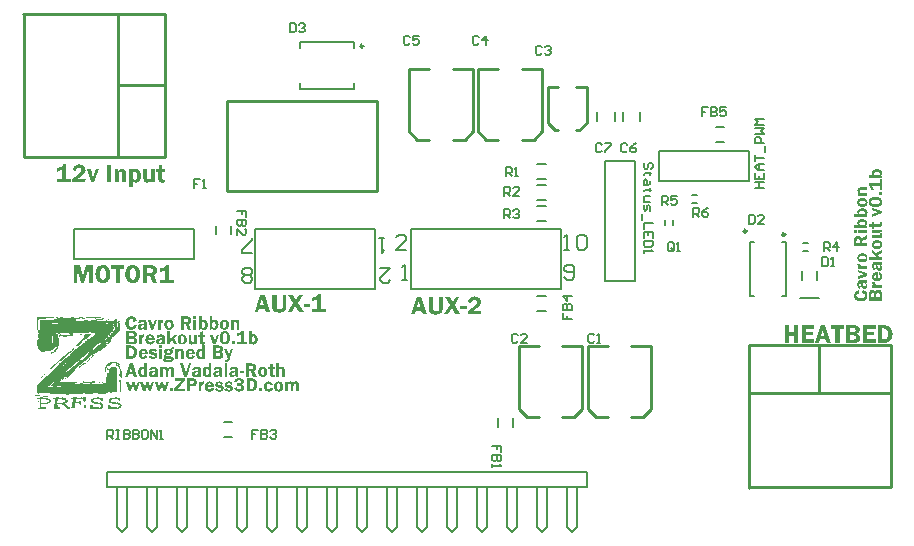
<source format=gto>
%FSLAX25Y25*%
%MOIN*%
G70*
G01*
G75*
%ADD10R,0.05906X0.03937*%
%ADD11R,0.02362X0.07087*%
%ADD12R,0.17716X0.18898*%
%ADD13R,0.06693X0.04331*%
%ADD14R,0.03937X0.05906*%
%ADD15R,0.02756X0.03543*%
%ADD16R,0.03543X0.02756*%
%ADD17R,0.09646X0.08465*%
%ADD18R,0.06102X0.09646*%
%ADD19R,0.05512X0.11811*%
%ADD20R,0.03937X0.09449*%
%ADD21C,0.10000*%
%ADD22C,0.03000*%
%ADD23C,0.01000*%
%ADD24C,0.03500*%
%ADD25C,0.06000*%
%ADD26C,0.02500*%
%ADD27C,0.05000*%
%ADD28C,0.15000*%
%ADD29R,0.05906X0.05906*%
%ADD30C,0.05906*%
%ADD31O,0.07874X0.11811*%
%ADD32R,0.05906X0.05906*%
%ADD33C,0.14900*%
%ADD34C,0.09843*%
%ADD35O,0.11811X0.07874*%
%ADD36C,0.05000*%
%ADD37C,0.00984*%
%ADD38C,0.00800*%
%ADD39C,0.00787*%
%ADD40C,0.00600*%
G36*
X30457Y29748D02*
X30442Y29733D01*
X30413Y29718D01*
X30369Y29711D01*
X30362D01*
X30354Y29718D01*
X30347Y29726D01*
X30340Y29740D01*
X30369Y29755D01*
X30457D01*
Y29748D01*
D02*
G37*
G36*
X24528Y29726D02*
X24513D01*
X24484Y29718D01*
X24440Y29711D01*
X24425Y29740D01*
X24455Y29755D01*
X24528D01*
Y29726D01*
D02*
G37*
G36*
X29052Y29865D02*
Y29858D01*
X29037Y29850D01*
X29022Y29843D01*
Y29872D01*
X29052D01*
Y29865D01*
D02*
G37*
G36*
X23152Y29887D02*
Y29880D01*
Y29872D01*
X23137Y29865D01*
X23122Y29858D01*
X23108D01*
Y29872D01*
Y29880D01*
X23115Y29887D01*
X23130Y29901D01*
X23152Y29916D01*
Y29887D01*
D02*
G37*
G36*
X9112D02*
X9134Y29872D01*
X9141Y29858D01*
X9104D01*
X9097Y29865D01*
X9068Y29872D01*
Y29901D01*
X9090D01*
X9112Y29887D01*
D02*
G37*
G36*
X16871Y29638D02*
Y29623D01*
X16798D01*
Y29653D01*
X16856Y29667D01*
X16871Y29638D01*
D02*
G37*
G36*
X16446Y30297D02*
X16432Y30289D01*
X16403Y30282D01*
X16359Y30260D01*
X16307Y30238D01*
X16256Y30202D01*
X16212Y30172D01*
X16183Y30136D01*
X16168Y30092D01*
X16154D01*
X16168Y30062D01*
X16161Y30055D01*
X16154Y30026D01*
X16146Y29989D01*
X16139Y29945D01*
Y29938D01*
X16154Y29909D01*
X16168Y29872D01*
X16198Y29828D01*
X16227Y29784D01*
X16271Y29748D01*
X16322Y29718D01*
X16388Y29711D01*
X16395Y29704D01*
X16424Y29697D01*
X16461Y29689D01*
X16505Y29682D01*
X16695D01*
Y29653D01*
X16651D01*
Y29645D01*
X16666Y29638D01*
Y29631D01*
X16659Y29616D01*
X16651Y29601D01*
X16637Y29594D01*
X16586D01*
X16527Y29601D01*
X16454Y29616D01*
X16373Y29638D01*
X16293Y29667D01*
X16220Y29711D01*
X16154Y29770D01*
Y29777D01*
X16139Y29792D01*
X16132Y29814D01*
X16117Y29843D01*
X16095Y29901D01*
X16081Y29931D01*
Y29945D01*
Y29953D01*
X16088Y29960D01*
X16095Y30004D01*
X16124Y30062D01*
X16154Y30136D01*
X16205Y30209D01*
X16271Y30267D01*
X16351Y30311D01*
X16395Y30319D01*
X16446Y30326D01*
Y30297D01*
D02*
G37*
G36*
X11030Y29675D02*
X11037Y29667D01*
X11044Y29653D01*
X11015D01*
Y29682D01*
X11022D01*
X11030Y29675D01*
D02*
G37*
G36*
X19462Y29667D02*
X19360D01*
Y29697D01*
X19462D01*
Y29667D01*
D02*
G37*
G36*
X18467D02*
X18394D01*
Y29697D01*
X18467D01*
Y29667D01*
D02*
G37*
G36*
X14551Y29997D02*
X14565Y29989D01*
X14594Y29967D01*
X14631Y29938D01*
X14726Y29865D01*
X14829Y29777D01*
X14931Y29675D01*
X15026Y29557D01*
X15063Y29499D01*
X15092Y29440D01*
X15107Y29389D01*
X15114Y29331D01*
X15085D01*
Y29338D01*
X15078Y29360D01*
X15056Y29396D01*
X15034Y29448D01*
X14997Y29506D01*
X14946Y29587D01*
X14887Y29675D01*
X14807Y29770D01*
X14799D01*
X14770Y29784D01*
X14748Y29799D01*
X14726Y29821D01*
X14690Y29850D01*
X14646Y29887D01*
X14638D01*
X14624Y29894D01*
X14594Y29901D01*
X14565Y29916D01*
X14499Y29945D01*
X14470Y29967D01*
X14441Y29989D01*
X14455D01*
X14529Y29975D01*
X14514Y30004D01*
X14543D01*
X14551Y29997D01*
D02*
G37*
G36*
X24176Y30238D02*
X24396D01*
Y30231D01*
X24389Y30224D01*
X24374Y30216D01*
X24337Y30209D01*
Y30194D01*
X24513Y30180D01*
X24974D01*
X25018Y30172D01*
X25084D01*
X25150Y30165D01*
X25231Y30158D01*
X25318Y30143D01*
X25414Y30128D01*
X25516Y30106D01*
X25736Y30048D01*
X25970Y29975D01*
X26211Y29872D01*
Y29916D01*
Y29923D01*
X26219Y29945D01*
X26226Y29975D01*
X26248Y30011D01*
X26277Y30055D01*
X26329Y30092D01*
X26394Y30128D01*
X26489Y30150D01*
X26519D01*
X26526Y30143D01*
X26541Y30136D01*
X26570Y30114D01*
X26599Y30084D01*
X26629Y30055D01*
X26658Y30011D01*
X26673Y29967D01*
X26680Y29916D01*
Y29726D01*
Y29711D01*
Y29682D01*
X26687Y29631D01*
X26695Y29565D01*
X26665Y29433D01*
X26680Y29345D01*
Y29316D01*
Y29309D01*
Y29287D01*
X26673Y29250D01*
X26665Y29213D01*
X26643Y29177D01*
X26621Y29140D01*
X26585Y29118D01*
X26533Y29111D01*
Y29104D01*
X26519Y29096D01*
X26489Y29089D01*
X26468Y29082D01*
X26402D01*
X26372Y29096D01*
X26336Y29104D01*
X26285Y29125D01*
X26233Y29147D01*
X26197Y29169D01*
X26167Y29199D01*
X26153Y29228D01*
Y29235D01*
X26138Y29265D01*
X26123Y29301D01*
X26102Y29352D01*
X26072Y29404D01*
X26036Y29462D01*
X25984Y29513D01*
X25933Y29565D01*
X25926D01*
X25919Y29572D01*
X25897Y29587D01*
X25867Y29601D01*
X25787Y29645D01*
X25692Y29689D01*
X25567Y29740D01*
X25435Y29784D01*
X25289Y29821D01*
X25143Y29843D01*
X24864D01*
Y29872D01*
X24718D01*
X24733Y29843D01*
X24703Y29828D01*
X24659D01*
Y29858D01*
X24557D01*
X24572Y29828D01*
X24542Y29814D01*
X24528D01*
Y29843D01*
X24462D01*
X24440Y29836D01*
X24411Y29828D01*
X24374Y29814D01*
X24308Y29792D01*
X24279Y29784D01*
X24264D01*
Y29814D01*
X24220D01*
X24235Y29784D01*
Y29770D01*
X24220D01*
X24184Y29762D01*
X24125Y29755D01*
X24059Y29726D01*
X24030Y29740D01*
X24023D01*
X24001Y29733D01*
X23971Y29718D01*
X23935Y29704D01*
X23832Y29660D01*
X23723Y29609D01*
X23613Y29535D01*
X23510Y29455D01*
X23474Y29411D01*
X23444Y29367D01*
X23422Y29323D01*
X23415Y29272D01*
Y29257D01*
X23422Y29228D01*
X23444Y29169D01*
X23488Y29104D01*
X23525Y29067D01*
X23562Y29030D01*
X23613Y28994D01*
X23671Y28957D01*
X23737Y28913D01*
X23818Y28877D01*
X23913Y28840D01*
X24015Y28803D01*
X24030D01*
Y28789D01*
X24001D01*
Y28774D01*
X24059D01*
X24074Y28767D01*
X24096Y28760D01*
X24118Y28752D01*
X24147Y28745D01*
X24162D01*
X24184Y28752D01*
X24213Y28760D01*
X24250D01*
X24279Y28752D01*
X24330Y28745D01*
X24396Y28738D01*
X24476Y28730D01*
X24572Y28716D01*
X24667Y28708D01*
X24777Y28694D01*
X24996Y28664D01*
X25209Y28628D01*
X25304Y28613D01*
X25399Y28598D01*
X25472Y28584D01*
X25538Y28569D01*
X25589D01*
X25648Y28562D01*
X25692Y28555D01*
X25743Y28547D01*
X25794Y28533D01*
X25860Y28518D01*
X25933Y28503D01*
X26014Y28481D01*
X26109Y28459D01*
X26204Y28430D01*
X26314Y28401D01*
X26431Y28364D01*
X26438D01*
X26446Y28357D01*
X26482Y28342D01*
X26541Y28306D01*
X26607Y28262D01*
X26680Y28203D01*
X26746Y28137D01*
X26812Y28057D01*
X26855Y27969D01*
X26863Y27962D01*
X26877Y27947D01*
X26899Y27910D01*
X26921Y27859D01*
X26943Y27793D01*
X26965Y27713D01*
X26980Y27618D01*
X26987Y27501D01*
Y27486D01*
X26973Y27442D01*
X26951Y27383D01*
X26921Y27310D01*
X26877Y27222D01*
X26834Y27127D01*
X26768Y27039D01*
X26695Y26959D01*
X26680Y26952D01*
X26651Y26930D01*
X26607Y26893D01*
X26577Y26856D01*
Y26849D01*
X26585Y26842D01*
X26592Y26834D01*
X26607Y26827D01*
X26782Y26988D01*
X26790D01*
X26797Y26973D01*
X26826Y26988D01*
X26841D01*
Y26973D01*
X26834Y26966D01*
X26826Y26952D01*
X26797Y26930D01*
X26760Y26893D01*
X26702Y26849D01*
X26614Y26798D01*
X26563Y26761D01*
X26504Y26725D01*
X26497D01*
X26489Y26739D01*
X26475Y26725D01*
X26438Y26695D01*
X26380Y26651D01*
X26307Y26600D01*
X26219Y26549D01*
X26123Y26505D01*
X26021Y26476D01*
X25919Y26461D01*
X25904Y26454D01*
X25867Y26446D01*
X25816Y26424D01*
X25750Y26403D01*
X25670Y26381D01*
X25582Y26366D01*
X25501Y26351D01*
X25421Y26344D01*
Y26359D01*
X25435Y26366D01*
X25457Y26381D01*
X25487Y26395D01*
X25538Y26410D01*
X25604Y26424D01*
X25684Y26446D01*
X25787Y26461D01*
X25801Y26468D01*
X25816Y26476D01*
X25853Y26490D01*
X25904Y26512D01*
X25984Y26542D01*
X26036Y26556D01*
X26087Y26571D01*
X26153Y26586D01*
X26226Y26607D01*
X26233Y26615D01*
X26241Y26622D01*
X26255Y26629D01*
X26277Y26644D01*
X26307Y26659D01*
X26358Y26681D01*
X26416Y26710D01*
Y26725D01*
X26394D01*
X26372Y26710D01*
X26336Y26703D01*
X26285Y26681D01*
X26226Y26659D01*
X26160Y26637D01*
X26006Y26586D01*
X25845Y26534D01*
X25677Y26490D01*
X25531Y26461D01*
X25465Y26446D01*
X25406D01*
X24938Y26344D01*
X24894D01*
X24843Y26329D01*
X24777Y26315D01*
X24755D01*
X24718Y26322D01*
X24696D01*
X24659Y26329D01*
X24652D01*
X24638Y26322D01*
X24608D01*
X24572Y26315D01*
X24498Y26307D01*
X24425Y26300D01*
X24411D01*
X24389Y26307D01*
X24367Y26322D01*
X24352Y26344D01*
X24359D01*
X24367Y26359D01*
X24286D01*
X24279Y26351D01*
X24272Y26344D01*
X24264Y26329D01*
X24118Y26344D01*
X24052D01*
X24045Y26351D01*
X24037Y26359D01*
X24030Y26373D01*
X24037D01*
X24045Y26388D01*
X24030D01*
X23986Y26395D01*
X23920Y26403D01*
X23847Y26417D01*
X23679Y26454D01*
X23598Y26476D01*
X23532Y26505D01*
Y26520D01*
X23547Y26549D01*
X23540D01*
X23525Y26556D01*
X23503Y26571D01*
X23466Y26578D01*
X23422Y26600D01*
X23364Y26615D01*
X23298Y26629D01*
X23225Y26651D01*
Y26659D01*
Y26666D01*
X23210Y26673D01*
X23196Y26681D01*
Y26673D01*
X23188Y26659D01*
X23181Y26637D01*
X23152Y26607D01*
X23108Y26571D01*
X23049Y26542D01*
X22961Y26512D01*
X22903Y26498D01*
X22844Y26490D01*
X22808D01*
X22778Y26505D01*
X22749Y26512D01*
X22720Y26527D01*
X22676Y26549D01*
X22625Y26578D01*
Y26564D01*
X22632D01*
X22639Y26556D01*
X22647Y26549D01*
X22654Y26534D01*
Y26520D01*
X22625Y26534D01*
Y26520D01*
X22632D01*
X22647Y26505D01*
X22690Y26483D01*
X22749Y26461D01*
X22800Y26446D01*
X22917D01*
X22947Y26454D01*
X22976D01*
X23020Y26468D01*
X23071Y26476D01*
X23137Y26490D01*
X23130Y26483D01*
X23122Y26476D01*
X23100Y26461D01*
X23064Y26446D01*
X23005Y26432D01*
X22932Y26417D01*
X22829Y26403D01*
X22822D01*
X22800Y26410D01*
X22764Y26417D01*
X22720Y26439D01*
X22661Y26468D01*
X22603Y26520D01*
X22544Y26586D01*
X22478Y26681D01*
Y26688D01*
Y26695D01*
X22486Y26703D01*
X22493Y26710D01*
X22464Y27017D01*
X22471Y27025D01*
X22478Y27047D01*
X22486Y27091D01*
Y27120D01*
X22493Y27164D01*
X22500Y27208D01*
X22507Y27266D01*
X22515Y27332D01*
X22522Y27413D01*
X22529Y27501D01*
X22537Y27603D01*
X22544D01*
X22551Y27618D01*
Y27625D01*
X22544Y27632D01*
X22537Y27676D01*
Y27691D01*
Y27698D01*
X22544Y27705D01*
X22551Y27713D01*
X22566Y27720D01*
Y27713D01*
X22581Y27705D01*
Y27735D01*
X22551D01*
Y27742D01*
Y27749D01*
X22566Y27786D01*
X22595Y27823D01*
X22617Y27830D01*
X22654Y27837D01*
X22581Y27764D01*
Y27749D01*
X22588Y27757D01*
X22610Y27771D01*
X22639Y27786D01*
X22676Y27808D01*
X22727Y27830D01*
X22778Y27852D01*
X22844Y27859D01*
X22903Y27867D01*
Y27881D01*
X22793D01*
X22786Y27874D01*
X22749Y27867D01*
X22712Y27859D01*
X22683Y27852D01*
X22690Y27859D01*
X22698Y27867D01*
X22712Y27881D01*
X22734Y27888D01*
X22778Y27903D01*
X22829Y27910D01*
X22903Y27925D01*
X22932D01*
X22961Y27918D01*
X22998Y27910D01*
X23086Y27881D01*
X23130Y27859D01*
X23166Y27823D01*
X23137D01*
X23122Y27830D01*
X23100Y27845D01*
X23064Y27859D01*
X23034Y27867D01*
X23027D01*
X22998Y27859D01*
X22961Y27852D01*
X22917Y27845D01*
X22815Y27815D01*
X22764Y27801D01*
X22712Y27779D01*
Y27764D01*
X22727Y27735D01*
X22734Y27742D01*
X22764Y27757D01*
X22822Y27771D01*
X22859Y27786D01*
X22903Y27793D01*
X23078Y27749D01*
Y27764D01*
X23086D01*
X23100Y27757D01*
X23122Y27749D01*
X23152Y27720D01*
X23181Y27676D01*
X23225Y27618D01*
X23276Y27530D01*
X23298Y27471D01*
X23327Y27413D01*
X23335D01*
X23342Y27398D01*
Y27391D01*
X23327Y27383D01*
Y27376D01*
X23342Y27354D01*
X23357Y27339D01*
X23379Y27325D01*
X23408Y27310D01*
X23444Y27296D01*
Y27288D01*
X23459Y27274D01*
X23474Y27252D01*
X23503Y27237D01*
X23532Y27208D01*
X23576Y27178D01*
X23584D01*
X23591Y27186D01*
X23620Y27193D01*
X23627Y27186D01*
X23649Y27178D01*
X23671Y27171D01*
X23693Y27164D01*
X23708D01*
Y27178D01*
X23701D01*
X23693Y27186D01*
X23657Y27200D01*
X23620Y27222D01*
X23613Y27237D01*
X23605Y27252D01*
X23576Y27237D01*
X23569Y27252D01*
X23554Y27266D01*
X23532Y27288D01*
X23510Y27318D01*
X23474Y27354D01*
X23430Y27391D01*
X23371Y27442D01*
Y27449D01*
X23357Y27479D01*
X23342Y27515D01*
X23320Y27559D01*
X23291Y27618D01*
X23254Y27669D01*
X23210Y27727D01*
X23152Y27779D01*
X23196D01*
X23166Y27823D01*
X23203D01*
X23210Y27815D01*
X23232Y27801D01*
X23261Y27771D01*
X23291Y27727D01*
X23327Y27661D01*
X23371Y27574D01*
X23393Y27515D01*
X23415Y27457D01*
X23422Y27449D01*
X23437Y27435D01*
X23466Y27405D01*
X23518Y27369D01*
X23584Y27318D01*
X23671Y27259D01*
X23788Y27186D01*
X23927Y27105D01*
X23891D01*
X23854Y27120D01*
X23840D01*
Y27105D01*
X23898Y27091D01*
X23971Y27105D01*
X23979Y27098D01*
X24008Y27091D01*
X24045Y27083D01*
X24089Y27076D01*
Y27047D01*
X24001D01*
Y27032D01*
X24008D01*
X24015Y27025D01*
X24037Y27017D01*
X24067Y27010D01*
X24140Y26995D01*
X24220Y26988D01*
Y26995D01*
X24206Y27010D01*
X24176Y27025D01*
X24133Y27032D01*
Y27061D01*
X24206Y27047D01*
X24235D01*
Y27061D01*
X24206D01*
Y27091D01*
X24352Y27076D01*
X24367D01*
Y27047D01*
X24308D01*
Y27032D01*
X24498D01*
Y27003D01*
X24652D01*
X24659Y27017D01*
X24689Y27003D01*
X24762D01*
X24806Y27017D01*
X24894Y27003D01*
X24938D01*
Y26973D01*
X24901D01*
X24864Y26966D01*
X24821Y26959D01*
X24747Y26973D01*
X24601Y26959D01*
Y26944D01*
X24894D01*
X25187Y27061D01*
X25201D01*
X25209Y27054D01*
X25216Y27047D01*
Y27032D01*
X25318D01*
Y27003D01*
X25267D01*
X25238Y26995D01*
X25209D01*
X25179Y26988D01*
X25165Y26973D01*
X25157Y26959D01*
X25216D01*
X25245Y26966D01*
X25311Y26981D01*
X25377Y27003D01*
X25362Y27032D01*
X25377D01*
X25406Y27017D01*
X25714Y27105D01*
Y27120D01*
X25662D01*
X25640Y27112D01*
X25604Y27098D01*
X25560Y27083D01*
X25479Y27054D01*
X25443Y27039D01*
X25421Y27032D01*
X25392D01*
X25406Y27061D01*
X25348D01*
Y27091D01*
X25377D01*
X25406Y27098D01*
X25450Y27105D01*
X25501Y27112D01*
X25626Y27134D01*
X25684Y27149D01*
X25728Y27164D01*
X25758Y27149D01*
X25787Y27164D01*
X25816Y27149D01*
X25823D01*
X25831Y27156D01*
X25860Y27164D01*
Y27178D01*
X25831D01*
Y27193D01*
X25889Y27208D01*
X25919Y27193D01*
X25926D01*
X25933Y27200D01*
X25977Y27222D01*
X26036Y27259D01*
X26102Y27303D01*
X26167Y27361D01*
X26226Y27435D01*
X26270Y27508D01*
X26277Y27544D01*
X26285Y27588D01*
Y27647D01*
X26241Y27676D01*
Y27661D01*
Y27632D01*
X26233Y27588D01*
X26226Y27537D01*
X26211Y27479D01*
X26189Y27420D01*
X26160Y27376D01*
X26123Y27339D01*
X26116D01*
X26102Y27332D01*
X26087Y27318D01*
X26065Y27303D01*
X26028Y27281D01*
X25992Y27252D01*
Y27266D01*
X25999Y27274D01*
X26006Y27288D01*
X26043Y27332D01*
X26094Y27376D01*
X26123Y27398D01*
X26153Y27413D01*
Y27420D01*
X26160Y27435D01*
X26182Y27486D01*
X26204Y27537D01*
X26211Y27559D01*
Y27574D01*
Y27632D01*
Y27640D01*
Y27647D01*
X26204Y27683D01*
X26175Y27735D01*
X26153Y27764D01*
X26123Y27793D01*
Y27801D01*
X26131Y27808D01*
X26138Y27815D01*
X26153Y27823D01*
X26160D01*
X26175Y27815D01*
X26189Y27801D01*
X26197Y27764D01*
X26211D01*
Y27808D01*
X26204D01*
X26197Y27823D01*
X26175Y27837D01*
X26145Y27859D01*
X26102Y27881D01*
X26058Y27910D01*
X25999Y27940D01*
X25933Y27969D01*
X25919D01*
Y27954D01*
X25977Y27940D01*
Y27910D01*
X25970D01*
X25962Y27918D01*
X25926Y27925D01*
X25889Y27947D01*
X25882Y27954D01*
X25875Y27969D01*
X25904D01*
Y27984D01*
X25889D01*
X25860Y27969D01*
X25787Y27998D01*
X25714Y27984D01*
X25348Y28042D01*
Y28071D01*
X25421Y28086D01*
X25479D01*
X25509Y28071D01*
Y28086D01*
X25523Y28115D01*
X25479D01*
X25450Y28123D01*
X25384Y28130D01*
X25318Y28145D01*
X25304D01*
X25274Y28137D01*
X25231Y28130D01*
X25135D01*
X25128Y28137D01*
X25121Y28152D01*
X25113Y28174D01*
X24528Y28203D01*
Y28174D01*
X24294D01*
X24279Y28181D01*
X24257Y28196D01*
X24235Y28203D01*
X24206Y28210D01*
X24162Y28225D01*
X24118Y28240D01*
X24059Y28247D01*
X23986Y28269D01*
X23898Y28284D01*
X23803Y28306D01*
X23693Y28328D01*
X23562Y28350D01*
X23554D01*
X23540Y28364D01*
X23503Y28379D01*
X23466Y28394D01*
X23371Y28437D01*
X23261Y28496D01*
X23152Y28555D01*
X23056Y28620D01*
X23020Y28650D01*
X22991Y28672D01*
X22969Y28694D01*
X22961Y28716D01*
X22954D01*
X22947Y28730D01*
X22910Y28760D01*
X22866Y28811D01*
X22829Y28862D01*
Y28891D01*
X22837D01*
X22844Y28884D01*
X22866Y28869D01*
X22888Y28840D01*
X22932Y28803D01*
X22983Y28752D01*
X23049Y28686D01*
Y28701D01*
X23042D01*
X23034Y28716D01*
X22998Y28745D01*
X22939Y28803D01*
X22873Y28891D01*
X22888Y28921D01*
Y28928D01*
X22881Y28942D01*
X22859Y28986D01*
X22837Y29038D01*
X22829Y29082D01*
X22800Y29067D01*
Y29074D01*
X22786Y29082D01*
Y29074D01*
X22771Y29067D01*
X22756Y29096D01*
Y29125D01*
X22800D01*
Y29096D01*
X22815D01*
Y29125D01*
Y29133D01*
Y29147D01*
X22800Y29184D01*
Y29199D01*
Y29228D01*
X22808Y29272D01*
X22815Y29323D01*
X22822Y29440D01*
X22837Y29491D01*
X22844Y29535D01*
X22837D01*
X22829Y29550D01*
X22837D01*
X22851Y29557D01*
X22866Y29572D01*
X22873Y29594D01*
X22859Y29682D01*
X23034Y29858D01*
X23049Y29828D01*
X23034Y29821D01*
X23020Y29806D01*
X23005Y29792D01*
X22983Y29755D01*
X22954Y29711D01*
X22925Y29653D01*
X22888Y29579D01*
X22917Y29565D01*
X22925Y29572D01*
X22939Y29601D01*
X22961Y29645D01*
X22998Y29697D01*
X23042Y29755D01*
X23100Y29814D01*
X23166Y29872D01*
X23239Y29931D01*
X23474Y30062D01*
X23459Y30092D01*
X23466Y30099D01*
X23496Y30106D01*
X23532Y30121D01*
X23584Y30136D01*
X23627Y30150D01*
X23671Y30165D01*
X23701Y30180D01*
X23723D01*
X23752Y30165D01*
X23766Y30172D01*
X23803Y30180D01*
X23854Y30194D01*
X23920Y30209D01*
X24059Y30238D01*
X24125Y30253D01*
X24176D01*
Y30238D01*
D02*
G37*
G36*
X7348Y30114D02*
X7472Y30106D01*
X7619Y30099D01*
X7772Y30084D01*
X7941Y30062D01*
X8285Y30004D01*
X8460Y29967D01*
X8621Y29916D01*
X8775Y29865D01*
X8914Y29799D01*
X9031Y29726D01*
X9127Y29638D01*
X9141Y29631D01*
X9170Y29594D01*
X9222Y29550D01*
X9273Y29484D01*
X9324Y29411D01*
X9375Y29323D01*
X9405Y29228D01*
X9419Y29125D01*
Y29067D01*
Y29060D01*
Y29038D01*
X9412Y29001D01*
X9397Y28950D01*
X9375Y28891D01*
X9339Y28825D01*
X9287Y28752D01*
X9229Y28679D01*
X9141Y28598D01*
X9039Y28518D01*
X8914Y28437D01*
X8768Y28357D01*
X8680Y28313D01*
X8585Y28276D01*
X8490Y28240D01*
X8380Y28203D01*
X8263Y28174D01*
X8138Y28145D01*
X8006Y28115D01*
X7867Y28086D01*
X7846D01*
X7816Y28079D01*
X7736D01*
X7677Y28071D01*
X6140D01*
Y27984D01*
Y27976D01*
X6155Y27969D01*
X6140Y27940D01*
Y27881D01*
X6147Y27867D01*
X6162Y27852D01*
X6184Y27837D01*
Y27823D01*
Y27793D01*
X6191Y27749D01*
Y27691D01*
X6199Y27559D01*
Y27486D01*
Y27427D01*
X6184Y27296D01*
X6213Y27237D01*
Y27230D01*
Y27208D01*
X6206Y27171D01*
Y27127D01*
X6199Y27032D01*
X6191Y26995D01*
X6184Y26959D01*
X6242D01*
X6286Y26988D01*
X6323D01*
X6352Y26981D01*
X6374Y26973D01*
X6403D01*
X6425Y26981D01*
X6491D01*
X6535Y26988D01*
X6616D01*
X6704Y26981D01*
X6909D01*
X7011Y26973D01*
X7172D01*
X7201Y26981D01*
X7238D01*
X7297Y26988D01*
X7362Y26995D01*
X7443Y27003D01*
Y26973D01*
X7370D01*
Y26959D01*
X7414D01*
X7545Y26973D01*
X7553D01*
X7575Y26966D01*
X7611D01*
X7648Y26959D01*
X7728Y26952D01*
X7758Y26944D01*
X7780D01*
Y26952D01*
X7794Y26959D01*
X7802D01*
X7824Y26944D01*
X7846Y26930D01*
X7853Y26915D01*
X7838D01*
X7809Y26930D01*
X7794D01*
Y26915D01*
X7809D01*
X7831Y26900D01*
X7853Y26871D01*
X7867Y26849D01*
Y26812D01*
Y26754D01*
X7882D01*
X7889Y26746D01*
X7897Y26739D01*
Y26732D01*
X7882Y26710D01*
X7867Y26681D01*
X7846Y26651D01*
X7809Y26622D01*
X7765Y26593D01*
X7714Y26571D01*
X7648Y26564D01*
X7641D01*
X7619Y26556D01*
X7604Y26549D01*
X7553D01*
X7509Y26556D01*
X7392D01*
X7318Y26564D01*
X7048D01*
X6982Y26556D01*
X6887Y26549D01*
X6784Y26542D01*
X6652Y26534D01*
X6594D01*
X6550Y26542D01*
X6477D01*
X6389Y26556D01*
X6279Y26564D01*
X6140Y26578D01*
Y26549D01*
X5833D01*
X5789Y26556D01*
X5723D01*
X5649Y26564D01*
X5569D01*
X5386Y26578D01*
X5203Y26593D01*
X5122Y26600D01*
X5049Y26607D01*
X4983Y26615D01*
X4939Y26622D01*
X4910Y26629D01*
X4896Y26637D01*
X4881Y26651D01*
X4852Y26673D01*
X4822Y26703D01*
X4815Y26717D01*
X4808Y26725D01*
Y26783D01*
X4822Y26856D01*
X4764D01*
Y26849D01*
Y26834D01*
X4749Y26790D01*
X4742Y26761D01*
X4735Y26725D01*
Y26717D01*
X4749Y26703D01*
X4764Y26673D01*
X4786Y26644D01*
X4815Y26615D01*
X4852Y26586D01*
X4888Y26571D01*
X4939Y26564D01*
X5027D01*
X5122Y26556D01*
X5342D01*
X5452Y26549D01*
X5613D01*
Y26520D01*
X5598D01*
X5591Y26505D01*
X5584Y26490D01*
X4778Y26520D01*
X4771Y26527D01*
X4764Y26534D01*
X4727Y26578D01*
X4691Y26637D01*
X4683Y26666D01*
X4676Y26695D01*
Y26710D01*
Y26717D01*
Y26739D01*
X4683Y26768D01*
X4691Y26805D01*
X4698Y26842D01*
X4713Y26871D01*
X4735Y26893D01*
X4764Y26900D01*
Y26908D01*
X4771Y26915D01*
X4786Y26944D01*
X4800Y26973D01*
X4815Y26988D01*
X4822D01*
X4830Y26973D01*
X4844Y26952D01*
X4866Y26930D01*
X4881Y26915D01*
X4910Y26930D01*
Y26922D01*
X4918Y26908D01*
X4932Y26893D01*
X4969Y26886D01*
X4976D01*
X4991Y26893D01*
X5020D01*
X5057Y26900D01*
X5144Y26908D01*
X5232Y26915D01*
X5715D01*
Y29843D01*
X5166D01*
X5122Y29850D01*
X5079Y29858D01*
X5027Y29865D01*
X4976Y29887D01*
X4939Y29909D01*
X4910Y29945D01*
Y30004D01*
Y30011D01*
X4918Y30019D01*
X4925Y30033D01*
X4939Y30048D01*
X4969Y30062D01*
X5013Y30084D01*
X5064Y30099D01*
X5144Y30106D01*
X6733D01*
X6777Y30114D01*
X6894D01*
X6960Y30121D01*
X6967D01*
X6974Y30114D01*
X7004Y30106D01*
X7055D01*
X7091Y30121D01*
X7238D01*
X7348Y30114D01*
D02*
G37*
G36*
X30106Y30238D02*
X30325D01*
X30318Y30231D01*
X30296Y30216D01*
X30274Y30202D01*
X30267Y30180D01*
X30215D01*
X30179Y30194D01*
X30164D01*
X30142Y30180D01*
X30120Y30165D01*
X30106Y30150D01*
X30208Y30165D01*
X30296D01*
Y30172D01*
X30303Y30187D01*
X30311Y30202D01*
X30325Y30209D01*
Y30180D01*
X30889D01*
X30940Y30172D01*
X30999D01*
X31065Y30165D01*
X31145Y30158D01*
X31233Y30143D01*
X31335Y30128D01*
X31431Y30106D01*
X31657Y30048D01*
X31884Y29975D01*
X32126Y29872D01*
Y29901D01*
X32141Y30004D01*
X32133D01*
X32126Y30019D01*
X32133Y30026D01*
X32162Y30040D01*
X32199Y30062D01*
X32243Y30084D01*
X32338Y30128D01*
X32375Y30143D01*
X32404Y30150D01*
X32448D01*
X32455Y30143D01*
X32470Y30128D01*
X32499Y30106D01*
X32528Y30077D01*
X32558Y30033D01*
X32587Y29975D01*
X32602Y29916D01*
X32609Y29843D01*
Y29770D01*
Y29762D01*
Y29740D01*
Y29711D01*
Y29675D01*
Y29623D01*
X32602Y29572D01*
X32594Y29448D01*
Y29433D01*
X32602Y29404D01*
X32609Y29367D01*
Y29331D01*
Y29323D01*
X32602Y29294D01*
X32594Y29250D01*
X32580Y29206D01*
X32543Y29162D01*
X32499Y29118D01*
X32433Y29089D01*
X32346Y29082D01*
X32331D01*
X32294Y29096D01*
X32243Y29111D01*
X32184Y29140D01*
X32126Y29177D01*
X32075Y29228D01*
X32038Y29294D01*
X32031Y29331D01*
X32023Y29374D01*
X32016Y29389D01*
X31994Y29418D01*
X31943Y29462D01*
X31884Y29528D01*
X31789Y29594D01*
X31679Y29660D01*
X31613Y29689D01*
X31533Y29726D01*
X31453Y29755D01*
X31365Y29784D01*
X31357D01*
X31328Y29792D01*
X31284Y29806D01*
X31240Y29814D01*
X31138Y29836D01*
X31094Y29843D01*
X30794D01*
Y29872D01*
X30647D01*
Y29865D01*
Y29850D01*
X30633Y29836D01*
X30618Y29828D01*
X30574D01*
Y29858D01*
X30486D01*
Y29850D01*
Y29836D01*
X30472Y29821D01*
X30457Y29814D01*
X30442D01*
Y29843D01*
X30369D01*
X30347Y29836D01*
X30325Y29828D01*
X30289Y29821D01*
X30237Y29806D01*
X30179Y29784D01*
Y29814D01*
X30135D01*
X30149Y29784D01*
Y29770D01*
X30135D01*
X30098Y29762D01*
X30040Y29755D01*
X29974Y29726D01*
X29945Y29740D01*
X29937D01*
X29923Y29733D01*
X29886Y29718D01*
X29849Y29704D01*
X29754Y29660D01*
X29644Y29601D01*
X29535Y29535D01*
X29439Y29462D01*
X29403Y29426D01*
X29374Y29382D01*
X29352Y29345D01*
X29344Y29301D01*
Y29213D01*
Y29206D01*
X29352Y29177D01*
X29374Y29140D01*
X29417Y29089D01*
X29447Y29060D01*
X29491Y29023D01*
X29535Y28994D01*
X29593Y28957D01*
X29659Y28913D01*
X29740Y28877D01*
X29827Y28833D01*
X29930Y28789D01*
Y28774D01*
X29945D01*
X29974Y28789D01*
Y28782D01*
X29989Y28774D01*
X30010Y28760D01*
X30032Y28752D01*
X30062Y28745D01*
X30164Y28760D01*
X30171D01*
X30201Y28752D01*
X30245D01*
X30303Y28745D01*
X30369Y28730D01*
X30442Y28723D01*
X30611Y28701D01*
X30786Y28679D01*
X30867Y28672D01*
X30947Y28664D01*
X31013Y28657D01*
X31072Y28650D01*
X31116Y28642D01*
X31160D01*
Y28613D01*
X31043D01*
Y28598D01*
X31116D01*
X31167Y28606D01*
X31182D01*
X31189Y28613D01*
Y28628D01*
X31233D01*
X31240Y28620D01*
X31255Y28613D01*
X31284Y28598D01*
X31335Y28591D01*
X31409Y28576D01*
X31453Y28569D01*
X31511Y28562D01*
X31570D01*
X31643Y28555D01*
X31650D01*
X31679Y28547D01*
X31723Y28540D01*
X31775Y28525D01*
X31840Y28511D01*
X31914Y28489D01*
X32082Y28437D01*
X32258Y28379D01*
X32426Y28313D01*
X32499Y28269D01*
X32565Y28232D01*
X32624Y28189D01*
X32668Y28145D01*
X32675Y28137D01*
X32690Y28115D01*
X32711Y28086D01*
X32741Y28042D01*
X32770Y27998D01*
X32807Y27940D01*
X32873Y27823D01*
Y27808D01*
X32880Y27779D01*
Y27735D01*
X32887Y27676D01*
X32895Y27625D01*
Y27566D01*
X32902Y27522D01*
Y27486D01*
Y27479D01*
X32895Y27471D01*
X32887Y27427D01*
X32865Y27369D01*
X32836Y27296D01*
X32807Y27222D01*
X32763Y27142D01*
X32719Y27076D01*
X32668Y27017D01*
X32660Y27010D01*
X32638Y26995D01*
X32609Y26966D01*
X32572Y26937D01*
X32536Y26908D01*
X32507Y26878D01*
X32485Y26856D01*
X32477Y26842D01*
X32492D01*
X32499Y26834D01*
X32507Y26827D01*
X32741Y26988D01*
X32755D01*
Y26973D01*
X32748Y26966D01*
X32741Y26959D01*
X32697Y26915D01*
X32638Y26856D01*
X32580Y26812D01*
X32550Y26827D01*
X32543Y26820D01*
X32514Y26790D01*
X32455Y26754D01*
X32419Y26732D01*
X32375Y26710D01*
X32368Y26695D01*
X32360Y26681D01*
X32331Y26666D01*
X32316D01*
X32331Y26695D01*
Y26725D01*
X32309D01*
X32287Y26710D01*
X32250Y26703D01*
X32206Y26681D01*
X32148Y26666D01*
X32089Y26644D01*
X31950Y26593D01*
X31819Y26542D01*
X31687Y26505D01*
X31635Y26483D01*
X31592Y26476D01*
X31562Y26461D01*
X31540D01*
X31511Y26476D01*
X31489D01*
X31453Y26468D01*
X31394Y26461D01*
X31357Y26454D01*
X31306Y26446D01*
X31255Y26432D01*
X31196Y26417D01*
X31130Y26403D01*
X31050Y26388D01*
X30962Y26366D01*
X30867Y26344D01*
X30816D01*
X30764Y26329D01*
X30691Y26315D01*
X30589Y26329D01*
X30581D01*
X30559Y26322D01*
X30530D01*
X30486Y26315D01*
X30406Y26307D01*
X30369Y26300D01*
X30325D01*
X30303Y26307D01*
X30281Y26322D01*
X30267Y26344D01*
X30274D01*
X30281Y26359D01*
X30201D01*
X30193Y26351D01*
X30186Y26344D01*
X30179Y26329D01*
X30032Y26344D01*
X29959D01*
Y26359D01*
X29974Y26388D01*
X29952D01*
X29923Y26395D01*
X29893Y26403D01*
X29805Y26410D01*
X29710Y26432D01*
X29615Y26454D01*
X29527Y26476D01*
X29498Y26490D01*
X29469Y26505D01*
X29454Y26520D01*
X29447Y26534D01*
X29454D01*
X29461Y26549D01*
X29454D01*
X29439Y26556D01*
X29417Y26571D01*
X29381Y26586D01*
X29337Y26600D01*
X29278Y26615D01*
X29213Y26637D01*
X29139Y26651D01*
Y26659D01*
Y26666D01*
X29125Y26673D01*
X29110Y26681D01*
Y26673D01*
X29103Y26659D01*
X29088Y26629D01*
X29066Y26600D01*
X29022Y26571D01*
X28956Y26542D01*
X28912Y26527D01*
X28868Y26512D01*
X28810Y26498D01*
X28744Y26490D01*
X28722D01*
X28715Y26498D01*
X28671Y26512D01*
X28612Y26542D01*
X28554Y26578D01*
Y26564D01*
Y26556D01*
X28561Y26549D01*
X28568Y26520D01*
X28561D01*
X28554Y26505D01*
X28561D01*
X28576Y26498D01*
X28598Y26490D01*
X28627Y26476D01*
X28693Y26454D01*
X28744Y26446D01*
X28825D01*
X28861Y26454D01*
X28905Y26461D01*
X29015Y26490D01*
X29074Y26512D01*
X29125Y26549D01*
X29110Y26578D01*
Y26622D01*
X29147D01*
X29154Y26607D01*
X29191Y26586D01*
X29227Y26564D01*
X29256Y26549D01*
Y26520D01*
X29234D01*
X29227Y26534D01*
X29198Y26520D01*
X29139Y26549D01*
X29132Y26534D01*
X29117Y26520D01*
X29088Y26498D01*
X29044Y26476D01*
X28971Y26454D01*
X28927Y26439D01*
X28876Y26424D01*
X28817Y26417D01*
X28744Y26403D01*
X28737D01*
X28715Y26410D01*
X28678Y26417D01*
X28634Y26439D01*
X28576Y26468D01*
X28525Y26512D01*
X28466Y26578D01*
X28407Y26666D01*
X28422Y26695D01*
X28415Y26710D01*
X28407Y26746D01*
X28400Y26805D01*
X28393Y26886D01*
Y26900D01*
Y26908D01*
Y26922D01*
X28400Y26944D01*
Y26981D01*
X28407Y27061D01*
X28415Y27164D01*
X28422Y27274D01*
X28429Y27376D01*
X28437Y27479D01*
Y27559D01*
X28444D01*
X28451Y27574D01*
X28466Y27596D01*
X28473Y27618D01*
X28481Y27647D01*
Y27691D01*
X28495D01*
Y27720D01*
X28466D01*
Y27727D01*
X28473Y27742D01*
X28481Y27771D01*
X28510Y27801D01*
X28546Y27830D01*
X28605Y27867D01*
X28686Y27896D01*
X28729Y27910D01*
X28788Y27925D01*
X28817D01*
X28854Y27918D01*
X28905Y27910D01*
X28971Y27896D01*
X29044Y27859D01*
X29117Y27815D01*
X29191Y27749D01*
X29256Y27661D01*
Y27647D01*
X29264Y27610D01*
X29293Y27552D01*
X29315Y27515D01*
X29344Y27479D01*
X29374Y27435D01*
X29417Y27391D01*
X29476Y27347D01*
X29542Y27296D01*
X29615Y27244D01*
X29710Y27193D01*
X29813Y27142D01*
X29930Y27091D01*
X29937D01*
X29945Y27083D01*
X29974Y27076D01*
X30003D01*
Y27047D01*
X29915D01*
Y27032D01*
X29923D01*
X29930Y27025D01*
X29952Y27017D01*
X29981Y27010D01*
X30054Y26995D01*
X30135Y26988D01*
X30149D01*
Y27003D01*
X30047Y27032D01*
Y27061D01*
X30120Y27047D01*
X30149D01*
X30135Y27076D01*
Y27091D01*
X30237Y27076D01*
X30296D01*
Y27047D01*
X30223D01*
Y27032D01*
X30413D01*
Y27003D01*
X30662D01*
X30750Y27017D01*
X30757D01*
X30764Y27010D01*
X30794Y27003D01*
X30852D01*
Y26973D01*
X30816D01*
X30779Y26966D01*
X30735Y26959D01*
X30647Y26973D01*
X30633D01*
X30603Y26966D01*
X30567Y26959D01*
X30530D01*
Y26944D01*
X30823D01*
X30838Y26952D01*
X30867Y26966D01*
X30911Y26981D01*
X30962Y27003D01*
X31013Y27025D01*
X31065Y27047D01*
X31108Y27054D01*
X31130Y27061D01*
Y27032D01*
X31233D01*
Y27003D01*
X31189D01*
X31145Y26995D01*
X31108Y26988D01*
X31094Y26973D01*
X31087Y26959D01*
X31130D01*
X31174Y26966D01*
X31226Y26981D01*
X31291Y27003D01*
X31277Y27032D01*
X31291D01*
X31321Y27017D01*
X31350D01*
Y27032D01*
X31306D01*
X31321Y27061D01*
X31277D01*
Y27091D01*
X31291D01*
X31321Y27098D01*
X31365D01*
X31423Y27105D01*
X31548Y27134D01*
X31606Y27149D01*
X31657Y27164D01*
Y27149D01*
X31665D01*
X31694Y27164D01*
X31723Y27171D01*
X31760Y27193D01*
X31775D01*
Y27208D01*
X31804D01*
Y27193D01*
X31775D01*
X31760Y27164D01*
X31833Y27208D01*
X31840D01*
X31848Y27193D01*
X31855D01*
X31862Y27200D01*
X31906Y27222D01*
X31958Y27252D01*
X32023Y27303D01*
X32089Y27354D01*
X32148Y27427D01*
X32184Y27501D01*
X32192Y27544D01*
X32199Y27588D01*
Y27661D01*
X32192D01*
X32155Y27676D01*
Y27661D01*
Y27654D01*
X32162Y27647D01*
X32170Y27603D01*
X32141D01*
Y27610D01*
Y27618D01*
X32126Y27661D01*
X32097Y27720D01*
X32075Y27757D01*
X32038Y27793D01*
Y27808D01*
X32082D01*
X32126Y27779D01*
Y27793D01*
X32119Y27801D01*
X32104Y27815D01*
X32082Y27837D01*
X32045Y27867D01*
X32002Y27896D01*
X31950Y27925D01*
X31884Y27954D01*
X31819Y27984D01*
X31804D01*
Y27969D01*
X31811D01*
X31819Y27962D01*
X31855Y27954D01*
X31892Y27932D01*
X31899Y27925D01*
X31906Y27910D01*
X31870D01*
X31862Y27918D01*
X31819Y27940D01*
X31782Y27969D01*
X31767Y27976D01*
X31760Y27984D01*
X31789D01*
Y27998D01*
X31775D01*
X31745Y27984D01*
X31738D01*
X31701Y27998D01*
X31628Y27984D01*
X31277Y28042D01*
Y28057D01*
Y28064D01*
X31284Y28071D01*
X31291Y28079D01*
X31306Y28086D01*
X31365D01*
X31438Y28071D01*
Y28115D01*
X31409D01*
X31357Y28123D01*
X31299Y28130D01*
X31233Y28145D01*
X31218D01*
X31189Y28137D01*
X31145Y28130D01*
X31050D01*
X31043Y28137D01*
X31035Y28152D01*
X31028Y28174D01*
X30442Y28203D01*
Y28174D01*
X30208D01*
X30201Y28181D01*
X30171Y28196D01*
X30149Y28203D01*
X30128Y28210D01*
X30091Y28218D01*
X30047Y28232D01*
X29996Y28247D01*
X29930Y28262D01*
X29857Y28276D01*
X29769Y28291D01*
X29666Y28313D01*
X29549Y28335D01*
X29542D01*
X29513Y28342D01*
X29461Y28364D01*
X29396Y28386D01*
X29300Y28430D01*
X29191Y28489D01*
X29059Y28562D01*
X28905Y28657D01*
Y28664D01*
X28890Y28694D01*
X28868Y28723D01*
X28847Y28752D01*
X28810Y28796D01*
X28759Y28847D01*
Y28877D01*
X28773D01*
X28781Y28869D01*
X28810Y28847D01*
X28832Y28825D01*
X28847Y28818D01*
Y28833D01*
X28839Y28840D01*
X28832Y28847D01*
X28795Y28884D01*
X28759Y28935D01*
X28751Y28964D01*
X28744Y28994D01*
Y29008D01*
X28759D01*
Y28979D01*
X28773D01*
Y28994D01*
X28766Y29001D01*
X28759Y29030D01*
X28751Y29060D01*
X28744Y29096D01*
X28729D01*
Y29067D01*
Y29060D01*
X28737Y29052D01*
X28744Y29008D01*
X28729Y29016D01*
X28708Y29030D01*
X28686Y29067D01*
X28671Y29111D01*
Y29155D01*
X28693D01*
X28700Y29147D01*
X28708Y29140D01*
X28715Y29111D01*
X28729D01*
Y29257D01*
Y29265D01*
Y29294D01*
X28737Y29331D01*
Y29382D01*
X28744Y29440D01*
X28759Y29499D01*
X28803Y29623D01*
X28773D01*
Y29667D01*
Y29675D01*
X28781Y29682D01*
X28810Y29718D01*
X28861Y29777D01*
X28934Y29843D01*
X28964D01*
X28956Y29836D01*
X28942Y29814D01*
X28920Y29777D01*
X28890Y29740D01*
X28839Y29645D01*
X28825Y29601D01*
X28817Y29565D01*
X28825Y29572D01*
X28839Y29601D01*
X28868Y29638D01*
X28898Y29675D01*
X28927Y29718D01*
X28956Y29748D01*
X28978Y29777D01*
X28993Y29784D01*
X29000Y29792D01*
X29015Y29806D01*
X29044Y29836D01*
X29088Y29872D01*
X29147Y29916D01*
X29213Y29967D01*
X29293Y30011D01*
X29388Y30062D01*
X29374Y30092D01*
X29381Y30099D01*
X29410Y30106D01*
X29454Y30121D01*
X29498Y30136D01*
X29549Y30150D01*
X29593Y30165D01*
X29630Y30180D01*
X29652D01*
X29681Y30165D01*
X30106Y30267D01*
Y30238D01*
D02*
G37*
G36*
X31540Y30180D02*
X31511D01*
Y30209D01*
X31540D01*
Y30180D01*
D02*
G37*
G36*
X14038Y30216D02*
X14067Y30209D01*
X14104D01*
Y30180D01*
X14002Y30194D01*
Y30224D01*
X14009D01*
X14038Y30216D01*
D02*
G37*
G36*
X23401Y30048D02*
X23357D01*
Y30055D01*
X23364Y30062D01*
X23371Y30070D01*
X23386Y30077D01*
X23401D01*
Y30048D01*
D02*
G37*
G36*
X14177Y30187D02*
X14214Y30172D01*
X14258Y30158D01*
X14316Y30128D01*
X14382Y30084D01*
X14455Y30033D01*
X14426D01*
X14419Y30040D01*
X14390Y30055D01*
X14346Y30077D01*
X14294Y30099D01*
X14243Y30121D01*
X14199Y30143D01*
X14155Y30158D01*
X14133Y30165D01*
Y30194D01*
X14155D01*
X14177Y30187D01*
D02*
G37*
G36*
X10656Y30355D02*
X10751Y30341D01*
Y30311D01*
X10678D01*
X10649Y30304D01*
X10605Y30297D01*
X10554Y30289D01*
X10503Y30275D01*
X10459Y30267D01*
X10429Y30253D01*
X10415Y30238D01*
X10488Y30253D01*
X10517D01*
X10547Y30246D01*
X10590D01*
X10671Y30238D01*
X10751D01*
X11059Y30297D01*
X11066Y30304D01*
X11081Y30311D01*
X11118D01*
Y30326D01*
X11088D01*
Y30355D01*
X11264Y30326D01*
X11337Y30355D01*
Y30348D01*
X11344Y30341D01*
X11352Y30333D01*
X11366Y30326D01*
X11374D01*
X11381Y30333D01*
X11425Y30341D01*
X11484Y30348D01*
X11542Y30355D01*
X11579D01*
X11586Y30348D01*
X11593Y30341D01*
X11601Y30326D01*
Y30319D01*
Y30311D01*
X11586Y30304D01*
X11571Y30297D01*
X11396D01*
Y30267D01*
X11293D01*
Y30253D01*
X11366Y30238D01*
X11418D01*
X11447Y30246D01*
X11491D01*
X11542Y30253D01*
X11601Y30260D01*
X11674Y30267D01*
Y30282D01*
X11630D01*
Y30326D01*
X11703Y30311D01*
X11806Y30341D01*
X11923D01*
Y30311D01*
X11864D01*
Y30297D01*
X12025D01*
X12062Y30289D01*
X12091D01*
X12098Y30282D01*
X12106D01*
X12113Y30289D01*
X12157Y30297D01*
X12311D01*
X12318Y30289D01*
X12325Y30282D01*
X12333Y30267D01*
X12325D01*
X12318Y30253D01*
X12340D01*
X12355Y30246D01*
X12362Y30238D01*
X12391D01*
X12428Y30246D01*
X12472D01*
X12567Y30253D01*
X13087D01*
X13109Y30260D01*
X13152Y30267D01*
X13211Y30282D01*
Y30289D01*
Y30297D01*
X13196Y30304D01*
X13182Y30311D01*
X12999D01*
X12955Y30304D01*
X12904Y30297D01*
X12838Y30289D01*
X12757Y30282D01*
X12735D01*
X12706Y30289D01*
X12677D01*
X12625Y30297D01*
X12560Y30304D01*
X12479Y30311D01*
X12464D01*
X12435Y30304D01*
X12391Y30297D01*
X12347D01*
Y30326D01*
X12611Y30355D01*
X12750D01*
X12801Y30348D01*
X12918Y30341D01*
X12947D01*
X12984Y30348D01*
X13094D01*
X13167Y30355D01*
X13343D01*
Y30341D01*
X13328Y30311D01*
X13533D01*
Y30282D01*
X13592D01*
X13636Y30275D01*
X13694Y30267D01*
X13767Y30253D01*
X13848Y30231D01*
X13921Y30216D01*
X13994Y30194D01*
X14045Y30165D01*
X14067D01*
X14089Y30158D01*
X14119Y30150D01*
X14155Y30136D01*
X14214Y30114D01*
X14280Y30092D01*
Y30062D01*
X14272D01*
X14258Y30070D01*
X14207Y30077D01*
X14148Y30084D01*
X14133Y30092D01*
X14119D01*
Y30077D01*
X14126Y30070D01*
X14148Y30055D01*
X14185Y30033D01*
X14243Y30011D01*
X14280Y29989D01*
X14324Y29967D01*
X14375Y29945D01*
X14441Y29916D01*
X14507Y29887D01*
X14587Y29858D01*
X14690Y29740D01*
X14704D01*
X14726Y29726D01*
X14748Y29711D01*
X14785Y29689D01*
X14821Y29645D01*
X14865Y29594D01*
X14909Y29521D01*
X14939Y29535D01*
X14983Y29477D01*
Y29448D01*
X14953Y29462D01*
Y29448D01*
X14961Y29440D01*
X14968Y29418D01*
X14975Y29382D01*
X14983Y29331D01*
X14990D01*
X14997Y29338D01*
X15004Y29345D01*
X15012Y29360D01*
Y29367D01*
X15004Y29374D01*
X14997Y29418D01*
X15012Y29404D01*
X15034Y29374D01*
X15056Y29331D01*
X15070Y29287D01*
Y29096D01*
X15085D01*
Y29301D01*
X15114D01*
Y29082D01*
Y29074D01*
Y29067D01*
X15100Y29060D01*
X15085Y29052D01*
Y29060D01*
X15070Y29067D01*
Y29052D01*
X15085Y28979D01*
Y28964D01*
X15070Y28942D01*
X15056Y28921D01*
X15041Y28906D01*
Y28994D01*
X15026D01*
Y28986D01*
X15019Y28972D01*
X15012Y28950D01*
X14997Y28928D01*
X14975Y28884D01*
X14946Y28833D01*
X14909Y28774D01*
X14924D01*
X14997Y28818D01*
Y28760D01*
X14990Y28752D01*
X14975Y28745D01*
X14961Y28723D01*
X14924Y28694D01*
X14880Y28642D01*
X14821Y28576D01*
X14748Y28481D01*
X14741D01*
X14726Y28474D01*
X14697Y28467D01*
X14660Y28437D01*
X14653D01*
X14646Y28445D01*
X14616Y28452D01*
Y28445D01*
X14602Y28437D01*
X14587Y28423D01*
X14558Y28401D01*
X14529Y28372D01*
X14485Y28350D01*
X14441Y28328D01*
X14382Y28306D01*
X14368D01*
Y28320D01*
X14375D01*
X14390Y28335D01*
X14412Y28350D01*
X14441Y28364D01*
X14521Y28416D01*
X14609Y28474D01*
X14704Y28540D01*
X14785Y28606D01*
X14821Y28635D01*
X14851Y28664D01*
X14865Y28694D01*
X14880Y28716D01*
X14865D01*
X14858Y28708D01*
X14843Y28694D01*
X14814Y28657D01*
X14770Y28613D01*
X14697Y28555D01*
X14653Y28525D01*
X14602Y28489D01*
X14543Y28452D01*
X14470Y28408D01*
X14397Y28364D01*
X14309Y28320D01*
X14294Y28306D01*
X14272Y28276D01*
X14251Y28240D01*
X14236Y28218D01*
X14221D01*
X14199Y28225D01*
X14177Y28232D01*
X14163Y28247D01*
Y28254D01*
X14170Y28262D01*
X14177Y28291D01*
X14133D01*
X14016Y28189D01*
X14031Y28181D01*
X14045Y28174D01*
X14082Y28152D01*
X14126Y28123D01*
X14185Y28079D01*
X14265Y28027D01*
X14368Y27954D01*
X14382D01*
Y27969D01*
X14602Y27837D01*
Y27823D01*
Y27815D01*
Y27808D01*
X14587Y27801D01*
X14573Y27793D01*
X14558Y27801D01*
X14536Y27815D01*
X14507Y27845D01*
X14514Y27823D01*
X14543Y27801D01*
X14580Y27757D01*
X14638Y27705D01*
X14719Y27632D01*
X14763Y27588D01*
X14821Y27544D01*
Y27559D01*
X14807Y27566D01*
X14792Y27581D01*
X14777Y27603D01*
Y27618D01*
X14807D01*
Y27610D01*
X14821Y27596D01*
X14843Y27552D01*
X14865Y27522D01*
X14895Y27486D01*
X14865D01*
Y27457D01*
X14880D01*
X14895Y27449D01*
X14917Y27435D01*
X14946Y27405D01*
X14983Y27369D01*
X15026Y27318D01*
X15070Y27252D01*
X15078Y27244D01*
X15092Y27215D01*
X15122Y27178D01*
X15158Y27134D01*
X15202Y27091D01*
X15253Y27054D01*
X15297Y27025D01*
X15349Y27017D01*
X15422D01*
X15466Y27025D01*
X15583Y27032D01*
X15700Y27047D01*
X15736D01*
X15773Y27039D01*
X15817Y27025D01*
X15868Y26995D01*
X15919Y26959D01*
X15956Y26908D01*
X15993Y26842D01*
X16007Y26812D01*
Y26805D01*
X16000Y26776D01*
X15993Y26739D01*
X15971Y26688D01*
X15934Y26637D01*
X15883Y26586D01*
X15810Y26534D01*
X15714Y26490D01*
X15685D01*
X15656Y26483D01*
X15619D01*
X15531Y26476D01*
X15004D01*
X14997Y26483D01*
X14968Y26490D01*
X14939Y26512D01*
X14895Y26549D01*
X14836Y26600D01*
X14763Y26673D01*
X14675Y26768D01*
Y26783D01*
X14660Y26820D01*
X14646Y26842D01*
X14616Y26878D01*
X14587Y26915D01*
X14543Y26959D01*
X14514Y26944D01*
X14499Y26952D01*
X14485Y26966D01*
X14470Y26988D01*
Y27003D01*
X14514D01*
X14602Y26930D01*
X14616D01*
X14609Y26937D01*
X14580Y26966D01*
X14536Y27003D01*
X14485Y27054D01*
X14360Y27156D01*
X14294Y27208D01*
X14236Y27252D01*
Y27222D01*
X14199D01*
X14185Y27237D01*
X14170Y27252D01*
X14148Y27274D01*
X14119Y27303D01*
X14089Y27339D01*
Y27354D01*
X14097D01*
X14104Y27347D01*
X14119Y27339D01*
X14141Y27332D01*
X14170Y27310D01*
X14221Y27288D01*
X14280Y27252D01*
Y27266D01*
X14272Y27274D01*
X14251Y27296D01*
X14221Y27318D01*
X14170Y27361D01*
X14104Y27420D01*
X14009Y27493D01*
X13950Y27537D01*
X13884Y27588D01*
X13855D01*
Y27581D01*
X13877Y27566D01*
X13892Y27544D01*
X13914Y27522D01*
X13950Y27486D01*
X14002Y27442D01*
X14031Y27457D01*
X14038D01*
X14045Y27449D01*
X14060Y27442D01*
X14075Y27413D01*
X14016D01*
X14009Y27420D01*
X14002Y27427D01*
X13950Y27464D01*
X13884Y27522D01*
X13811Y27588D01*
X13738Y27654D01*
X13672Y27713D01*
X13621Y27757D01*
X13614Y27771D01*
X13606Y27779D01*
X13599D01*
X13584Y27793D01*
X13562Y27801D01*
X13533Y27815D01*
X13489Y27837D01*
X13445Y27859D01*
X13328Y27896D01*
Y27910D01*
X13336D01*
X13343Y27925D01*
X13336Y27932D01*
X13321Y27940D01*
X13270Y27969D01*
X13211Y27998D01*
X13189Y28013D01*
X13167D01*
Y28042D01*
X13204D01*
X13218Y28035D01*
X13248D01*
X13284Y28027D01*
X13328Y28013D01*
X13387Y27998D01*
X13401D01*
Y28013D01*
X13394Y28020D01*
X13365Y28027D01*
X13314Y28049D01*
X13248Y28071D01*
X13174Y28101D01*
X13087Y28130D01*
X12984Y28159D01*
X12874Y28189D01*
X11615D01*
Y27881D01*
X11630D01*
Y27954D01*
X11659D01*
Y27947D01*
Y27940D01*
Y27918D01*
Y27888D01*
X11666Y27815D01*
Y27727D01*
Y27632D01*
X11674Y27544D01*
Y27471D01*
Y27413D01*
X11688Y27339D01*
X11681Y27332D01*
Y27318D01*
Y27296D01*
X11674Y27259D01*
Y27215D01*
Y27149D01*
X11688D01*
Y26959D01*
X11879D01*
Y26988D01*
X12113Y26973D01*
X12150D01*
X12186Y26981D01*
X12230D01*
X12325Y26988D01*
X12435D01*
X12472Y26981D01*
X12516Y26973D01*
X12560Y26959D01*
X12611Y26930D01*
X12655Y26900D01*
X12699Y26856D01*
Y26812D01*
Y26805D01*
X12691Y26776D01*
X12684Y26739D01*
X12655Y26695D01*
X12618Y26651D01*
X12560Y26615D01*
X12472Y26586D01*
X12421Y26578D01*
X11996D01*
Y26593D01*
X11469D01*
Y26564D01*
X11286D01*
X11191Y26571D01*
X11096D01*
X10876Y26586D01*
X10656Y26600D01*
X10561Y26615D01*
X10466Y26629D01*
X10393Y26651D01*
X10334Y26673D01*
X10298Y26695D01*
X10283Y26725D01*
Y26812D01*
X10298Y26842D01*
X10290D01*
X10283Y26849D01*
X10276Y26856D01*
X10268Y26871D01*
X10276D01*
X10290Y26878D01*
X10312Y26886D01*
X10342Y26900D01*
X10429D01*
X10444Y26973D01*
X10429D01*
X10371Y26930D01*
X10356D01*
Y26944D01*
Y26952D01*
Y26959D01*
X10364Y26995D01*
X10378Y27039D01*
X10400Y27091D01*
Y27193D01*
X10371Y27178D01*
Y27193D01*
Y27200D01*
X10378Y27222D01*
X10385Y27252D01*
X10393Y27296D01*
X10407Y27347D01*
X10422Y27413D01*
X10444Y27486D01*
X10466Y27559D01*
X10510Y27742D01*
X10554Y27940D01*
X10612Y28159D01*
X10664Y28379D01*
X10715Y28598D01*
X10774Y28818D01*
X10817Y29016D01*
X10869Y29199D01*
X10883Y29279D01*
X10905Y29360D01*
X10920Y29426D01*
X10934Y29477D01*
X10942Y29528D01*
X10949Y29557D01*
X10956Y29587D01*
Y29594D01*
Y29609D01*
X11000D01*
Y29601D01*
Y29594D01*
X11008Y29557D01*
X11015Y29513D01*
Y29499D01*
Y29491D01*
Y29484D01*
X11008Y29462D01*
Y29433D01*
X11000Y29396D01*
X10993Y29316D01*
X10986Y29287D01*
Y29272D01*
X10956D01*
X10927Y29287D01*
Y29272D01*
X10920Y29243D01*
X10913Y29213D01*
Y29199D01*
X10942Y29184D01*
X10927Y29008D01*
Y28862D01*
X10898D01*
Y28701D01*
X10869D01*
Y28730D01*
X10854D01*
X10751Y27998D01*
X10744D01*
X10737Y27984D01*
Y27976D01*
X10744Y27969D01*
X10751Y27940D01*
Y27932D01*
X10744Y27918D01*
X10737Y27896D01*
X10722Y27867D01*
X10693Y27786D01*
X10664Y27691D01*
X10649D01*
X10620Y27705D01*
X10605Y27632D01*
X10649Y27398D01*
Y27391D01*
X10642Y27376D01*
X10627Y27332D01*
X10583Y27288D01*
X10554Y27274D01*
X10517Y27266D01*
Y27281D01*
X10525Y27296D01*
X10532Y27325D01*
X10539Y27369D01*
X10547Y27427D01*
X10517D01*
Y27420D01*
X10510Y27413D01*
X10503Y27369D01*
X10481Y27332D01*
X10473Y27318D01*
X10459Y27310D01*
Y27318D01*
X10444Y27325D01*
Y27318D01*
X10437Y27296D01*
X10429Y27259D01*
X10400Y27208D01*
X10415D01*
X10437Y27193D01*
X10451Y27171D01*
X10459Y27149D01*
X10473Y27112D01*
Y27061D01*
X10532Y27105D01*
X10547D01*
X10532Y26900D01*
X10561Y26915D01*
X10678D01*
Y26930D01*
Y26937D01*
Y26952D01*
X10664Y26988D01*
Y26995D01*
Y27025D01*
X10671Y27061D01*
X10686Y27112D01*
X10700Y27171D01*
X10722Y27230D01*
X10759Y27296D01*
X10810Y27354D01*
X10795Y27427D01*
Y27442D01*
X10803Y27471D01*
Y27522D01*
X10810Y27581D01*
X10817Y27713D01*
X10825Y27771D01*
Y27823D01*
X10847D01*
X10854Y27808D01*
X10883Y27823D01*
X10898D01*
Y27815D01*
Y27808D01*
X10905Y27801D01*
X10913Y27793D01*
X10898Y27691D01*
Y27588D01*
X10913D01*
Y27596D01*
X10920Y27610D01*
X10934Y27647D01*
X10971Y27691D01*
Y27698D01*
X10964Y27713D01*
X10956Y27735D01*
X10949Y27764D01*
X10934Y27830D01*
X10927Y27859D01*
Y27881D01*
Y27888D01*
Y27903D01*
Y27932D01*
X10934Y27984D01*
X10942Y28064D01*
X10949Y28115D01*
Y28167D01*
X10956Y28232D01*
X10964Y28306D01*
X10978Y28386D01*
X10986Y28481D01*
Y28489D01*
X10978Y28511D01*
Y28547D01*
X10971Y28591D01*
X10964Y28650D01*
Y28708D01*
X10956Y28833D01*
Y28906D01*
Y28913D01*
Y28935D01*
X10964Y28964D01*
X10971Y29001D01*
X10993Y29089D01*
X11015Y29140D01*
X11044Y29184D01*
Y29199D01*
X11052Y29228D01*
X11059Y29272D01*
Y29301D01*
X11044D01*
Y29243D01*
X11015D01*
Y29250D01*
Y29257D01*
X11022Y29294D01*
X11037Y29352D01*
X11044Y29426D01*
X11066Y29579D01*
X11074Y29653D01*
Y29711D01*
X11066D01*
X11030Y29697D01*
X11015D01*
X10986Y29704D01*
X10949Y29711D01*
X10913D01*
Y29704D01*
X10920Y29689D01*
X10934Y29675D01*
X10971Y29667D01*
Y29623D01*
X10964D01*
X10949Y29631D01*
X10927D01*
X10891Y29638D01*
X10854Y29645D01*
X10803D01*
X10693Y29653D01*
X10678D01*
Y29645D01*
X10664Y29631D01*
X10634Y29616D01*
X10612Y29609D01*
X10561D01*
X10532Y29616D01*
X10481Y29623D01*
X10422Y29638D01*
X10364Y29660D01*
X10298Y29704D01*
X10246Y29755D01*
X10210Y29828D01*
Y29836D01*
X10203Y29843D01*
X10181Y29880D01*
X10159Y29916D01*
X10151Y29945D01*
Y29953D01*
X10159Y29960D01*
X10166Y30004D01*
X10195Y30062D01*
X10225Y30128D01*
X10268Y30194D01*
X10312Y30253D01*
X10378Y30297D01*
X10407Y30304D01*
X10444Y30311D01*
X10451Y30319D01*
X10481Y30341D01*
X10503Y30363D01*
X10532Y30370D01*
X10590D01*
X10656Y30355D01*
D02*
G37*
G36*
X31679Y30202D02*
X31716Y30194D01*
X31760Y30180D01*
X31826Y30150D01*
X31892Y30121D01*
X31980Y30077D01*
Y30062D01*
X31972D01*
X31950Y30077D01*
X31914Y30084D01*
X31870Y30099D01*
X31811Y30114D01*
X31745Y30136D01*
X31599Y30165D01*
Y30180D01*
Y30187D01*
X31606Y30194D01*
X31613Y30202D01*
X31628Y30209D01*
X31650D01*
X31679Y30202D01*
D02*
G37*
G36*
X25743D02*
X25772Y30194D01*
X25816Y30180D01*
X25882Y30158D01*
X25962Y30128D01*
X26065Y30092D01*
Y30062D01*
X26058D01*
X26028Y30077D01*
X25992Y30084D01*
X25940Y30106D01*
X25882Y30121D01*
X25816Y30136D01*
X25670Y30165D01*
Y30180D01*
Y30187D01*
X25677Y30194D01*
X25692Y30202D01*
X25714Y30209D01*
X25728D01*
X25743Y30202D01*
D02*
G37*
G36*
X29740Y29550D02*
Y29543D01*
X29725Y29528D01*
X29696Y29513D01*
X29652Y29506D01*
Y29513D01*
X29666Y29521D01*
X29688Y29543D01*
X29710Y29550D01*
X29740Y29565D01*
Y29550D01*
D02*
G37*
G36*
X18862Y28847D02*
X18833D01*
X18818Y28935D01*
X18862D01*
Y28847D01*
D02*
G37*
G36*
X5393Y29104D02*
Y29082D01*
X5401Y29045D01*
Y29001D01*
X5408Y28906D01*
Y28855D01*
Y28818D01*
X5393D01*
X5379Y28833D01*
X5371Y28847D01*
X5357Y28869D01*
X5342Y28899D01*
X5320Y28935D01*
Y28942D01*
X5327Y28950D01*
X5342Y28986D01*
X5357Y29045D01*
X5364Y29111D01*
X5393D01*
Y29104D01*
D02*
G37*
G36*
X24001Y28913D02*
X24030Y28906D01*
X24074Y28899D01*
X24140Y28877D01*
X24228Y28855D01*
X24337Y28818D01*
X24367D01*
X24411Y28833D01*
X24418D01*
X24433Y28825D01*
X24455D01*
X24491Y28818D01*
X24572Y28811D01*
X24674Y28803D01*
Y28774D01*
X24616D01*
X24564Y28767D01*
X24498Y28760D01*
X24469D01*
X24418Y28767D01*
X24359Y28774D01*
X24264Y28789D01*
X24154Y28818D01*
X24089Y28833D01*
X24008Y28847D01*
X23927Y28869D01*
X23840Y28891D01*
Y28921D01*
X23869D01*
X23898Y28906D01*
X23971Y28921D01*
X23979D01*
X24001Y28913D01*
D02*
G37*
G36*
X23752Y28957D02*
X23759Y28950D01*
X23766Y28935D01*
X23723D01*
Y28964D01*
X23744D01*
X23752Y28957D01*
D02*
G37*
G36*
X22859Y28935D02*
X22844D01*
Y28964D01*
X22859D01*
Y28935D01*
D02*
G37*
G36*
X14646Y28423D02*
X14616D01*
Y28437D01*
X14646D01*
Y28423D01*
D02*
G37*
G36*
X18921Y28232D02*
Y28189D01*
X18818Y28203D01*
X18686D01*
Y28189D01*
X18716D01*
Y28159D01*
X18474D01*
X18467Y28167D01*
X18460Y28174D01*
X18452Y28189D01*
X18467Y28218D01*
X18460D01*
X18452Y28232D01*
X18467Y28240D01*
X18496Y28247D01*
X18525Y28254D01*
X18555Y28262D01*
X18584D01*
X18620Y28254D01*
X18664D01*
X18760Y28247D01*
X18847D01*
X18906Y28262D01*
X18921Y28232D01*
D02*
G37*
G36*
X15012Y28745D02*
X15004Y28738D01*
X14990Y28708D01*
X14953Y28664D01*
X14909Y28628D01*
X14895D01*
X14902Y28635D01*
X14909Y28650D01*
X14946Y28694D01*
X14983Y28738D01*
X14997Y28752D01*
X15012Y28760D01*
Y28745D01*
D02*
G37*
G36*
X29813Y28906D02*
X29820D01*
X29842Y28913D01*
X29871Y28921D01*
X29886D01*
X29901Y28913D01*
X29937Y28906D01*
X29989Y28899D01*
X30054Y28877D01*
X30149Y28855D01*
X30267Y28818D01*
X30289D01*
X30325Y28833D01*
X30332D01*
X30347Y28825D01*
X30369D01*
X30406Y28818D01*
X30486Y28811D01*
X30589Y28803D01*
Y28774D01*
X30530D01*
X30479Y28767D01*
X30413Y28760D01*
X30398D01*
X30376Y28767D01*
X30347D01*
X30274Y28782D01*
X30179Y28796D01*
X30069Y28818D01*
X29959Y28840D01*
X29849Y28869D01*
X29740Y28906D01*
Y28921D01*
X29827Y28935D01*
X29813Y28906D01*
D02*
G37*
G36*
X18672Y28716D02*
X18423Y28686D01*
Y28730D01*
X18481D01*
X18518Y28738D01*
X18613D01*
X18672Y28745D01*
Y28716D01*
D02*
G37*
G36*
X18913Y29067D02*
X18891Y29038D01*
X18855Y28994D01*
X18818Y28964D01*
X18803D01*
Y28994D01*
Y29001D01*
X18818Y29016D01*
X18847Y29038D01*
X18869Y29060D01*
X18906Y29082D01*
X18921D01*
X18913Y29067D01*
D02*
G37*
G36*
X5525Y29331D02*
X5496D01*
Y29345D01*
X5525D01*
Y29331D01*
D02*
G37*
G36*
X28715Y29426D02*
X28708Y29411D01*
Y29396D01*
X28700Y29367D01*
X28693Y29301D01*
X28686Y29228D01*
Y29213D01*
X28656D01*
Y29221D01*
Y29228D01*
X28664Y29272D01*
X28671Y29338D01*
X28686Y29433D01*
X28715D01*
Y29426D01*
D02*
G37*
G36*
X23825Y29550D02*
Y29543D01*
X23810Y29528D01*
X23796Y29521D01*
X23774Y29513D01*
X23744Y29499D01*
X23708Y29491D01*
Y29521D01*
X23825Y29565D01*
Y29550D01*
D02*
G37*
G36*
X28759Y29535D02*
Y29528D01*
Y29521D01*
X28744Y29513D01*
X28729Y29506D01*
Y29535D01*
Y29543D01*
X28737Y29550D01*
X28744Y29557D01*
X28759Y29565D01*
Y29535D01*
D02*
G37*
G36*
X22829Y29506D02*
X22815D01*
Y29535D01*
X22829D01*
Y29506D01*
D02*
G37*
G36*
X23547Y29272D02*
X23532Y29243D01*
Y29235D01*
Y29228D01*
X23554Y29184D01*
X23569Y29147D01*
X23591Y29111D01*
X23627Y29067D01*
X23679Y29023D01*
X23620D01*
X23613Y29030D01*
X23598Y29038D01*
X23554Y29082D01*
X23510Y29140D01*
X23496Y29177D01*
X23488Y29213D01*
Y29257D01*
Y29265D01*
X23496Y29272D01*
X23510Y29287D01*
X23532Y29301D01*
X23547Y29272D01*
D02*
G37*
G36*
X16739Y28979D02*
X16710D01*
Y29008D01*
X16739D01*
Y28979D01*
D02*
G37*
G36*
X29461Y29228D02*
Y29221D01*
Y29206D01*
X29476Y29162D01*
X29491Y29133D01*
X29520Y29104D01*
X29549Y29074D01*
X29593Y29052D01*
Y29023D01*
X29535D01*
X29527Y29030D01*
X29513Y29038D01*
X29491Y29060D01*
X29469Y29089D01*
X29425Y29155D01*
X29410Y29199D01*
X29403Y29243D01*
Y29257D01*
Y29265D01*
X29410Y29272D01*
X29417Y29279D01*
X29432Y29287D01*
X29461D01*
Y29228D01*
D02*
G37*
G36*
X22771Y29301D02*
Y29169D01*
X22742D01*
Y29257D01*
X22756Y29404D01*
X22786D01*
X22771Y29301D01*
D02*
G37*
G36*
X19272Y29177D02*
X19279Y29169D01*
X19287Y29155D01*
X19323D01*
X19331Y29147D01*
X19360Y29140D01*
Y29111D01*
X19345D01*
X19338Y29118D01*
X19316Y29125D01*
X19294Y29140D01*
X19287Y29155D01*
X19126D01*
Y29184D01*
X19265D01*
X19272Y29177D01*
D02*
G37*
G36*
X25040Y30341D02*
X25011Y30297D01*
Y30282D01*
X25025D01*
X25055Y30297D01*
X25062D01*
X25077Y30289D01*
X25106D01*
X25135Y30282D01*
X25201Y30275D01*
X25223Y30267D01*
X25252D01*
X25267Y30275D01*
X25282Y30289D01*
X25289Y30311D01*
X25340D01*
X25370Y30304D01*
X25414Y30297D01*
X25472Y30289D01*
X25538Y30282D01*
Y30253D01*
X25479D01*
X25509Y30209D01*
Y30194D01*
X25501D01*
X25472Y30202D01*
X25428Y30209D01*
X25377Y30216D01*
X25252Y30231D01*
X25187Y30238D01*
X24952D01*
Y30253D01*
X24967Y30282D01*
X24952D01*
X24777Y30267D01*
Y30282D01*
X24791Y30311D01*
X24601D01*
Y30341D01*
X24659D01*
X24725Y30348D01*
X24872D01*
X24945Y30355D01*
X25040D01*
Y30341D01*
D02*
G37*
G36*
X31387Y41269D02*
X31423Y41262D01*
X31460Y41255D01*
X31511Y41240D01*
X31570Y41218D01*
X31709Y41160D01*
X31789Y41123D01*
X31877Y41072D01*
X31965Y41021D01*
X32067Y40955D01*
X32177Y40881D01*
X32287Y40794D01*
X32294Y40786D01*
X32302Y40764D01*
X32324Y40735D01*
X32346Y40691D01*
X32382Y40640D01*
X32411Y40574D01*
X32448Y40501D01*
X32485Y40420D01*
X32521Y40332D01*
X32558Y40230D01*
X32624Y40018D01*
X32668Y39783D01*
X32675Y39659D01*
X32682Y39535D01*
Y39527D01*
Y39520D01*
Y39498D01*
X32675Y39469D01*
Y39395D01*
X32668Y39308D01*
X32660Y39213D01*
Y39125D01*
X32653Y39037D01*
Y38978D01*
Y38971D01*
X32660Y38956D01*
X32675Y38927D01*
X32690Y38883D01*
X32726Y38788D01*
X32763Y38678D01*
X32807Y38561D01*
X32836Y38458D01*
X32851Y38415D01*
X32865Y38378D01*
X32873Y38349D01*
Y38334D01*
X32887D01*
Y38341D01*
X32895Y38356D01*
Y38385D01*
X32902Y38422D01*
X32917Y38502D01*
X32931Y38605D01*
X32953Y38715D01*
X32975Y38810D01*
X32990Y38846D01*
X32997Y38883D01*
X33012Y38905D01*
X33019Y38920D01*
X33077Y38876D01*
X33085D01*
X33092Y38890D01*
X33121Y38920D01*
X33151Y38971D01*
X33165Y38993D01*
Y39022D01*
X33195D01*
Y39007D01*
Y38993D01*
X33187Y38956D01*
Y38920D01*
X33180Y38861D01*
Y38795D01*
X33173Y38707D01*
Y38605D01*
X33165Y38480D01*
X33158Y38334D01*
X33151Y38173D01*
X33143Y37983D01*
X33136Y37763D01*
X33129Y37522D01*
Y37390D01*
X33121Y37251D01*
Y37243D01*
Y37236D01*
X33114Y37214D01*
X33107Y37185D01*
X33099Y37112D01*
X33077Y37031D01*
X33056Y36936D01*
X33034Y36855D01*
X33004Y36782D01*
X32990Y36760D01*
X32975Y36738D01*
Y36753D01*
X32960Y36790D01*
X32953Y36848D01*
X32931Y36921D01*
X32909Y37016D01*
X32887Y37119D01*
X32858Y37229D01*
X32836Y37346D01*
X32785Y37573D01*
X32755Y37683D01*
X32734Y37785D01*
X32711Y37873D01*
X32697Y37953D01*
X32690Y38005D01*
X32682Y38041D01*
X32668D01*
Y37734D01*
Y37727D01*
Y37697D01*
Y37653D01*
X32675Y37602D01*
Y37536D01*
X32682Y37456D01*
X32697Y37295D01*
X32690D01*
X32682Y37287D01*
X32653Y37280D01*
X32624Y37273D01*
X32587Y37265D01*
X32543Y37258D01*
X32433Y37251D01*
Y37163D01*
X32404D01*
Y37178D01*
X32397Y37200D01*
X32389Y37236D01*
X32375Y37287D01*
X32346Y37368D01*
X32331Y37419D01*
X32316Y37478D01*
X32294Y37543D01*
X32272Y37617D01*
Y37631D01*
Y37639D01*
Y37653D01*
X32280Y37683D01*
X32287Y37727D01*
X32294Y37778D01*
X32302Y37851D01*
X32309Y37939D01*
X32316Y38041D01*
X32324Y38166D01*
X32331Y38305D01*
X32346Y38466D01*
X32353Y38642D01*
X32360Y38846D01*
X32375Y39073D01*
X32382Y39322D01*
X32389Y39593D01*
Y39600D01*
X32375Y39630D01*
X32360Y39681D01*
X32338Y39740D01*
X32316Y39813D01*
X32280Y39901D01*
X32243Y39988D01*
X32199Y40084D01*
X32089Y40288D01*
X31965Y40479D01*
X31899Y40567D01*
X31819Y40647D01*
X31745Y40720D01*
X31657Y40779D01*
X31650Y40786D01*
X31635Y40794D01*
X31606Y40808D01*
X31562Y40837D01*
X31511Y40859D01*
X31453Y40889D01*
X31387Y40925D01*
X31313Y40955D01*
X31145Y41021D01*
X30955Y41079D01*
X30750Y41116D01*
X30640Y41123D01*
X30530Y41130D01*
X30486Y41189D01*
Y41196D01*
X30508Y41211D01*
X30523Y41218D01*
X30545Y41225D01*
X30581Y41233D01*
X30677D01*
X30728Y41225D01*
X30794Y41218D01*
X30882Y41203D01*
X30977Y41189D01*
X31087Y41160D01*
X31211Y41123D01*
X31335Y41072D01*
X31474Y41013D01*
X31613Y40940D01*
X31753Y40859D01*
X31899Y40757D01*
X32038Y40633D01*
X32177Y40501D01*
X32316Y40340D01*
Y40354D01*
Y40362D01*
X32309Y40369D01*
X32302Y40391D01*
X32280Y40420D01*
X32243Y40494D01*
X32177Y40581D01*
X32089Y40684D01*
X31987Y40794D01*
X31855Y40911D01*
X31701Y41013D01*
X31687Y41021D01*
X31650Y41043D01*
X31599Y41072D01*
X31533Y41108D01*
X31467Y41152D01*
X31409Y41196D01*
X31357Y41233D01*
X31321Y41262D01*
Y41277D01*
X31357D01*
X31387Y41269D01*
D02*
G37*
G36*
X18196Y39703D02*
X18181Y39688D01*
X18145Y39659D01*
X18093Y39622D01*
X18057Y39593D01*
X18013Y39564D01*
X17962Y39527D01*
X17910Y39483D01*
X17837Y39439D01*
X17764Y39388D01*
Y39417D01*
Y39425D01*
X17771Y39432D01*
X17786Y39454D01*
X17815Y39483D01*
X17867Y39520D01*
X17940Y39571D01*
X17984Y39600D01*
X18042Y39637D01*
X18101Y39674D01*
X18174Y39710D01*
X18203D01*
X18196Y39703D01*
D02*
G37*
G36*
X28708Y40852D02*
X28700Y40837D01*
X28671Y40823D01*
X28656D01*
Y40830D01*
X28664Y40837D01*
X28678Y40852D01*
X28700Y40867D01*
X28715D01*
X28708Y40852D01*
D02*
G37*
G36*
X32067Y41467D02*
X32038D01*
Y41482D01*
X32067D01*
Y41467D01*
D02*
G37*
G36*
X30589Y42148D02*
X30691Y42140D01*
X30816Y42126D01*
X30962Y42104D01*
X31123Y42067D01*
X31291Y42031D01*
X31474Y41972D01*
X31657Y41906D01*
X31848Y41826D01*
X32031Y41731D01*
X32214Y41613D01*
X32389Y41482D01*
X32550Y41321D01*
X32697Y41145D01*
Y41138D01*
X32704Y41130D01*
X32711Y41101D01*
X32697D01*
X32690Y41108D01*
X32675Y41123D01*
X32646Y41145D01*
X32609Y41182D01*
X32558Y41218D01*
X32507Y41255D01*
X32389Y41350D01*
X32265Y41438D01*
X32141Y41518D01*
X32082Y41548D01*
X32023Y41577D01*
X31980Y41592D01*
X31936Y41599D01*
X31943Y41592D01*
X31950Y41584D01*
X31980Y41548D01*
X32009Y41518D01*
X32023Y41504D01*
Y41496D01*
X32009D01*
X32002Y41504D01*
X31980Y41511D01*
X31943Y41533D01*
X31899Y41555D01*
X31840Y41592D01*
X31775Y41621D01*
X31701Y41657D01*
X31621Y41694D01*
X31438Y41767D01*
X31240Y41833D01*
X31035Y41877D01*
X30940Y41884D01*
X30838Y41892D01*
X30691D01*
X30647Y41884D01*
X30611Y41877D01*
X30596Y41862D01*
X30589Y41848D01*
X30603Y41840D01*
X30625Y41833D01*
X30655Y41826D01*
X30713Y41818D01*
X30786Y41804D01*
X30838Y41796D01*
X30896Y41789D01*
X30955Y41782D01*
X31028Y41774D01*
X31035D01*
X31057Y41767D01*
X31087Y41760D01*
X31130Y41752D01*
X31182Y41738D01*
X31240Y41723D01*
X31372Y41679D01*
X31518Y41635D01*
X31672Y41584D01*
X31811Y41526D01*
X31877Y41496D01*
X31936Y41467D01*
X31950Y41460D01*
X31972Y41445D01*
X32016Y41416D01*
X32067Y41387D01*
X32119Y41343D01*
X32170Y41306D01*
X32214Y41269D01*
X32243Y41233D01*
X32236D01*
X32228Y41218D01*
X32221Y41225D01*
X32192Y41240D01*
X32148Y41255D01*
X32089Y41284D01*
X32023Y41306D01*
X31950Y41335D01*
X31804Y41379D01*
X31789D01*
X31797Y41365D01*
X31826Y41335D01*
X31855Y41306D01*
X31877Y41299D01*
X31892Y41291D01*
Y41262D01*
X31877D01*
X31870Y41269D01*
X31848Y41277D01*
X31811Y41299D01*
X31760Y41328D01*
X31694Y41357D01*
X31621Y41394D01*
X31540Y41430D01*
X31445Y41467D01*
X31350Y41504D01*
X31240Y41540D01*
X31006Y41606D01*
X30757Y41657D01*
X30633Y41665D01*
X30501Y41672D01*
X30179D01*
X30135Y41665D01*
X30084D01*
X29974Y41650D01*
X29857Y41628D01*
X29732Y41599D01*
X29630Y41555D01*
X29586Y41526D01*
X29549Y41496D01*
Y41482D01*
X29557D01*
X29586Y41489D01*
X29637Y41496D01*
X29710Y41511D01*
X29798Y41526D01*
X29908Y41533D01*
X30040Y41548D01*
X30193Y41555D01*
X30208D01*
X30245Y41548D01*
X30296D01*
X30354Y41540D01*
X30413Y41533D01*
X30464Y41518D01*
X30501Y41511D01*
X30516Y41504D01*
Y41496D01*
X30501D01*
X30464Y41489D01*
X30406Y41482D01*
X30332Y41467D01*
X30237Y41452D01*
X30135Y41430D01*
X30018Y41409D01*
X29901Y41379D01*
X29644Y41313D01*
X29520Y41277D01*
X29403Y41240D01*
X29293Y41196D01*
X29191Y41145D01*
X29110Y41094D01*
X29037Y41043D01*
X28729Y40881D01*
X28737Y40889D01*
X28766Y40918D01*
X28788Y40940D01*
X28817Y40962D01*
X28854Y40991D01*
X28905Y41021D01*
X28956Y41057D01*
X29030Y41094D01*
X29103Y41138D01*
X29191Y41182D01*
X29293Y41233D01*
X29410Y41284D01*
X29535Y41335D01*
X29681Y41394D01*
Y41409D01*
X29432D01*
X29403Y41401D01*
X29359Y41394D01*
X29315Y41387D01*
X29256Y41372D01*
X29198Y41357D01*
X29052Y41299D01*
X28971Y41269D01*
X28883Y41225D01*
X28795Y41174D01*
X28700Y41116D01*
X28598Y41050D01*
X28495Y40969D01*
X28488Y40962D01*
X28466Y40940D01*
X28437Y40911D01*
X28393Y40859D01*
X28341Y40801D01*
X28290Y40720D01*
X28224Y40633D01*
X28166Y40523D01*
X28107Y40398D01*
X28049Y40259D01*
X27990Y40098D01*
X27939Y39922D01*
X27895Y39732D01*
X27866Y39520D01*
X27844Y39286D01*
X27836Y39037D01*
Y38905D01*
X27807D01*
Y38920D01*
Y38956D01*
X27800Y39007D01*
Y39073D01*
X27793Y39213D01*
Y39286D01*
Y39344D01*
Y39352D01*
Y39359D01*
Y39403D01*
X27800Y39461D01*
X27807Y39549D01*
X27814Y39652D01*
X27829Y39769D01*
X27851Y39901D01*
X27888Y40040D01*
X27924Y40186D01*
X27968Y40332D01*
X28034Y40479D01*
X28100Y40618D01*
X28188Y40757D01*
X28283Y40881D01*
X28393Y40999D01*
X28525Y41101D01*
X28532Y41108D01*
X28539Y41116D01*
X28561Y41130D01*
X28590Y41152D01*
X28627Y41182D01*
X28671Y41211D01*
X28722Y41240D01*
X28781Y41277D01*
X28920Y41350D01*
X29081Y41416D01*
X29278Y41482D01*
X29491Y41526D01*
X29498Y41533D01*
X29520Y41548D01*
X29549Y41570D01*
X29593Y41592D01*
X29652Y41628D01*
X29725Y41665D01*
X29805Y41701D01*
X29901Y41745D01*
Y41760D01*
X29820D01*
X29769Y41752D01*
X29710D01*
X29630Y41738D01*
X29542Y41723D01*
X29439Y41701D01*
X29330Y41672D01*
X29205Y41635D01*
X29081Y41584D01*
X28942Y41526D01*
X28803Y41460D01*
X28664Y41372D01*
X28517Y41277D01*
X28371Y41167D01*
X28232Y41043D01*
X28224Y41035D01*
X28210Y41013D01*
X28180Y40977D01*
X28144Y40933D01*
X28100Y40867D01*
X28056Y40794D01*
X28005Y40713D01*
X27953Y40618D01*
X27902Y40515D01*
X27851Y40398D01*
X27807Y40281D01*
X27763Y40149D01*
X27727Y40010D01*
X27697Y39871D01*
X27683Y39718D01*
X27675Y39564D01*
Y39557D01*
Y39527D01*
Y39498D01*
Y39469D01*
X27683Y39425D01*
Y39373D01*
Y39308D01*
Y39234D01*
X27690Y39147D01*
X27697Y39044D01*
Y38927D01*
X27705Y38795D01*
X27712Y38649D01*
X27719Y38480D01*
X27690D01*
Y38488D01*
X27683Y38517D01*
X27675Y38561D01*
X27661Y38620D01*
X27646Y38685D01*
X27631Y38766D01*
X27595Y38942D01*
X27558Y39125D01*
X27529Y39293D01*
X27514Y39373D01*
X27507Y39447D01*
X27500Y39505D01*
Y39549D01*
Y39725D01*
Y39740D01*
Y39769D01*
X27507Y39820D01*
X27514Y39893D01*
X27522Y39974D01*
X27544Y40076D01*
X27566Y40186D01*
X27602Y40310D01*
X27646Y40442D01*
X27697Y40581D01*
X27763Y40720D01*
X27836Y40867D01*
X27932Y41013D01*
X28041Y41167D01*
X28166Y41313D01*
X28305Y41452D01*
X28312Y41460D01*
X28341Y41482D01*
X28393Y41518D01*
X28459Y41562D01*
X28546Y41613D01*
X28642Y41672D01*
X28759Y41738D01*
X28890Y41804D01*
X29030Y41870D01*
X29191Y41936D01*
X29359Y41994D01*
X29535Y42045D01*
X29725Y42089D01*
X29930Y42126D01*
X30135Y42148D01*
X30354Y42155D01*
X30508D01*
X30589Y42148D01*
D02*
G37*
G36*
X8087Y38744D02*
X8036Y38707D01*
X7977Y38649D01*
X7897Y38590D01*
X7824Y38532D01*
X7758Y38473D01*
X7714Y38437D01*
X7699Y38429D01*
X7692Y38422D01*
X7677D01*
Y38437D01*
X7684Y38444D01*
X7699Y38473D01*
X7721Y38510D01*
X7758Y38554D01*
X7802Y38598D01*
X7860Y38649D01*
X7926Y38685D01*
X7999Y38715D01*
Y38722D01*
X8014Y38729D01*
X8043Y38744D01*
X8065Y38751D01*
X8094Y38757D01*
X8087Y38744D01*
D02*
G37*
G36*
X7633Y38349D02*
Y38341D01*
X7626Y38327D01*
X7611Y38305D01*
X7589Y38268D01*
X7545Y38188D01*
X7494Y38092D01*
X7428Y37997D01*
X7362Y37917D01*
X7326Y37880D01*
X7297Y37858D01*
X7267Y37844D01*
X7238Y37836D01*
X7223Y37829D01*
X7194Y37822D01*
X7157Y37814D01*
X7121Y37807D01*
Y37822D01*
X7128Y37829D01*
X7157Y37858D01*
X7194Y37909D01*
X7253Y37975D01*
X7326Y38056D01*
X7414Y38151D01*
X7516Y38261D01*
X7633Y38378D01*
Y38349D01*
D02*
G37*
G36*
X8094Y38757D02*
X8094Y38759D01*
X8102D01*
X8094Y38757D01*
D02*
G37*
G36*
X28671Y39849D02*
X28678Y39820D01*
X28693Y39783D01*
X28715Y39740D01*
Y39732D01*
Y39718D01*
X28708Y39696D01*
X28700Y39666D01*
X28693Y39586D01*
X28678Y39498D01*
X28664Y39403D01*
X28656Y39315D01*
X28642Y39249D01*
Y39227D01*
Y39213D01*
X28612D01*
Y39535D01*
Y39542D01*
Y39557D01*
Y39579D01*
X28620Y39615D01*
Y39659D01*
X28627Y39718D01*
X28634Y39783D01*
X28642Y39857D01*
X28671D01*
Y39849D01*
D02*
G37*
G36*
X28466Y39805D02*
Y39798D01*
Y39776D01*
X28473Y39740D01*
Y39703D01*
X28481Y39659D01*
X28488Y39549D01*
X28503Y39417D01*
X28517Y39264D01*
X28532Y39088D01*
X28554Y38905D01*
Y38890D01*
X28539Y38868D01*
X28525Y38846D01*
X28510Y38832D01*
X28481D01*
Y38846D01*
X28473Y38876D01*
Y38905D01*
Y38942D01*
X28466Y38986D01*
Y39037D01*
X28459Y39103D01*
X28451Y39169D01*
Y39249D01*
X28444Y39344D01*
X28437Y39439D01*
Y39557D01*
X28429Y39681D01*
X28422Y39813D01*
X28466D01*
Y39805D01*
D02*
G37*
G36*
X21549Y42689D02*
X21519Y42660D01*
X21483Y42609D01*
X21431Y42550D01*
X21358Y42477D01*
X21285Y42397D01*
X21197Y42309D01*
X21102Y42214D01*
X21087D01*
Y42221D01*
X21102Y42228D01*
X21124Y42258D01*
X21153Y42301D01*
X21212Y42360D01*
X21285Y42448D01*
X21336Y42499D01*
X21395Y42558D01*
X21453Y42624D01*
X21527Y42697D01*
X21556D01*
X21549Y42689D01*
D02*
G37*
G36*
X18774Y50910D02*
X18767Y50902D01*
X18752Y50881D01*
X18730Y50859D01*
X18708Y50822D01*
X18686Y50793D01*
X18664Y50763D01*
X18650Y50741D01*
X18643Y50734D01*
X19506D01*
Y50705D01*
X19484D01*
X19455Y50698D01*
X19418Y50690D01*
X19360Y50683D01*
X19294Y50661D01*
X19213Y50639D01*
X19111Y50602D01*
X19089D01*
X19067Y50610D01*
X19038D01*
X18957Y50624D01*
X18869Y50639D01*
X18782Y50654D01*
X18701Y50676D01*
X18672Y50683D01*
X18650Y50698D01*
X18635Y50705D01*
X18628Y50719D01*
X17003D01*
Y50749D01*
X17025D01*
X17047Y50756D01*
X17083Y50763D01*
X17164Y50771D01*
X17259Y50785D01*
X17354Y50807D01*
X17435Y50829D01*
X17471Y50837D01*
X17493Y50844D01*
X17508Y50859D01*
X17515Y50866D01*
Y50881D01*
X17442Y50895D01*
Y50924D01*
X18745D01*
X18774Y50910D01*
D02*
G37*
G36*
X12333Y50624D02*
X12347Y50595D01*
X12377Y50551D01*
X12398Y50537D01*
X12435Y50515D01*
X12464Y50529D01*
X12479Y50500D01*
Y50493D01*
X12472Y50485D01*
X12457Y50478D01*
X12435Y50463D01*
X12406Y50441D01*
X12362Y50427D01*
X12303Y50397D01*
X12186Y49636D01*
X12157D01*
Y49643D01*
X12164Y49673D01*
Y49717D01*
X12172Y49775D01*
X12179Y49841D01*
X12186Y49914D01*
X12201Y50075D01*
X12223Y50236D01*
X12237Y50310D01*
X12245Y50375D01*
X12259Y50434D01*
X12267Y50478D01*
X12281Y50507D01*
X12289Y50515D01*
Y50522D01*
Y50537D01*
X12296Y50573D01*
X12303Y50617D01*
X12311Y50624D01*
X12318Y50632D01*
X12333D01*
Y50624D01*
D02*
G37*
G36*
X31482Y51613D02*
Y51605D01*
X31467Y51598D01*
X31453Y51576D01*
X31431Y51547D01*
X31372Y51473D01*
X31291Y51371D01*
X31196Y51247D01*
X31087Y51115D01*
X30969Y50961D01*
X30838Y50807D01*
Y50837D01*
X30845Y50851D01*
X30874Y50888D01*
X30918Y50961D01*
X30984Y51049D01*
X31072Y51159D01*
X31182Y51298D01*
X31321Y51451D01*
X31482Y51627D01*
Y51613D01*
D02*
G37*
G36*
X16981Y51517D02*
X17039Y51503D01*
X17098Y51488D01*
X17156Y51466D01*
X17215Y51444D01*
X17252Y51430D01*
X17266Y51415D01*
Y51408D01*
X17252Y51400D01*
X17237Y51386D01*
X17208Y51371D01*
X17164Y51349D01*
X17105Y51327D01*
X17032Y51305D01*
X16944Y51276D01*
Y51261D01*
X16952D01*
X16966Y51254D01*
X16988D01*
X17017Y51247D01*
X17061Y51239D01*
X17105Y51232D01*
X17215Y51210D01*
X17347Y51188D01*
X17486Y51173D01*
X17640Y51166D01*
X17793Y51159D01*
X17874D01*
X17932Y51166D01*
X18006D01*
X18093Y51173D01*
X18203Y51181D01*
X18328Y51188D01*
X18460Y51203D01*
X18613Y51217D01*
X18774Y51239D01*
X18957Y51261D01*
X19148Y51291D01*
X19353Y51327D01*
X19572Y51364D01*
X19799Y51408D01*
X20253Y51437D01*
Y51408D01*
X20246D01*
X20216Y51393D01*
X20165Y51386D01*
X20099Y51364D01*
X20011Y51349D01*
X19909Y51327D01*
X19792Y51298D01*
X19660Y51276D01*
X19506Y51254D01*
X19345Y51225D01*
X19170Y51203D01*
X18972Y51188D01*
X18767Y51166D01*
X18555Y51159D01*
X18328Y51144D01*
X18086D01*
Y51129D01*
X18511Y51086D01*
Y51071D01*
X18496Y51064D01*
X18481Y51056D01*
X18452D01*
X18408Y51049D01*
X18350Y51042D01*
X18269Y51034D01*
X18167Y51027D01*
X18042Y51020D01*
X17969D01*
X17888Y51012D01*
X17706D01*
X17596Y51005D01*
X17361D01*
X17230Y50998D01*
X16300D01*
Y51027D01*
X16329D01*
X16366Y51034D01*
X16410Y51042D01*
X16468Y51049D01*
X16527Y51056D01*
X16571Y51071D01*
X16608Y51086D01*
X16622Y51100D01*
X16520Y51115D01*
X16322D01*
X16249Y51122D01*
X16161D01*
X16066Y51129D01*
X15861Y51137D01*
X15649Y51151D01*
X15429Y51173D01*
X15231Y51203D01*
Y51188D01*
Y51181D01*
X15239Y51173D01*
X15253Y51166D01*
X15275Y51144D01*
X15305Y51122D01*
X15349Y51093D01*
X15407Y51056D01*
Y51027D01*
X15400D01*
X15385Y51020D01*
X15356Y51012D01*
X15319Y51005D01*
X15246Y50990D01*
X15173Y50983D01*
Y50968D01*
X15956D01*
X16029Y50961D01*
X16198D01*
X16293Y50954D01*
X16395D01*
X16505Y50946D01*
X16630D01*
X16754Y50939D01*
Y50910D01*
X16454D01*
X16381Y50902D01*
X16293D01*
X16190Y50895D01*
X16066Y50881D01*
X15934Y50873D01*
X15780Y50851D01*
X15619Y50829D01*
X15444Y50807D01*
X15268Y50771D01*
X15070Y50734D01*
X14873Y50698D01*
X14668Y50646D01*
X14455Y50588D01*
X14434D01*
X14404Y50580D01*
X14368Y50573D01*
X14324Y50566D01*
X14265Y50559D01*
X14141Y50544D01*
X13987Y50529D01*
X13826Y50515D01*
X13650Y50507D01*
X13475Y50500D01*
X13262D01*
X13255Y50507D01*
X13248Y50515D01*
X13240Y50529D01*
Y50544D01*
X13292D01*
X13321Y50551D01*
X13350D01*
X13379Y50566D01*
X13394Y50573D01*
X13401Y50588D01*
X13387Y50595D01*
X13365Y50610D01*
X13336Y50617D01*
X13306Y50632D01*
X13270Y50646D01*
X13218Y50661D01*
X13160Y50676D01*
X13087Y50698D01*
X12999Y50719D01*
X12904Y50749D01*
X12787Y50778D01*
X12655Y50807D01*
X12640D01*
X12604Y50800D01*
X12538Y50778D01*
X12450Y50734D01*
X12457Y50727D01*
X12472Y50705D01*
X12486Y50676D01*
X12508Y50639D01*
X12552Y50559D01*
X12560Y50529D01*
X12567Y50515D01*
X12538D01*
Y50522D01*
X12523Y50529D01*
X12486Y50566D01*
X12428Y50610D01*
X12362Y50661D01*
X12333D01*
X12303Y50646D01*
Y50654D01*
Y50661D01*
X12289Y50698D01*
X12259Y50734D01*
X12237Y50741D01*
X12201Y50749D01*
Y50851D01*
X12172D01*
X12142Y50859D01*
X12113Y50866D01*
X12084D01*
X12054Y50873D01*
X12032Y50888D01*
X12025Y50895D01*
Y50902D01*
Y50910D01*
X12032Y50924D01*
X12047Y50946D01*
X12069Y50968D01*
X12106Y50983D01*
X12150Y50990D01*
X12216Y50998D01*
X12274D01*
Y51012D01*
X12259D01*
X12237Y51020D01*
X12208Y51034D01*
X12172Y51049D01*
X12135Y51071D01*
X12091Y51108D01*
X12040Y51159D01*
Y51166D01*
X12047Y51173D01*
X12054Y51181D01*
X12069Y51188D01*
X12076D01*
X12084Y51181D01*
X12128Y51166D01*
X12179Y51151D01*
X12230Y51144D01*
X12289D01*
X12296Y51151D01*
X12311Y51166D01*
X12333Y51181D01*
X12362Y51203D01*
X12428Y51247D01*
X12457Y51254D01*
X12479Y51261D01*
Y51276D01*
X12421D01*
X12384Y51283D01*
X12347Y51291D01*
X12318Y51298D01*
X12296Y51312D01*
X12289Y51334D01*
Y51342D01*
X12296Y51349D01*
X12303Y51356D01*
X12318Y51364D01*
X12325D01*
X12333Y51356D01*
X12355D01*
X12377Y51349D01*
X12413Y51334D01*
X12464Y51327D01*
X12516Y51320D01*
X12582Y51305D01*
X12655Y51298D01*
X12743Y51283D01*
X12838Y51276D01*
X12940Y51269D01*
X13057Y51261D01*
X13189Y51254D01*
X13336Y51247D01*
X13526D01*
X13562Y51239D01*
X13614D01*
X13672Y51232D01*
X13745Y51225D01*
X13826Y51217D01*
X13906Y51210D01*
X14089Y51188D01*
X14272Y51166D01*
X14448Y51144D01*
X14529Y51129D01*
X14602Y51115D01*
Y51122D01*
X14616Y51137D01*
X14646Y51159D01*
X14668Y51166D01*
X14704Y51181D01*
X14741Y51195D01*
X14792Y51203D01*
X14858Y51217D01*
X14939Y51225D01*
X15026Y51232D01*
X15129Y51239D01*
X15253Y51247D01*
X15524D01*
X15583Y51254D01*
X15700D01*
X15839Y51261D01*
X15985Y51276D01*
X16132Y51298D01*
X16271Y51320D01*
Y51334D01*
X16168Y51349D01*
X16007D01*
X15832Y51364D01*
Y51393D01*
X15846D01*
X16930Y51525D01*
X16944D01*
X16981Y51517D01*
D02*
G37*
G36*
X22903Y51451D02*
X22895D01*
X22881Y51444D01*
X22866D01*
X22829Y51430D01*
X22786Y51415D01*
X22727Y51393D01*
X22654Y51364D01*
Y51349D01*
X22683D01*
X23254Y51466D01*
Y51451D01*
X23247Y51444D01*
X23225Y51415D01*
X23196Y51393D01*
X23166Y51371D01*
X23130Y51349D01*
X23078Y51320D01*
X23071D01*
X23056Y51327D01*
X23020Y51334D01*
X22976Y51349D01*
X22969D01*
X22939Y51342D01*
X22895Y51334D01*
X22844Y51320D01*
X22793Y51312D01*
X22749Y51298D01*
X22705Y51291D01*
X22683D01*
Y51276D01*
X22712D01*
X22734Y51261D01*
X22742Y51247D01*
X22734Y51239D01*
X22720Y51232D01*
X22698Y51210D01*
X22669Y51188D01*
X22595Y51129D01*
X22507Y51049D01*
X22420Y50968D01*
X22346Y50881D01*
X22317Y50844D01*
X22295Y50800D01*
X22280Y50763D01*
X22273Y50734D01*
X22266D01*
X22259Y50727D01*
X22229Y50712D01*
X22193Y50690D01*
X22141Y50639D01*
X22068Y50573D01*
X22024Y50529D01*
X21973Y50478D01*
X21922Y50419D01*
X21863Y50353D01*
X21856Y50346D01*
X21841Y50324D01*
X21819Y50288D01*
X21790Y50251D01*
X21739Y50163D01*
X21724Y50119D01*
X21717Y50090D01*
X21710D01*
X21673Y50097D01*
X21614Y50105D01*
X21527Y50119D01*
Y50105D01*
Y50097D01*
Y50083D01*
X21541Y50046D01*
Y50039D01*
X21534Y50024D01*
X21527Y50002D01*
X21505Y49980D01*
X21461Y49944D01*
X21402Y49907D01*
X21329Y49878D01*
X21278Y49856D01*
X21219Y49841D01*
X21212Y49834D01*
X21197Y49826D01*
X21175Y49804D01*
X21146Y49783D01*
X21073Y49717D01*
X20985Y49643D01*
X20890Y49570D01*
X20809Y49504D01*
X20736Y49461D01*
X20707Y49453D01*
X20692Y49446D01*
X20685D01*
X20677Y49453D01*
X20670Y49461D01*
X20663Y49475D01*
Y49482D01*
X20670Y49497D01*
X20677Y49541D01*
X20685Y49600D01*
X20692Y49651D01*
X20677D01*
X20670Y49643D01*
X20648Y49629D01*
X20612Y49592D01*
X20568Y49556D01*
X20509Y49504D01*
X20443Y49446D01*
X20377Y49380D01*
X20297Y49307D01*
X20136Y49146D01*
X19975Y48970D01*
X19828Y48787D01*
X19755Y48699D01*
X19697Y48611D01*
X19689Y48604D01*
X19675Y48582D01*
X19653Y48553D01*
X19616Y48509D01*
X19579Y48458D01*
X19528Y48399D01*
X19470Y48326D01*
X19404Y48253D01*
X19331Y48172D01*
X19243Y48084D01*
X19067Y47901D01*
X18855Y47718D01*
X18628Y47528D01*
X18555Y47543D01*
X18525D01*
X18218Y47499D01*
X18189Y47543D01*
X18196Y47550D01*
X18211Y47557D01*
X18233Y47579D01*
X18269Y47601D01*
X18313Y47631D01*
X18357Y47667D01*
X18474Y47762D01*
X18606Y47865D01*
X18745Y47982D01*
X18891Y48114D01*
X19038Y48245D01*
X19155Y48392D01*
Y48421D01*
X19133D01*
X19118Y48414D01*
X19074Y48392D01*
X19045Y48377D01*
X19016Y48355D01*
X18972Y48333D01*
X18921Y48297D01*
X18862Y48253D01*
X18789Y48209D01*
X18716Y48143D01*
X18620Y48077D01*
X18518Y47997D01*
X18408Y47909D01*
X18364D01*
Y47923D01*
Y47931D01*
X18379Y47945D01*
X18386Y47967D01*
X18401Y47989D01*
X18423Y48026D01*
X18452Y48070D01*
Y48084D01*
X17369Y47308D01*
X17354D01*
X21219Y50661D01*
X21212D01*
X21204Y50676D01*
X21212D01*
X21219Y50683D01*
X21256Y50698D01*
X21292Y50719D01*
X21300Y50727D01*
X21307Y50734D01*
X21087D01*
X21073Y50727D01*
X21043Y50719D01*
X20992Y50705D01*
X20941Y50683D01*
X20882Y50661D01*
X20831Y50646D01*
X20787Y50639D01*
X20765Y50632D01*
Y50639D01*
X20787Y50654D01*
X20802Y50668D01*
X20824Y50683D01*
X20860Y50698D01*
X20912Y50719D01*
Y50734D01*
X20882D01*
X20839Y50719D01*
X20780Y50705D01*
X20707Y50676D01*
X20699Y50683D01*
X20670Y50690D01*
X20633Y50698D01*
X20590Y50705D01*
X20568D01*
X20553Y50690D01*
X20531Y50668D01*
X20516Y50646D01*
X20487Y50610D01*
X20458Y50559D01*
Y50566D01*
X20450Y50573D01*
X20443Y50602D01*
X20421Y50632D01*
X20414Y50646D01*
X19799D01*
X19623Y50719D01*
X19609D01*
Y50749D01*
X19616D01*
X19638Y50756D01*
X19675D01*
X19726Y50771D01*
X19777Y50778D01*
X19843Y50785D01*
X19975Y50815D01*
X20107Y50837D01*
X20172Y50851D01*
X20224Y50866D01*
X20275Y50881D01*
X20311Y50895D01*
X20333Y50910D01*
X20341Y50924D01*
Y50932D01*
X20333Y50939D01*
X20319Y50946D01*
X20297Y50961D01*
X20267Y50968D01*
X20224Y50976D01*
X20165Y50983D01*
Y51012D01*
X20670D01*
X20699Y51020D01*
X20729Y51027D01*
X20765Y51042D01*
X20802Y51071D01*
X20839Y51100D01*
X20868Y51144D01*
Y51151D01*
X20860Y51166D01*
X20831Y51203D01*
X20787Y51247D01*
X20765Y51254D01*
X20736Y51261D01*
Y51291D01*
X20743D01*
X20773Y51298D01*
X20817Y51305D01*
X20868Y51312D01*
X20941Y51327D01*
X21014Y51334D01*
X21182Y51364D01*
X21365Y51393D01*
X21549Y51415D01*
X21629Y51422D01*
X21702Y51430D01*
X21768Y51437D01*
X21819D01*
Y51408D01*
X21812D01*
X21775Y51400D01*
X21732Y51386D01*
X21673Y51378D01*
X21600Y51356D01*
X21519Y51334D01*
X21344Y51291D01*
X21168Y51225D01*
X21087Y51195D01*
X21014Y51159D01*
X20956Y51122D01*
X20912Y51086D01*
X20875Y51049D01*
X20868Y51012D01*
Y51005D01*
X20875Y50998D01*
X20882Y50990D01*
X20897Y50983D01*
X20904Y50990D01*
X20926Y51005D01*
X20963Y51020D01*
X21000Y51042D01*
X21080Y51086D01*
X21109Y51093D01*
X21131Y51100D01*
X21139Y51108D01*
X21146Y51115D01*
X21168Y51129D01*
X21197Y51144D01*
X21241Y51173D01*
X21307Y51203D01*
X21395Y51247D01*
X21409Y51217D01*
X21402Y51210D01*
X21395Y51203D01*
X21373Y51188D01*
X21344Y51166D01*
X21292Y51151D01*
X21226Y51129D01*
X21131Y51100D01*
X21102Y51056D01*
Y50998D01*
X21175Y50983D01*
X21263D01*
X21300Y50990D01*
X21336Y51005D01*
X21373Y51020D01*
X21409Y51049D01*
X21431Y51093D01*
X21439Y51144D01*
X21446Y51151D01*
X21461Y51159D01*
X21490Y51166D01*
X21519Y51181D01*
X21563Y51195D01*
X21622Y51217D01*
X21688Y51239D01*
X21775Y51261D01*
X21878Y51283D01*
X21995Y51312D01*
X22134Y51342D01*
X22295Y51371D01*
X22471Y51408D01*
X22676Y51444D01*
X22903Y51481D01*
Y51451D01*
D02*
G37*
G36*
X24162Y44776D02*
X24154Y44768D01*
X24147Y44746D01*
X24125Y44717D01*
X24096Y44681D01*
X24067Y44637D01*
X24030Y44578D01*
X23942Y44461D01*
X23854Y44344D01*
X23766Y44227D01*
X23723Y44175D01*
X23686Y44131D01*
X23649Y44095D01*
X23620Y44073D01*
Y44066D01*
X23605Y44044D01*
X23591Y44014D01*
X23562Y43978D01*
X23532Y43927D01*
X23496Y43875D01*
X23415Y43758D01*
X23313Y43641D01*
X23210Y43531D01*
X23152Y43480D01*
X23093Y43443D01*
X23034Y43414D01*
X22976Y43400D01*
X22969Y43407D01*
X22961Y43429D01*
X22954Y43451D01*
X22947Y43473D01*
X22961Y43575D01*
X22895D01*
X22881Y43568D01*
X22859Y43546D01*
X22815Y43517D01*
X22764Y43465D01*
X22690Y43400D01*
X22595Y43304D01*
X22537Y43246D01*
X22478Y43180D01*
X22493D01*
X22522Y43173D01*
X22566Y43165D01*
X22617Y43158D01*
X22669Y43143D01*
X22712Y43136D01*
X22742Y43121D01*
X22756Y43107D01*
X22749Y43099D01*
X22727Y43085D01*
X22690Y43055D01*
X22639Y43019D01*
X22573Y42968D01*
X22500Y42909D01*
X22412Y42851D01*
X22317Y42777D01*
X22215Y42697D01*
X22105Y42609D01*
X21856Y42426D01*
X21592Y42221D01*
X21307Y42001D01*
X21022Y41782D01*
X20729Y41562D01*
X20450Y41343D01*
X20180Y41130D01*
X19931Y40940D01*
X19814Y40852D01*
X19704Y40764D01*
X19609Y40691D01*
X19521Y40618D01*
X19440Y40552D01*
X19375Y40501D01*
X18803Y39988D01*
Y40003D01*
Y40010D01*
X18811Y40032D01*
X18825Y40054D01*
X18833Y40091D01*
X18855Y40171D01*
X18862Y40252D01*
Y40267D01*
Y40274D01*
Y40288D01*
X18847Y40325D01*
X18833Y40347D01*
X18811Y40369D01*
X18782Y40376D01*
X18745Y40384D01*
X18708D01*
X18679Y40376D01*
X18620Y40369D01*
X18584Y40354D01*
X18540Y40340D01*
Y40369D01*
X18547D01*
X18555Y40376D01*
X18577Y40398D01*
X18613Y40420D01*
X18657Y40450D01*
X18708Y40494D01*
X18782Y40552D01*
X18869Y40625D01*
X18972Y40706D01*
X19096Y40808D01*
X19235Y40925D01*
X19389Y41064D01*
X19572Y41218D01*
X19777Y41394D01*
X20004Y41592D01*
X20253Y41818D01*
X20282Y41804D01*
Y41796D01*
X20275Y41789D01*
X20260Y41767D01*
X20246Y41738D01*
X20216Y41701D01*
X20187Y41650D01*
X20143Y41592D01*
X20092Y41526D01*
X20026Y41452D01*
X19953Y41365D01*
X19865Y41262D01*
X19762Y41152D01*
X19645Y41035D01*
X19514Y40903D01*
X19367Y40757D01*
X19199Y40603D01*
X19192D01*
X19184Y40596D01*
X19148Y40567D01*
X19111Y40537D01*
X19104Y40523D01*
X19096Y40515D01*
X19140D01*
X19155Y40523D01*
X19177Y40530D01*
X19213Y40552D01*
X19250Y40574D01*
X19301Y40603D01*
X19367Y40655D01*
X19448Y40706D01*
X19535Y40779D01*
X19638Y40867D01*
X19755Y40969D01*
X19887Y41094D01*
X20033Y41240D01*
X20202Y41409D01*
X20385Y41599D01*
X20392Y41606D01*
X20421Y41628D01*
X20465Y41665D01*
X20516Y41701D01*
X20575Y41738D01*
X20641Y41774D01*
X20699Y41796D01*
X20751Y41804D01*
X20780Y41789D01*
X20795Y41796D01*
X20809Y41811D01*
X20839Y41826D01*
X20868Y41848D01*
X20912Y41884D01*
X20963Y41921D01*
X21022Y41972D01*
X21095Y42031D01*
X21168Y42097D01*
X21256Y42177D01*
X21358Y42265D01*
X21468Y42375D01*
X21585Y42492D01*
X21717Y42624D01*
X21863Y42770D01*
X21871Y42777D01*
X21885Y42799D01*
X21914Y42836D01*
X21951Y42887D01*
X21995Y42946D01*
X22054Y43019D01*
X22127Y43099D01*
X22207Y43187D01*
X22295Y43282D01*
X22390Y43385D01*
X22500Y43487D01*
X22617Y43597D01*
X22742Y43707D01*
X22881Y43824D01*
X23027Y43934D01*
X23181Y44044D01*
X23166Y44073D01*
Y44080D01*
X23174Y44088D01*
X23181Y44110D01*
X23203Y44146D01*
X23239Y44205D01*
X23291Y44271D01*
X23364Y44366D01*
X23459Y44483D01*
Y44468D01*
Y44461D01*
Y44454D01*
X23452Y44424D01*
X23437Y44395D01*
X23415Y44344D01*
X23386Y44278D01*
X23342Y44197D01*
X23283Y44102D01*
Y44044D01*
X23320D01*
X23327Y44051D01*
X23349Y44058D01*
X23379Y44073D01*
X23459Y44117D01*
X23562Y44175D01*
X23620Y44219D01*
X23679Y44271D01*
X23744Y44329D01*
X23810Y44395D01*
X23884Y44468D01*
X23957Y44549D01*
X24030Y44644D01*
X24103Y44746D01*
X24162Y44790D01*
Y44776D01*
D02*
G37*
G36*
X14895Y43839D02*
Y43831D01*
Y43824D01*
X14880Y43817D01*
X14865Y43809D01*
Y43824D01*
Y43831D01*
X14873Y43839D01*
X14880Y43846D01*
X14895Y43853D01*
Y43839D01*
D02*
G37*
G36*
X17749Y47462D02*
X17757Y47455D01*
X17764Y47440D01*
Y47433D01*
X17757Y47411D01*
X17728Y47360D01*
X17706Y47330D01*
X17676Y47286D01*
X17640Y47235D01*
X17596Y47177D01*
X17537Y47111D01*
X17471Y47030D01*
X17398Y46942D01*
X17303Y46840D01*
X17200Y46730D01*
X17076Y46606D01*
X17069Y46591D01*
X17039Y46562D01*
X17003Y46518D01*
X16973Y46474D01*
Y46459D01*
X16996D01*
X17017Y46474D01*
X17054Y46489D01*
X17098Y46518D01*
X17164Y46554D01*
X17237Y46598D01*
X17325Y46657D01*
X17427Y46723D01*
X17442D01*
X17435Y46716D01*
X17420Y46708D01*
X17398Y46679D01*
X17369Y46650D01*
X17325Y46613D01*
X17281Y46562D01*
X17222Y46510D01*
X17156Y46445D01*
X17083Y46379D01*
X17003Y46298D01*
X16827Y46130D01*
X16615Y45932D01*
X16388Y45713D01*
X16132Y45478D01*
X15854Y45222D01*
X15561Y44959D01*
X15253Y44673D01*
X14924Y44388D01*
X14580Y44088D01*
X14229Y43780D01*
X13870Y43473D01*
X12772Y42507D01*
X12757D01*
X12801Y42580D01*
Y42609D01*
X12743D01*
X12713Y42602D01*
X12677Y42594D01*
X12633Y42587D01*
X12582Y42580D01*
Y42594D01*
X12589Y42602D01*
X12611Y42616D01*
X12640Y42638D01*
X12684Y42675D01*
X12735Y42711D01*
X12801Y42763D01*
X12874Y42821D01*
X12947Y42880D01*
X13116Y43026D01*
X13299Y43187D01*
X13482Y43370D01*
X13665Y43561D01*
X13672Y43568D01*
X13679Y43582D01*
X13701Y43604D01*
X13731Y43641D01*
X13797Y43722D01*
X13884Y43831D01*
X13980Y43949D01*
X14089Y44073D01*
X14192Y44190D01*
X14294Y44293D01*
Y44300D01*
X14302Y44315D01*
X14316Y44329D01*
X14353Y44337D01*
Y44351D01*
X14324D01*
X14316Y44344D01*
X14294Y44337D01*
X14258Y44307D01*
X14207Y44271D01*
X14133Y44227D01*
X14045Y44161D01*
X13943Y44080D01*
X13819Y43985D01*
X13672Y43875D01*
X13511Y43744D01*
X13328Y43590D01*
X13130Y43422D01*
X12904Y43224D01*
X12662Y43004D01*
X12391Y42763D01*
X12098Y42492D01*
X12091Y42477D01*
X12054Y42448D01*
X12011Y42404D01*
X11959Y42345D01*
X11842Y42206D01*
X11791Y42140D01*
X11747Y42082D01*
X11762D01*
X11769Y42089D01*
X11791Y42104D01*
X11828Y42133D01*
X11886Y42177D01*
X11923Y42206D01*
X11974Y42236D01*
X12032Y42280D01*
X12098Y42323D01*
X12172Y42375D01*
X12259Y42433D01*
Y42419D01*
Y42411D01*
X12245Y42397D01*
X12230Y42375D01*
X12208Y42338D01*
X12150Y42258D01*
X12084Y42155D01*
X12011Y42053D01*
X11945Y41950D01*
X11879Y41870D01*
X11857Y41840D01*
X11835Y41818D01*
X11820Y41811D01*
X11791Y41789D01*
X11747Y41767D01*
X11703Y41760D01*
X11659D01*
Y41752D01*
X11652Y41745D01*
X11637Y41723D01*
X11615Y41694D01*
X11586Y41657D01*
X11557Y41621D01*
X11513Y41570D01*
X11462Y41511D01*
X11396Y41445D01*
X11322Y41372D01*
X11242Y41291D01*
X11147Y41203D01*
X11044Y41108D01*
X10927Y41006D01*
X10795Y40896D01*
X10649Y40779D01*
X10642D01*
X10634Y40764D01*
X10612Y40750D01*
X10583Y40720D01*
X10539Y40691D01*
X10488Y40647D01*
X10429Y40603D01*
X10356Y40537D01*
X10268Y40472D01*
X10173Y40391D01*
X10071Y40303D01*
X9946Y40201D01*
X9815Y40091D01*
X9668Y39966D01*
X9507Y39827D01*
X9331Y39681D01*
X9317D01*
Y39696D01*
Y39703D01*
X9331Y39710D01*
X9353Y39754D01*
X9375Y39805D01*
X9390Y39857D01*
X9361Y39871D01*
X8965Y39754D01*
X8936Y39769D01*
Y39776D01*
X8951Y39798D01*
X8965Y39820D01*
X8987Y39842D01*
X9017Y39879D01*
X9061Y39922D01*
X9112Y39974D01*
X9170Y40040D01*
X9251Y40113D01*
X9346Y40208D01*
X9456Y40310D01*
X9580Y40428D01*
X9734Y40559D01*
X9902Y40706D01*
X9910Y40713D01*
X9946Y40742D01*
X9990Y40786D01*
X10056Y40845D01*
X10144Y40911D01*
X10239Y40999D01*
X10349Y41094D01*
X10473Y41203D01*
X10605Y41321D01*
X10751Y41445D01*
X10905Y41577D01*
X11066Y41723D01*
X11403Y42016D01*
X11747Y42323D01*
X12106Y42631D01*
X12450Y42938D01*
X12779Y43224D01*
X12933Y43363D01*
X13079Y43495D01*
X13218Y43619D01*
X13343Y43729D01*
X13460Y43831D01*
X13562Y43927D01*
X13650Y44007D01*
X13723Y44073D01*
X13775Y44124D01*
X13811Y44161D01*
X13841Y44146D01*
X13848Y44153D01*
X13855Y44161D01*
X13899Y44205D01*
X13972Y44263D01*
X14060Y44344D01*
X14170Y44439D01*
X14287Y44549D01*
X14419Y44666D01*
X14551Y44783D01*
X14690Y44900D01*
X14821Y45017D01*
X14953Y45127D01*
X15070Y45222D01*
X15166Y45303D01*
X15253Y45369D01*
X15312Y45405D01*
X15334Y45420D01*
X15349D01*
X15356Y45427D01*
X15378Y45434D01*
X15407Y45456D01*
X15466Y45478D01*
X15531Y45515D01*
X15619Y45544D01*
X15729Y45588D01*
X15861Y45625D01*
X15876Y45632D01*
X15912Y45654D01*
X15971Y45698D01*
X16051Y45749D01*
X16146Y45822D01*
X16271Y45918D01*
X16410Y46027D01*
X16564Y46152D01*
Y46159D01*
X16556Y46167D01*
X16549Y46181D01*
X16520Y46196D01*
X16490D01*
X16154Y46079D01*
Y46093D01*
X16168Y46108D01*
X16183Y46115D01*
X16198Y46137D01*
X16227Y46159D01*
X16263Y46188D01*
X16307Y46232D01*
X16359Y46284D01*
X16432Y46342D01*
X16512Y46415D01*
X16608Y46503D01*
X16725Y46606D01*
X16856Y46723D01*
X17003Y46855D01*
Y46847D01*
X17010Y46840D01*
X17017Y46796D01*
X17706Y47469D01*
X17742D01*
X17749Y47462D01*
D02*
G37*
G36*
X12172Y49548D02*
X12142D01*
Y49607D01*
X12172D01*
Y49548D01*
D02*
G37*
G36*
X19082Y47440D02*
Y47433D01*
X19067Y47418D01*
X19052Y47396D01*
X19030Y47360D01*
X18994Y47316D01*
X18957Y47265D01*
X18862Y47147D01*
Y47177D01*
X18869Y47184D01*
X18884Y47213D01*
X18906Y47257D01*
X18935Y47301D01*
X18972Y47352D01*
X19001Y47404D01*
X19038Y47440D01*
X19067Y47469D01*
X19082Y47440D01*
D02*
G37*
G36*
X7091Y37792D02*
X7084Y37785D01*
X7055Y37749D01*
X7011Y37705D01*
X6960Y37639D01*
X6894Y37565D01*
X6813Y37485D01*
X6660Y37309D01*
X6491Y37134D01*
X6418Y37053D01*
X6352Y36980D01*
X6294Y36914D01*
X6242Y36870D01*
X6213Y36841D01*
X6199Y36826D01*
X6191D01*
X6162Y36819D01*
X6125Y36812D01*
X6089Y36797D01*
X6001Y36775D01*
X5964Y36768D01*
X5935D01*
X5942Y36782D01*
X5972Y36812D01*
X6008Y36863D01*
X6067Y36929D01*
X6133Y37009D01*
X6206Y37097D01*
X6286Y37192D01*
X6374Y37287D01*
X6565Y37478D01*
X6660Y37565D01*
X6747Y37646D01*
X6843Y37712D01*
X6931Y37763D01*
X7004Y37792D01*
X7077Y37807D01*
X7091D01*
Y37792D01*
D02*
G37*
G36*
X19184Y30282D02*
X19082D01*
Y30311D01*
X19184D01*
Y30282D01*
D02*
G37*
G36*
X18525D02*
X18423D01*
Y30311D01*
X18525D01*
Y30282D01*
D02*
G37*
G36*
X19375D02*
X19316D01*
Y30311D01*
X19375D01*
Y30282D01*
D02*
G37*
G36*
X30486D02*
X30384D01*
Y30297D01*
Y30304D01*
X30391Y30311D01*
X30398Y30319D01*
X30413Y30326D01*
X30486D01*
Y30282D01*
D02*
G37*
G36*
X24572D02*
X24425D01*
Y30311D01*
X24572Y30326D01*
Y30282D01*
D02*
G37*
G36*
X24616Y30238D02*
X24469D01*
Y30267D01*
X24616D01*
Y30238D01*
D02*
G37*
G36*
X30925Y30282D02*
X30940D01*
X30969Y30297D01*
X30977D01*
X30991Y30289D01*
X31021D01*
X31050Y30282D01*
X31116Y30275D01*
X31138Y30267D01*
X31160D01*
X31218Y30311D01*
X31226D01*
X31255Y30304D01*
X31291D01*
X31335Y30297D01*
X31379Y30289D01*
X31423D01*
X31453Y30282D01*
X31467D01*
Y30253D01*
X31409D01*
X31423Y30224D01*
Y30194D01*
X31416D01*
X31387Y30202D01*
X31343Y30209D01*
X31291Y30216D01*
X31167Y30231D01*
X31101Y30238D01*
X30867D01*
Y30253D01*
X30882Y30282D01*
X30852D01*
X30808Y30275D01*
X30757Y30267D01*
X30691D01*
Y30282D01*
X30706Y30311D01*
X30516D01*
Y30341D01*
X30955D01*
X30925Y30282D01*
D02*
G37*
G36*
X30530Y30238D02*
X30384D01*
Y30267D01*
X30530D01*
Y30238D01*
D02*
G37*
G36*
X10913Y30282D02*
X10795D01*
Y30311D01*
X10913D01*
Y30282D01*
D02*
G37*
G36*
X6301Y30311D02*
X6477Y30326D01*
X6535D01*
Y30319D01*
Y30311D01*
X6543Y30304D01*
X6550Y30297D01*
X6652Y30311D01*
X6740Y30297D01*
Y30267D01*
X6572D01*
X6535Y30260D01*
X6491Y30253D01*
X6484D01*
X6455Y30260D01*
X6418Y30267D01*
X6323D01*
X6279Y30260D01*
X6228Y30253D01*
X6220Y30260D01*
X6199Y30267D01*
X6169Y30275D01*
X6140Y30282D01*
X6133D01*
X6103Y30275D01*
X6059Y30267D01*
X6016Y30253D01*
X5964Y30246D01*
X5920Y30231D01*
X5884Y30224D01*
X5854D01*
X5825Y30231D01*
X5789Y30238D01*
X5715D01*
Y30267D01*
X5737D01*
X5767Y30275D01*
X5796D01*
X5869Y30282D01*
X5950D01*
Y30311D01*
X6213D01*
Y30341D01*
X6301D01*
Y30311D01*
D02*
G37*
G36*
X11981Y30326D02*
X11952D01*
Y30355D01*
X11981D01*
Y30326D01*
D02*
G37*
G36*
X32441Y36760D02*
X32448Y36746D01*
X32455Y36716D01*
X32463Y36665D01*
X32477Y36592D01*
X32485Y36548D01*
X32492Y36497D01*
X32499Y36431D01*
X32507Y36358D01*
Y36350D01*
X32521Y36321D01*
X32536Y36285D01*
X32558Y36233D01*
X32587Y36160D01*
X32624Y36087D01*
X32675Y35999D01*
X32741Y35904D01*
X32748Y35889D01*
Y35875D01*
X32755Y35845D01*
X32763Y35809D01*
X32770Y35772D01*
X32792Y35670D01*
X32814Y35538D01*
X32829Y35377D01*
X32836Y35186D01*
X32843Y34967D01*
Y34952D01*
X32814D01*
Y34960D01*
Y34967D01*
X32807Y35004D01*
X32792Y35040D01*
X32755Y35069D01*
Y35055D01*
X32748Y35025D01*
Y34967D01*
X32741Y34894D01*
X32734Y34798D01*
Y34681D01*
X32726Y34550D01*
Y34396D01*
Y34293D01*
Y34279D01*
Y34249D01*
Y34198D01*
X32734Y34125D01*
Y34045D01*
X32741Y33949D01*
X32748Y33847D01*
X32755Y33737D01*
X32726D01*
Y33766D01*
X32711D01*
Y32581D01*
Y32573D01*
Y32551D01*
Y32522D01*
Y32471D01*
X32719Y32412D01*
Y32332D01*
Y32244D01*
X32726Y32141D01*
X32711D01*
X32697Y32149D01*
X32682Y32171D01*
X32668Y32222D01*
X32660Y32251D01*
X32653Y32295D01*
X32646Y32339D01*
X32631Y32398D01*
X32624Y32471D01*
X32616Y32551D01*
Y32646D01*
X32609Y32756D01*
Y32764D01*
Y32785D01*
Y32829D01*
Y32888D01*
X32616Y32969D01*
Y33071D01*
Y33195D01*
X32624Y33342D01*
Y33349D01*
Y33356D01*
Y33400D01*
X32616Y33466D01*
X32609Y33547D01*
X32602Y33635D01*
X32594Y33722D01*
X32580Y33803D01*
X32565Y33869D01*
X32550D01*
Y33862D01*
Y33840D01*
Y33803D01*
X32543Y33752D01*
Y33700D01*
Y33635D01*
X32536Y33496D01*
X32528Y33349D01*
Y33217D01*
X32521Y33152D01*
Y33108D01*
Y33064D01*
Y33034D01*
X32492D01*
Y33049D01*
Y33056D01*
Y33071D01*
Y33086D01*
Y33115D01*
X32485Y33152D01*
Y33203D01*
X32477Y33261D01*
X32470Y33334D01*
X32463Y33430D01*
X32455Y33540D01*
X32441Y33664D01*
X32426Y33810D01*
X32411Y33979D01*
X32397Y34169D01*
X32375Y34381D01*
X32404D01*
Y34374D01*
X32411Y34352D01*
X32419Y34301D01*
X32433Y34235D01*
X32463D01*
X32477Y34249D01*
X32485Y34264D01*
X32499Y34301D01*
X32514Y34345D01*
X32528Y34418D01*
X32543Y34506D01*
X32550Y34615D01*
Y34623D01*
Y34637D01*
Y34659D01*
Y34689D01*
X32543Y34762D01*
X32536Y34842D01*
X32514Y34923D01*
X32492Y34996D01*
X32470Y35025D01*
X32455Y35047D01*
X32433Y35062D01*
X32404Y35069D01*
X32397Y35084D01*
X32389Y35099D01*
X32382Y35113D01*
X32375Y35143D01*
X32368Y35179D01*
X32360Y35223D01*
X32353Y35282D01*
X32346Y35348D01*
X32331Y35435D01*
X32324Y35530D01*
X32309Y35648D01*
X32302Y35779D01*
X32287Y35933D01*
X32294D01*
X32309Y35940D01*
X32331Y35962D01*
X32353Y36006D01*
X32368Y36036D01*
X32375Y36072D01*
X32389Y36116D01*
X32397Y36167D01*
X32404Y36233D01*
X32411Y36306D01*
X32419Y36394D01*
Y36489D01*
Y36504D01*
X32404Y36533D01*
Y36541D01*
Y36548D01*
X32411Y36592D01*
X32419Y36643D01*
Y36694D01*
Y36768D01*
X32433D01*
X32441Y36760D01*
D02*
G37*
G36*
X3959Y33130D02*
Y33115D01*
X3966Y33086D01*
Y33056D01*
X3973Y32983D01*
Y32917D01*
Y32888D01*
Y32881D01*
Y32844D01*
Y32793D01*
Y32727D01*
Y32639D01*
X3966Y32537D01*
Y32412D01*
X3959Y32273D01*
X3929D01*
Y32280D01*
Y32295D01*
Y32332D01*
Y32398D01*
X3922Y32434D01*
Y32478D01*
Y32529D01*
X3915Y32595D01*
Y32668D01*
X3907Y32742D01*
Y32829D01*
X3900Y32932D01*
X3929Y33137D01*
X3959D01*
Y33130D01*
D02*
G37*
G36*
X20429Y35604D02*
X20465Y35596D01*
X20480Y35582D01*
X20487Y35567D01*
X20480D01*
X20465Y35560D01*
X20443Y35552D01*
X20414Y35545D01*
X20333Y35530D01*
X20238Y35523D01*
X19909D01*
X19902Y35530D01*
X19894Y35538D01*
X19887Y35552D01*
Y35567D01*
X19916D01*
X19960Y35574D01*
X20019Y35582D01*
X20092Y35589D01*
X20165Y35596D01*
X20238Y35604D01*
X20290Y35611D01*
X20385D01*
X20429Y35604D01*
D02*
G37*
G36*
X14441Y36804D02*
X14455Y36797D01*
X14470Y36768D01*
Y36607D01*
Y36599D01*
X14485Y36577D01*
X14499Y36570D01*
X14521Y36555D01*
X14551Y36548D01*
X14587D01*
Y36519D01*
X14551D01*
X14521Y36511D01*
X14477D01*
X14426Y36504D01*
X14353Y36489D01*
X14265Y36475D01*
X14280Y36489D01*
X14302Y36519D01*
X14324Y36555D01*
X14338Y36592D01*
X14331Y36599D01*
X14316Y36607D01*
X14302Y36636D01*
X14294Y36680D01*
Y36687D01*
X14302Y36694D01*
X14324Y36731D01*
X14353Y36775D01*
X14397Y36812D01*
X14434D01*
X14441Y36804D01*
D02*
G37*
G36*
X14125Y36942D02*
X14111Y36929D01*
X14089Y36914D01*
X14060Y36892D01*
X13980Y36834D01*
X13892Y36760D01*
X13789Y36672D01*
X13687Y36570D01*
X13599Y36460D01*
X13533Y36343D01*
Y36336D01*
X13526Y36299D01*
X13504Y36248D01*
X13460Y36175D01*
X13423Y36131D01*
X13387Y36087D01*
X13336Y36036D01*
X13277Y35984D01*
X13211Y35926D01*
X13130Y35860D01*
X13035Y35794D01*
X12933Y35728D01*
X12918D01*
Y35743D01*
X12926Y35750D01*
X12955Y35779D01*
X12991Y35831D01*
X13050Y35911D01*
X13123Y36006D01*
X13160Y36072D01*
X13204Y36138D01*
X13255Y36211D01*
X13306Y36299D01*
X13357Y36387D01*
X13416Y36489D01*
Y36497D01*
X13431Y36504D01*
X13467Y36555D01*
X13519Y36621D01*
X13592Y36694D01*
X13672Y36768D01*
X13760Y36834D01*
X13862Y36885D01*
X13906Y36892D01*
X13958Y36899D01*
X13965D01*
X13980Y36907D01*
X14024Y36921D01*
X14082Y36936D01*
X14125Y36942D01*
X14126Y36943D01*
X14133D01*
X14125Y36942D01*
D02*
G37*
G36*
X7311Y30736D02*
X7260D01*
X7187Y30729D01*
X7091Y30721D01*
Y30707D01*
X7113D01*
X7143Y30699D01*
X7179Y30692D01*
X7223Y30685D01*
X7282Y30677D01*
X7348Y30670D01*
X7421Y30663D01*
X7509Y30655D01*
X7597Y30648D01*
X7802Y30633D01*
X8028Y30626D01*
X8277Y30619D01*
X8380D01*
Y30604D01*
Y30597D01*
X8372Y30590D01*
X8358Y30582D01*
X8336Y30560D01*
X8299Y30546D01*
X8255Y30516D01*
X8190Y30487D01*
X5964Y30736D01*
Y30765D01*
X7311D01*
Y30736D01*
D02*
G37*
G36*
X17171Y30348D02*
X17215Y30341D01*
X17281Y30311D01*
X17574D01*
X17640Y30304D01*
X17881D01*
X17984Y30297D01*
X18086D01*
Y30267D01*
X18057D01*
X18020Y30260D01*
X17969Y30253D01*
Y30246D01*
X17976Y30238D01*
X17984Y30209D01*
X18115Y30224D01*
X18284D01*
X18335Y30231D01*
X18643D01*
X18745Y30238D01*
X18862D01*
Y30224D01*
X18891Y30238D01*
X19184D01*
X19228Y30267D01*
X19316D01*
X19353Y30275D01*
X19448D01*
X19506Y30282D01*
Y30311D01*
X20077D01*
Y30341D01*
X20238D01*
Y30333D01*
Y30326D01*
X20246Y30319D01*
X20253Y30311D01*
X20363D01*
X20421Y30304D01*
X20494D01*
X20590Y30297D01*
X20663Y30311D01*
X20751Y30297D01*
X20780D01*
X20817Y30304D01*
X20860D01*
X20948Y30311D01*
X21029D01*
Y30304D01*
X21036Y30297D01*
X21043Y30267D01*
X21029Y30194D01*
Y30187D01*
X21036Y30158D01*
X21043Y30121D01*
Y30077D01*
X21014D01*
X21000Y30253D01*
Y30267D01*
X20633D01*
Y30253D01*
X20970D01*
X20985Y30224D01*
Y30121D01*
Y30114D01*
Y30092D01*
X20992Y30062D01*
X21000Y30019D01*
X21007Y29960D01*
X21022Y29887D01*
X21043Y29806D01*
X21073Y29711D01*
Y29565D01*
X21014D01*
Y29572D01*
Y29587D01*
X21007Y29638D01*
X20992Y29689D01*
X20985Y29704D01*
X20970Y29711D01*
Y29462D01*
X20985D01*
Y29470D01*
X20992Y29491D01*
X21000Y29513D01*
X21014Y29521D01*
X21029D01*
Y29389D01*
X21043D01*
Y29521D01*
X21073D01*
Y29316D01*
Y29301D01*
Y29265D01*
Y29213D01*
X21065Y29155D01*
X21058Y29096D01*
X21043Y29045D01*
X21022Y29008D01*
X21014Y29001D01*
X21000Y28994D01*
X20992Y28986D01*
X20963Y28972D01*
X20919Y28950D01*
X20868Y28928D01*
X20743Y28884D01*
X20677Y28869D01*
X20619Y28862D01*
X20612Y28869D01*
X20604Y28877D01*
X20582Y28891D01*
X20546Y28913D01*
X20494Y28942D01*
X20421Y28979D01*
X20326Y29023D01*
Y29030D01*
X20319Y29045D01*
X20290Y29089D01*
X20260Y29147D01*
X20238Y29213D01*
X20253Y29287D01*
Y29491D01*
X20282Y29477D01*
Y29594D01*
Y29601D01*
Y29616D01*
X20267Y29653D01*
X20238Y29697D01*
X20216Y29704D01*
X20180Y29711D01*
X20121D01*
X20107Y29682D01*
Y29667D01*
X20231D01*
X20238Y29660D01*
X20246Y29653D01*
X20253Y29638D01*
Y29506D01*
Y29499D01*
Y29491D01*
X20238Y29484D01*
X20224Y29477D01*
X20209Y29506D01*
Y29623D01*
X20136Y29638D01*
X19711D01*
Y29667D01*
X19718D01*
X19726Y29675D01*
X19733Y29682D01*
X19740Y29697D01*
X19872D01*
Y29711D01*
X19535D01*
X19514Y29718D01*
X19492Y29726D01*
X19404Y29711D01*
X19228D01*
X19221Y29704D01*
X19213Y29697D01*
X19192Y29682D01*
X19148Y29675D01*
X19089Y29660D01*
X19016Y29653D01*
X18628D01*
Y29667D01*
Y29675D01*
X18635Y29682D01*
X18650Y29689D01*
X18672Y29697D01*
X18708Y29711D01*
X18752Y29718D01*
X18818Y29726D01*
Y29740D01*
X18525D01*
Y29711D01*
X18145D01*
Y29740D01*
X17867D01*
Y29711D01*
X17793Y29726D01*
X17764D01*
X17706Y29682D01*
Y29675D01*
Y29667D01*
X17713Y29660D01*
X17720Y29653D01*
X17706Y29506D01*
Y29433D01*
Y29426D01*
Y29389D01*
Y29338D01*
Y29265D01*
X17713Y29162D01*
Y29045D01*
Y28906D01*
X17720Y28745D01*
X17749Y28730D01*
X17823D01*
X17881Y28738D01*
X17925Y28745D01*
X17940D01*
X17984Y28738D01*
X18042Y28730D01*
X18203D01*
Y28701D01*
X18101D01*
Y28686D01*
X18225D01*
X18233Y28694D01*
X18262Y28701D01*
Y28672D01*
X18599D01*
X18635Y28679D01*
X18723Y28686D01*
X18818Y28701D01*
X18811Y28708D01*
X18803Y28730D01*
X18796Y28752D01*
X18789Y28774D01*
Y28782D01*
X18796Y28789D01*
X18803Y28818D01*
X18833D01*
Y28803D01*
X18840Y28782D01*
X18847Y28745D01*
X18862Y28716D01*
X18833Y28672D01*
X18862Y28657D01*
X18891D01*
X18877Y28833D01*
Y28979D01*
X18884Y28986D01*
X18906Y29001D01*
X18943Y29023D01*
X18986Y29052D01*
X19082Y29104D01*
X19133Y29118D01*
X19184Y29125D01*
X19199D01*
X19235Y29118D01*
X19294Y29111D01*
X19353Y29096D01*
X19411Y29074D01*
X19470Y29052D01*
X19506Y29016D01*
X19521Y29001D01*
Y28979D01*
Y28972D01*
X19528Y28957D01*
X19543Y28942D01*
X19550Y28935D01*
X19535Y28862D01*
Y28686D01*
X19506Y28642D01*
Y28452D01*
Y28445D01*
Y28437D01*
Y28408D01*
Y28379D01*
X19514Y28342D01*
Y28291D01*
Y28232D01*
X19521Y28159D01*
X19492Y28174D01*
Y28167D01*
Y28137D01*
X19484Y28101D01*
Y28057D01*
X19455Y27962D01*
X19433Y27925D01*
X19404Y27896D01*
X19389D01*
Y27903D01*
Y27910D01*
X19404Y27947D01*
X19411Y27976D01*
X19426Y27991D01*
X19433Y27998D01*
Y28006D01*
X19426Y28035D01*
X19418Y28079D01*
Y28145D01*
X19404D01*
Y28137D01*
Y28108D01*
X19396Y28064D01*
X19389Y28020D01*
X19375Y27976D01*
X19353Y27932D01*
X19323Y27903D01*
X19287Y27896D01*
Y27888D01*
X19272Y27881D01*
X19243Y27874D01*
X19221Y27867D01*
X19177D01*
X19155Y27874D01*
X19118Y27881D01*
X19082Y27896D01*
X19045Y27918D01*
X19008Y27947D01*
X18986Y27984D01*
X18979Y28027D01*
Y28320D01*
X17530D01*
Y28232D01*
Y28225D01*
X17545Y28218D01*
X17530Y28189D01*
Y26915D01*
X20648D01*
Y27661D01*
Y27669D01*
X20655Y27683D01*
X20670Y27727D01*
X20685Y27749D01*
X20707Y27771D01*
X20743Y27786D01*
X20780Y27793D01*
X20934D01*
X20956Y27786D01*
X20978Y27771D01*
X21007Y27749D01*
X21029Y27720D01*
X21051Y27676D01*
X21058Y27618D01*
Y26681D01*
Y26673D01*
Y26666D01*
X21043Y26659D01*
X21029Y26651D01*
X16527D01*
X16483Y26659D01*
X16439Y26673D01*
X16395Y26688D01*
X16351Y26710D01*
X16322Y26746D01*
X16315Y26798D01*
X16329Y26827D01*
X16293D01*
X16263Y26834D01*
X16241Y26842D01*
X16154Y26827D01*
X16139D01*
Y26842D01*
Y26871D01*
X16146Y26922D01*
X16154Y26973D01*
X16161Y27025D01*
X16168Y27076D01*
X16183Y27105D01*
X16198Y27120D01*
Y27112D01*
X16212Y27105D01*
X16220Y27112D01*
X16234Y27134D01*
X16256Y27164D01*
X16285Y27215D01*
X16315Y27266D01*
X16337Y27339D01*
X16351Y27420D01*
X16359Y27515D01*
X16344D01*
X16300Y27486D01*
X16271D01*
Y27501D01*
X16432Y27837D01*
X16461D01*
Y27779D01*
X16476D01*
Y27808D01*
X16505D01*
X16461Y27603D01*
Y27588D01*
X16476D01*
Y27596D01*
X16483Y27618D01*
X16498Y27640D01*
X16520Y27647D01*
Y27632D01*
Y27625D01*
X16512Y27618D01*
X16505Y27581D01*
X16498Y27537D01*
X16490Y27522D01*
Y27515D01*
Y27383D01*
X16520Y27398D01*
Y27427D01*
X16549D01*
Y27420D01*
Y27413D01*
X16534Y27405D01*
X16520Y27398D01*
Y27369D01*
X16512Y27354D01*
X16505Y27318D01*
X16490Y27266D01*
X16468Y27200D01*
X16439Y27120D01*
X16417Y27047D01*
X16388Y26966D01*
X16359Y26900D01*
X16366D01*
X16373Y26886D01*
X16381D01*
X16395Y26893D01*
X16424D01*
X16461Y26900D01*
X16534Y26908D01*
X16608Y26915D01*
Y26944D01*
Y26959D01*
Y26988D01*
X16615Y27032D01*
X16622Y27076D01*
X16593Y27383D01*
Y27391D01*
X16600Y27420D01*
X16608Y27464D01*
X16615Y27508D01*
X16622Y27552D01*
X16637Y27596D01*
X16651Y27625D01*
X16666Y27632D01*
Y27625D01*
X16681Y27618D01*
Y27625D01*
X16688Y27640D01*
X16695Y27661D01*
Y27698D01*
X16703Y27749D01*
X16717Y27823D01*
X16725Y27910D01*
Y27918D01*
X16717Y27932D01*
Y27962D01*
X16710Y28006D01*
X16703Y28093D01*
X16695Y28203D01*
Y28335D01*
X16688D01*
X16681Y28320D01*
X16666Y28306D01*
X16659Y28276D01*
X16651Y28240D01*
X16644Y28181D01*
X16637Y28101D01*
Y28071D01*
X16651Y27969D01*
X16644D01*
X16630Y27954D01*
X16622Y27940D01*
X16615Y27918D01*
X16608Y27888D01*
Y27852D01*
Y27749D01*
X16578D01*
Y27852D01*
Y27859D01*
Y27881D01*
X16586Y27925D01*
Y27984D01*
X16593Y28064D01*
X16608Y28167D01*
X16630Y28291D01*
X16651Y28437D01*
Y28445D01*
X16644Y28452D01*
X16637Y28481D01*
X16644Y28489D01*
X16651Y28511D01*
X16659Y28533D01*
X16666Y28555D01*
X16659Y28562D01*
X16644Y28569D01*
X16630Y28598D01*
X16622Y28642D01*
X16651Y28657D01*
X16666D01*
X16695Y28642D01*
Y28650D01*
Y28679D01*
X16703Y28716D01*
X16710Y28760D01*
Y28774D01*
X16703Y28803D01*
X16695Y28855D01*
Y28906D01*
Y28913D01*
X16710Y28921D01*
X16732Y28957D01*
X16754Y29008D01*
X16769Y29067D01*
X16798D01*
Y29052D01*
Y29023D01*
X16791Y28979D01*
Y28921D01*
X16783Y28862D01*
Y28811D01*
X16776Y28760D01*
X16769Y28730D01*
X16798Y28745D01*
X16813D01*
X16798Y28642D01*
Y28628D01*
Y28620D01*
X16805Y28613D01*
X16813Y28606D01*
X16827Y28598D01*
X16834Y28613D01*
X16842Y28635D01*
X16849Y28657D01*
X16856Y28701D01*
X16864Y28752D01*
X16878Y28811D01*
X16886Y28891D01*
Y28899D01*
Y28913D01*
X16878Y28935D01*
Y28964D01*
X16871Y29038D01*
Y29125D01*
X16856D01*
Y29052D01*
X16827D01*
Y29060D01*
X16820Y29089D01*
Y29125D01*
X16813Y29162D01*
X16805Y29206D01*
Y29243D01*
X16798Y29272D01*
Y29287D01*
X16805Y29294D01*
X16813Y29301D01*
X16827Y29323D01*
X16834Y29352D01*
X16849Y29404D01*
X16856Y29470D01*
X16871Y29565D01*
X16900D01*
Y29550D01*
X16893Y29521D01*
X16886Y29491D01*
Y29477D01*
Y29448D01*
X16900D01*
Y29455D01*
X16908Y29470D01*
Y29499D01*
X16915Y29528D01*
X16922Y29601D01*
X16930Y29631D01*
Y29653D01*
X16922D01*
X16908Y29660D01*
X16893Y29667D01*
X16886Y29682D01*
X16900Y29711D01*
X16871Y29726D01*
X16732D01*
X16651Y29711D01*
X16564Y29697D01*
X16549D01*
X16505Y29711D01*
X16446Y29726D01*
X16373Y29748D01*
X16300Y29777D01*
X16241Y29814D01*
X16198Y29858D01*
X16190Y29880D01*
X16183Y29901D01*
X16176D01*
X16168Y29916D01*
Y29931D01*
Y29945D01*
X16176Y29982D01*
X16198Y30026D01*
X16220Y30084D01*
X16256Y30143D01*
X16315Y30187D01*
X16388Y30224D01*
X16476Y30238D01*
X16534D01*
X16578Y30246D01*
X16630D01*
X16695Y30260D01*
X16827Y30282D01*
Y30297D01*
X16651Y30311D01*
X16490D01*
Y30341D01*
X16512D01*
X16542Y30348D01*
X16571D01*
X16644Y30355D01*
X16849D01*
X16856Y30348D01*
X16893Y30341D01*
X16937Y30333D01*
X16952Y30326D01*
X17061D01*
X17105Y30355D01*
X17142D01*
X17171Y30348D01*
D02*
G37*
G36*
X4456Y31095D02*
X4537D01*
X4639Y31087D01*
X4764Y31080D01*
X4910Y31065D01*
X5057Y31058D01*
X5210Y31043D01*
X5364Y31029D01*
X5518Y31014D01*
X5657Y30999D01*
X5781Y30985D01*
X5884Y30963D01*
X5964Y30948D01*
X5993Y30941D01*
X6016Y30926D01*
X6030Y30919D01*
X6037Y30912D01*
Y30897D01*
X5979D01*
X5913Y30890D01*
X5767D01*
X5693Y30882D01*
X5591D01*
X5576Y30890D01*
X5554Y30897D01*
X5525Y30904D01*
X5444Y30926D01*
X5342Y30955D01*
X5225Y30985D01*
X5093Y31014D01*
X4954Y31036D01*
X4822Y31043D01*
X4793D01*
Y31029D01*
X4808D01*
X4837Y31021D01*
X4874Y31007D01*
X4925Y30992D01*
X4976Y30977D01*
X5013Y30955D01*
X5042Y30934D01*
X5057Y30912D01*
Y30904D01*
X5042Y30897D01*
X5027Y30882D01*
X4998Y30875D01*
X4961Y30868D01*
X4903Y30860D01*
X4822Y30853D01*
X4654D01*
X4566Y30860D01*
X4449D01*
X4310Y30868D01*
X4142Y30875D01*
X3944Y30882D01*
X3929Y30912D01*
X3944Y30919D01*
X3959Y30934D01*
X3995Y30948D01*
X4054Y30977D01*
X4134Y31007D01*
X4185Y31029D01*
X4244Y31051D01*
X4310Y31073D01*
X4383Y31102D01*
X4427D01*
X4456Y31095D01*
D02*
G37*
G36*
X30384Y31863D02*
X30354D01*
Y31892D01*
X30384D01*
Y31863D01*
D02*
G37*
G36*
X5466Y31614D02*
X5320Y31600D01*
X5218D01*
Y31629D01*
X5291D01*
X5466Y31644D01*
Y31614D01*
D02*
G37*
G36*
X25348Y26315D02*
X25231D01*
Y26344D01*
X25348D01*
Y26315D01*
D02*
G37*
G36*
X57951Y56428D02*
X56992D01*
Y57387D01*
X57951D01*
Y56428D01*
D02*
G37*
G36*
X31277Y26315D02*
X31145D01*
Y26344D01*
X31277D01*
Y26315D01*
D02*
G37*
G36*
X25304Y26395D02*
Y26388D01*
X25289Y26381D01*
X25274Y26373D01*
X25245D01*
Y26403D01*
X25304D01*
Y26395D01*
D02*
G37*
G36*
X32316Y26651D02*
X32302Y26644D01*
X32272Y26622D01*
X32221Y26593D01*
X32155Y26556D01*
X32082Y26520D01*
X32002Y26490D01*
X31906Y26468D01*
X31819Y26461D01*
X31811Y26454D01*
X31775Y26446D01*
X31731Y26424D01*
X31672Y26403D01*
X31599Y26381D01*
X31518Y26366D01*
X31438Y26351D01*
X31350Y26344D01*
Y26359D01*
X31357D01*
X31372Y26373D01*
X31401Y26381D01*
X31438Y26395D01*
X31489Y26417D01*
X31562Y26439D01*
X31643Y26454D01*
X31745Y26476D01*
X31753Y26483D01*
X31760Y26490D01*
X31782Y26498D01*
X31811Y26512D01*
X31862Y26527D01*
X31928Y26549D01*
X32023Y26564D01*
X32031Y26571D01*
X32060Y26578D01*
X32089Y26593D01*
X32133Y26615D01*
X32177Y26637D01*
X32221Y26651D01*
X32250Y26659D01*
X32272Y26666D01*
X32316D01*
Y26651D01*
D02*
G37*
G36*
X43640Y52900D02*
X42886D01*
X41774Y56157D01*
X42769D01*
X43399Y54093D01*
X44043Y56157D01*
X44760D01*
X43640Y52900D01*
D02*
G37*
G36*
X57951D02*
X56992D01*
Y56157D01*
X57951D01*
Y52900D01*
D02*
G37*
G36*
X46854Y56231D02*
X46927Y56223D01*
Y55279D01*
X46876D01*
X46824Y55272D01*
X46759Y55264D01*
X46685Y55257D01*
X46605Y55242D01*
X46532Y55213D01*
X46466Y55184D01*
X46459Y55177D01*
X46437Y55169D01*
X46407Y55147D01*
X46371Y55111D01*
X46334Y55067D01*
X46290Y55008D01*
X46246Y54942D01*
X46202Y54862D01*
X46195Y54854D01*
X46188Y54818D01*
X46173Y54767D01*
X46151Y54693D01*
X46129Y54606D01*
X46115Y54496D01*
X46107Y54371D01*
X46100Y54225D01*
Y52900D01*
X45170D01*
Y56157D01*
X46049D01*
Y55564D01*
X46056Y55586D01*
X46071Y55623D01*
X46085Y55667D01*
X46107Y55718D01*
X46136Y55769D01*
X46210Y55901D01*
X46305Y56026D01*
X46363Y56077D01*
X46429Y56135D01*
X46502Y56172D01*
X46576Y56209D01*
X46663Y56231D01*
X46751Y56238D01*
X46795D01*
X46854Y56231D01*
D02*
G37*
G36*
X71361Y56223D02*
X71442Y56216D01*
X71552Y56201D01*
X71669Y56165D01*
X71793Y56121D01*
X71917Y56062D01*
X72035Y55974D01*
X72049Y55960D01*
X72079Y55923D01*
X72101Y55894D01*
X72122Y55857D01*
X72152Y55813D01*
X72181Y55762D01*
X72203Y55696D01*
X72232Y55623D01*
X72254Y55542D01*
X72276Y55455D01*
X72291Y55360D01*
X72305Y55250D01*
X72320Y55125D01*
Y54993D01*
Y52900D01*
X71361D01*
Y54730D01*
Y54737D01*
Y54745D01*
Y54781D01*
Y54840D01*
Y54913D01*
X71354Y54986D01*
X71346Y55067D01*
X71339Y55133D01*
X71332Y55184D01*
Y55191D01*
X71325Y55206D01*
X71317Y55228D01*
X71303Y55257D01*
X71266Y55323D01*
X71200Y55396D01*
X71193Y55403D01*
X71185Y55411D01*
X71163Y55425D01*
X71134Y55440D01*
X71054Y55469D01*
X71010Y55484D01*
X70929D01*
X70907Y55477D01*
X70871Y55469D01*
X70790Y55447D01*
X70746Y55418D01*
X70695Y55389D01*
X70651Y55352D01*
X70600Y55301D01*
X70556Y55242D01*
X70519Y55169D01*
X70483Y55081D01*
X70461Y54979D01*
X70446Y54862D01*
X70439Y54730D01*
Y52900D01*
X69480D01*
Y56157D01*
X70373D01*
Y55623D01*
X70380Y55630D01*
X70410Y55682D01*
X70454Y55747D01*
X70512Y55821D01*
X70578Y55909D01*
X70651Y55989D01*
X70724Y56062D01*
X70805Y56113D01*
X70812Y56121D01*
X70841Y56135D01*
X70885Y56150D01*
X70944Y56172D01*
X71017Y56194D01*
X71098Y56216D01*
X71185Y56223D01*
X71281Y56231D01*
X71325D01*
X71361Y56223D01*
D02*
G37*
G36*
X36415Y57358D02*
X36518Y57343D01*
X36642Y57321D01*
X36781Y57285D01*
X36935Y57233D01*
X37089Y57160D01*
X37250Y57072D01*
X37404Y56955D01*
X37557Y56816D01*
X37631Y56743D01*
X37696Y56655D01*
X37762Y56560D01*
X37821Y56458D01*
X37879Y56348D01*
X37923Y56231D01*
X37975Y56106D01*
X38011Y55967D01*
X38041Y55821D01*
X38063Y55667D01*
X36979Y55601D01*
Y55608D01*
Y55638D01*
X36972Y55689D01*
X36964Y55747D01*
X36950Y55813D01*
X36935Y55894D01*
X36906Y55982D01*
X36877Y56070D01*
X36840Y56150D01*
X36789Y56238D01*
X36730Y56318D01*
X36664Y56384D01*
X36577Y56443D01*
X36489Y56494D01*
X36379Y56523D01*
X36254Y56531D01*
X36218D01*
X36181Y56523D01*
X36130Y56509D01*
X36071Y56487D01*
X35998Y56458D01*
X35925Y56414D01*
X35852Y56348D01*
X35779Y56274D01*
X35705Y56179D01*
X35640Y56062D01*
X35574Y55923D01*
X35522Y55755D01*
X35500Y55667D01*
X35486Y55564D01*
X35471Y55455D01*
X35457Y55345D01*
X35449Y55220D01*
Y55089D01*
Y55081D01*
Y55052D01*
Y55008D01*
Y54957D01*
X35457Y54891D01*
X35464Y54811D01*
Y54730D01*
X35478Y54642D01*
X35500Y54452D01*
X35537Y54269D01*
X35566Y54181D01*
X35588Y54101D01*
X35625Y54027D01*
X35662Y53969D01*
X35669Y53954D01*
X35705Y53925D01*
X35749Y53874D01*
X35823Y53822D01*
X35910Y53771D01*
X36013Y53720D01*
X36137Y53691D01*
X36276Y53676D01*
X36306D01*
X36335Y53683D01*
X36379Y53691D01*
X36430Y53705D01*
X36489Y53720D01*
X36547Y53749D01*
X36613Y53778D01*
X36679Y53822D01*
X36745Y53881D01*
X36811Y53947D01*
X36877Y54027D01*
X36935Y54122D01*
X36986Y54232D01*
X37030Y54364D01*
X37060Y54510D01*
X38063Y54444D01*
Y54437D01*
X38055Y54408D01*
X38048Y54371D01*
X38041Y54313D01*
X38026Y54247D01*
X38004Y54174D01*
X37982Y54086D01*
X37953Y53998D01*
X37872Y53808D01*
X37828Y53705D01*
X37770Y53603D01*
X37704Y53508D01*
X37638Y53412D01*
X37557Y53325D01*
X37470Y53244D01*
X37462Y53237D01*
X37448Y53229D01*
X37418Y53207D01*
X37382Y53178D01*
X37338Y53149D01*
X37279Y53112D01*
X37213Y53076D01*
X37133Y53039D01*
X37052Y53003D01*
X36957Y52966D01*
X36862Y52929D01*
X36752Y52900D01*
X36518Y52849D01*
X36393Y52841D01*
X36262Y52834D01*
X36225D01*
X36181Y52841D01*
X36115D01*
X36042Y52856D01*
X35954Y52863D01*
X35859Y52885D01*
X35757Y52907D01*
X35647Y52944D01*
X35530Y52981D01*
X35413Y53032D01*
X35296Y53090D01*
X35178Y53156D01*
X35061Y53237D01*
X34951Y53332D01*
X34842Y53434D01*
X34834Y53442D01*
X34820Y53464D01*
X34790Y53500D01*
X34754Y53544D01*
X34717Y53610D01*
X34673Y53683D01*
X34622Y53771D01*
X34571Y53866D01*
X34520Y53983D01*
X34468Y54108D01*
X34424Y54240D01*
X34388Y54393D01*
X34351Y54554D01*
X34322Y54723D01*
X34307Y54906D01*
X34300Y55103D01*
Y55118D01*
Y55147D01*
X34307Y55199D01*
Y55272D01*
X34315Y55352D01*
X34329Y55455D01*
X34344Y55564D01*
X34366Y55682D01*
X34395Y55806D01*
X34432Y55938D01*
X34468Y56077D01*
X34520Y56209D01*
X34585Y56348D01*
X34651Y56480D01*
X34732Y56611D01*
X34827Y56736D01*
X34834Y56743D01*
X34849Y56765D01*
X34878Y56794D01*
X34922Y56838D01*
X34981Y56882D01*
X35039Y56941D01*
X35120Y56992D01*
X35208Y57058D01*
X35303Y57116D01*
X35413Y57175D01*
X35530Y57226D01*
X35662Y57270D01*
X35793Y57314D01*
X35947Y57343D01*
X36101Y57365D01*
X36269Y57372D01*
X36335D01*
X36415Y57358D01*
D02*
G37*
G36*
X31218Y26373D02*
X31174D01*
Y26403D01*
X31218D01*
Y26373D01*
D02*
G37*
G36*
X23503Y26505D02*
Y26476D01*
X23488D01*
X23415Y26490D01*
Y26520D01*
X23430D01*
X23503Y26505D01*
D02*
G37*
G36*
X11674D02*
Y26498D01*
Y26490D01*
X11659Y26483D01*
X11645Y26476D01*
X11593D01*
X11586Y26483D01*
X11579Y26490D01*
X11571Y26505D01*
X11601Y26520D01*
X11674D01*
Y26505D01*
D02*
G37*
G36*
X29388Y26512D02*
X29425Y26505D01*
X29439Y26490D01*
X29447Y26476D01*
X29432D01*
X29330Y26490D01*
Y26520D01*
X29344D01*
X29388Y26512D01*
D02*
G37*
G36*
X10825Y26505D02*
X10737D01*
Y26534D01*
X10825D01*
Y26505D01*
D02*
G37*
G36*
X5657Y26490D02*
X5627D01*
Y26520D01*
X5657D01*
Y26490D01*
D02*
G37*
G36*
X6345Y26527D02*
X6433D01*
X6535Y26520D01*
Y26490D01*
X6638Y26505D01*
X7048D01*
X7062Y26446D01*
X6974D01*
X6916Y26454D01*
X6784D01*
X6623Y26461D01*
X6455Y26468D01*
X6294D01*
X6220Y26476D01*
X6067D01*
X5964Y26505D01*
X5942D01*
X5920Y26498D01*
X5891D01*
X5825Y26490D01*
X5759D01*
Y26520D01*
X5935Y26534D01*
X6264D01*
X6345Y26527D01*
D02*
G37*
G36*
X20897Y26461D02*
X20633D01*
Y26432D01*
X20333D01*
X20326Y26439D01*
X20290Y26446D01*
X20246Y26454D01*
X20231Y26461D01*
X20092D01*
Y26490D01*
X20897D01*
Y26461D01*
D02*
G37*
G36*
X17244Y26542D02*
X17764D01*
X18057Y26534D01*
X18811D01*
X18855Y26527D01*
X18906Y26520D01*
X18965Y26512D01*
X19038Y26505D01*
X19096D01*
X19155Y26512D01*
X19228D01*
X19389Y26520D01*
X19521D01*
X19535Y26490D01*
Y26476D01*
X19514D01*
X19499Y26461D01*
X19492Y26446D01*
X19382D01*
X19323Y26454D01*
X19089D01*
X18994Y26461D01*
X18891D01*
X18664Y26468D01*
X18423D01*
X18174Y26476D01*
X17918Y26483D01*
X17662Y26490D01*
X17420D01*
X17200Y26498D01*
X16996D01*
X16908Y26505D01*
X16608D01*
Y26534D01*
X16695D01*
X16783Y26542D01*
X16886Y26549D01*
X17142D01*
X17244Y26542D01*
D02*
G37*
G36*
X21146Y26468D02*
Y26461D01*
X21131Y26454D01*
X21117Y26446D01*
Y26476D01*
X21146D01*
Y26468D01*
D02*
G37*
G36*
X20004Y26446D02*
X19609D01*
Y26476D01*
X19675D01*
X19718Y26483D01*
X19887D01*
X19938Y26490D01*
X20004D01*
Y26446D01*
D02*
G37*
G36*
X54818Y57299D02*
X54942Y57292D01*
X55074Y57277D01*
X55221Y57255D01*
X55360Y57226D01*
X55491Y57182D01*
X55499D01*
X55506Y57175D01*
X55543Y57160D01*
X55601Y57124D01*
X55682Y57080D01*
X55762Y57014D01*
X55850Y56933D01*
X55945Y56838D01*
X56026Y56721D01*
X56033Y56706D01*
X56062Y56662D01*
X56099Y56597D01*
X56136Y56509D01*
X56179Y56399D01*
X56209Y56267D01*
X56238Y56128D01*
X56245Y55982D01*
Y55974D01*
Y55945D01*
X56238Y55909D01*
X56231Y55850D01*
X56223Y55784D01*
X56201Y55711D01*
X56179Y55630D01*
X56150Y55542D01*
X56106Y55447D01*
X56055Y55352D01*
X55997Y55257D01*
X55923Y55162D01*
X55835Y55074D01*
X55733Y54986D01*
X55616Y54913D01*
X55477Y54840D01*
X56297Y52900D01*
X55155D01*
X54467Y54642D01*
X53735D01*
Y52900D01*
X52695D01*
Y57307D01*
X54767D01*
X54818Y57299D01*
D02*
G37*
G36*
X79862Y32300D02*
X78866D01*
Y33296D01*
X79862D01*
Y32300D01*
D02*
G37*
G36*
X76209Y36699D02*
X76290Y36692D01*
X76378Y36685D01*
X76466Y36677D01*
X76670Y36648D01*
X76876Y36612D01*
X77066Y36553D01*
X77154Y36516D01*
X77234Y36472D01*
X77241D01*
X77249Y36465D01*
X77271Y36450D01*
X77300Y36428D01*
X77381Y36377D01*
X77476Y36297D01*
X77586Y36194D01*
X77710Y36077D01*
X77834Y35923D01*
X77959Y35755D01*
X77966Y35748D01*
X77974Y35733D01*
X77988Y35704D01*
X78010Y35667D01*
X78032Y35616D01*
X78061Y35557D01*
X78091Y35491D01*
X78120Y35418D01*
X78149Y35331D01*
X78178Y35235D01*
X78208Y35133D01*
X78230Y35023D01*
X78252Y34906D01*
X78266Y34782D01*
X78281Y34650D01*
Y34511D01*
Y34503D01*
Y34467D01*
Y34423D01*
X78274Y34357D01*
X78266Y34269D01*
X78252Y34181D01*
X78237Y34071D01*
X78208Y33962D01*
X78178Y33837D01*
X78142Y33713D01*
X78098Y33581D01*
X78047Y33442D01*
X77981Y33310D01*
X77900Y33178D01*
X77820Y33054D01*
X77717Y32930D01*
X77710Y32922D01*
X77695Y32900D01*
X77659Y32871D01*
X77615Y32834D01*
X77556Y32783D01*
X77490Y32732D01*
X77410Y32673D01*
X77315Y32615D01*
X77212Y32556D01*
X77095Y32498D01*
X76971Y32446D01*
X76832Y32395D01*
X76685Y32359D01*
X76531Y32329D01*
X76356Y32307D01*
X76180Y32300D01*
X74665D01*
Y36707D01*
X76143D01*
X76209Y36699D01*
D02*
G37*
G36*
X72322Y36765D02*
X72381D01*
X72447Y36758D01*
X72520Y36743D01*
X72601Y36736D01*
X72776Y36692D01*
X72967Y36633D01*
X73157Y36560D01*
X73245Y36509D01*
X73333Y36450D01*
X73340D01*
X73355Y36436D01*
X73377Y36421D01*
X73406Y36392D01*
X73479Y36319D01*
X73559Y36224D01*
X73640Y36099D01*
X73713Y35953D01*
X73743Y35872D01*
X73764Y35784D01*
X73779Y35689D01*
X73786Y35587D01*
Y35579D01*
Y35557D01*
X73779Y35521D01*
X73772Y35470D01*
X73764Y35411D01*
X73750Y35345D01*
X73721Y35272D01*
X73691Y35191D01*
X73655Y35111D01*
X73603Y35030D01*
X73538Y34942D01*
X73464Y34862D01*
X73377Y34789D01*
X73274Y34716D01*
X73157Y34650D01*
X73025Y34598D01*
X73032D01*
X73062Y34584D01*
X73106Y34569D01*
X73164Y34547D01*
X73230Y34518D01*
X73311Y34481D01*
X73391Y34437D01*
X73472Y34379D01*
X73552Y34313D01*
X73633Y34240D01*
X73713Y34159D01*
X73779Y34064D01*
X73838Y33954D01*
X73882Y33837D01*
X73911Y33705D01*
X73918Y33559D01*
Y33552D01*
Y33530D01*
Y33500D01*
X73911Y33464D01*
X73904Y33413D01*
X73896Y33354D01*
X73860Y33222D01*
X73808Y33069D01*
X73772Y32988D01*
X73728Y32908D01*
X73677Y32827D01*
X73611Y32746D01*
X73545Y32673D01*
X73464Y32600D01*
X73457Y32593D01*
X73442Y32585D01*
X73420Y32563D01*
X73384Y32542D01*
X73333Y32512D01*
X73281Y32483D01*
X73216Y32454D01*
X73135Y32417D01*
X73054Y32381D01*
X72959Y32351D01*
X72857Y32322D01*
X72747Y32293D01*
X72623Y32271D01*
X72498Y32249D01*
X72359Y32241D01*
X72213Y32234D01*
X72139D01*
X72088Y32241D01*
X72022Y32249D01*
X71949Y32256D01*
X71861Y32263D01*
X71773Y32285D01*
X71576Y32329D01*
X71378Y32395D01*
X71276Y32439D01*
X71180Y32490D01*
X71085Y32549D01*
X70998Y32615D01*
X70990Y32622D01*
X70976Y32629D01*
X70954Y32651D01*
X70924Y32681D01*
X70895Y32717D01*
X70851Y32768D01*
X70763Y32878D01*
X70668Y33017D01*
X70588Y33178D01*
X70514Y33361D01*
X70485Y33464D01*
X70463Y33566D01*
X71400Y33705D01*
Y33698D01*
X71407Y33676D01*
X71415Y33640D01*
X71429Y33603D01*
X71451Y33544D01*
X71473Y33493D01*
X71510Y33427D01*
X71547Y33369D01*
X71598Y33303D01*
X71649Y33237D01*
X71715Y33186D01*
X71788Y33134D01*
X71869Y33091D01*
X71964Y33054D01*
X72066Y33032D01*
X72183Y33025D01*
X72235D01*
X72293Y33032D01*
X72359Y33047D01*
X72440Y33061D01*
X72520Y33091D01*
X72608Y33127D01*
X72681Y33178D01*
X72688Y33186D01*
X72710Y33208D01*
X72740Y33244D01*
X72776Y33296D01*
X72813Y33354D01*
X72842Y33427D01*
X72864Y33515D01*
X72871Y33610D01*
Y33625D01*
Y33654D01*
X72864Y33705D01*
X72850Y33771D01*
X72828Y33837D01*
X72798Y33910D01*
X72754Y33976D01*
X72696Y34035D01*
X72688Y34042D01*
X72659Y34057D01*
X72615Y34079D01*
X72549Y34108D01*
X72461Y34137D01*
X72344Y34159D01*
X72205Y34174D01*
X72037Y34181D01*
X71634D01*
Y34957D01*
X72161D01*
X72227Y34964D01*
X72308Y34979D01*
X72403Y34994D01*
X72491Y35023D01*
X72564Y35067D01*
X72630Y35118D01*
X72637Y35125D01*
X72652Y35148D01*
X72674Y35184D01*
X72703Y35228D01*
X72732Y35279D01*
X72754Y35338D01*
X72769Y35404D01*
X72776Y35470D01*
Y35477D01*
Y35506D01*
X72769Y35543D01*
X72754Y35594D01*
X72740Y35653D01*
X72710Y35718D01*
X72667Y35784D01*
X72615Y35843D01*
X72608Y35850D01*
X72586Y35872D01*
X72549Y35894D01*
X72505Y35931D01*
X72440Y35960D01*
X72366Y35982D01*
X72278Y36004D01*
X72183Y36011D01*
X72132D01*
X72096Y36004D01*
X72008Y35982D01*
X71898Y35938D01*
X71839Y35909D01*
X71781Y35872D01*
X71722Y35828D01*
X71671Y35777D01*
X71620Y35711D01*
X71576Y35631D01*
X71539Y35550D01*
X71510Y35448D01*
X70595Y35587D01*
Y35594D01*
X70602Y35609D01*
X70610Y35638D01*
X70617Y35675D01*
X70631Y35718D01*
X70653Y35770D01*
X70705Y35887D01*
X70778Y36019D01*
X70873Y36165D01*
X70990Y36304D01*
X71056Y36370D01*
X71137Y36436D01*
X71144Y36443D01*
X71159Y36450D01*
X71180Y36465D01*
X71217Y36487D01*
X71261Y36516D01*
X71312Y36546D01*
X71371Y36575D01*
X71437Y36604D01*
X71510Y36633D01*
X71590Y36663D01*
X71773Y36721D01*
X71986Y36758D01*
X72096Y36773D01*
X72278D01*
X72322Y36765D01*
D02*
G37*
G36*
X42955Y32300D02*
X42105D01*
X41586Y34394D01*
X41073Y32300D01*
X40268D01*
X39265Y35557D01*
X40268D01*
X40795Y33566D01*
X41286Y35557D01*
X42164D01*
X42640Y33552D01*
X43189Y35557D01*
X43935D01*
X42955Y32300D01*
D02*
G37*
G36*
X38189D02*
X37340D01*
X36820Y34394D01*
X36308Y32300D01*
X35503D01*
X34500Y35557D01*
X35503D01*
X36030Y33566D01*
X36520Y35557D01*
X37399D01*
X37874Y33552D01*
X38423Y35557D01*
X39170D01*
X38189Y32300D01*
D02*
G37*
G36*
X85462Y35623D02*
X85520Y35616D01*
X85594Y35601D01*
X85674Y35587D01*
X85762Y35572D01*
X85952Y35513D01*
X86047Y35470D01*
X86143Y35426D01*
X86238Y35367D01*
X86333Y35301D01*
X86421Y35228D01*
X86501Y35140D01*
X86509Y35133D01*
X86516Y35118D01*
X86538Y35089D01*
X86567Y35052D01*
X86596Y35001D01*
X86633Y34950D01*
X86670Y34877D01*
X86714Y34803D01*
X86750Y34716D01*
X86787Y34628D01*
X86823Y34525D01*
X86853Y34416D01*
X86882Y34306D01*
X86904Y34181D01*
X86911Y34049D01*
X86918Y33918D01*
Y33910D01*
Y33888D01*
Y33845D01*
X86911Y33801D01*
X86904Y33735D01*
X86897Y33661D01*
X86882Y33581D01*
X86867Y33493D01*
X86809Y33303D01*
X86779Y33208D01*
X86735Y33105D01*
X86684Y33003D01*
X86626Y32900D01*
X86560Y32805D01*
X86479Y32710D01*
X86472Y32703D01*
X86457Y32688D01*
X86435Y32666D01*
X86399Y32637D01*
X86355Y32600D01*
X86304Y32556D01*
X86245Y32520D01*
X86172Y32476D01*
X86099Y32424D01*
X86011Y32388D01*
X85916Y32344D01*
X85813Y32307D01*
X85703Y32278D01*
X85586Y32256D01*
X85462Y32241D01*
X85330Y32234D01*
X85264D01*
X85213Y32241D01*
X85154Y32249D01*
X85088Y32256D01*
X85015Y32271D01*
X84927Y32293D01*
X84752Y32351D01*
X84664Y32388D01*
X84569Y32432D01*
X84474Y32490D01*
X84386Y32556D01*
X84298Y32629D01*
X84217Y32710D01*
X84210Y32717D01*
X84203Y32732D01*
X84181Y32761D01*
X84152Y32798D01*
X84122Y32842D01*
X84086Y32900D01*
X84049Y32966D01*
X84013Y33039D01*
X83976Y33127D01*
X83939Y33215D01*
X83903Y33318D01*
X83873Y33427D01*
X83844Y33544D01*
X83822Y33669D01*
X83815Y33793D01*
X83807Y33932D01*
Y33940D01*
Y33954D01*
Y33984D01*
Y34020D01*
X83815Y34064D01*
Y34115D01*
X83829Y34240D01*
X83851Y34379D01*
X83888Y34525D01*
X83932Y34672D01*
X83991Y34818D01*
Y34825D01*
X83998Y34833D01*
X84027Y34877D01*
X84071Y34942D01*
X84130Y35030D01*
X84203Y35125D01*
X84291Y35221D01*
X84393Y35316D01*
X84510Y35404D01*
X84518D01*
X84525Y35411D01*
X84569Y35440D01*
X84642Y35477D01*
X84737Y35521D01*
X84854Y35557D01*
X85001Y35594D01*
X85162Y35623D01*
X85337Y35631D01*
X85411D01*
X85462Y35623D01*
D02*
G37*
G36*
X62455D02*
X62514Y35616D01*
X62572Y35609D01*
X62645Y35594D01*
X62726Y35572D01*
X62894Y35521D01*
X62982Y35484D01*
X63070Y35440D01*
X63165Y35389D01*
X63253Y35331D01*
X63341Y35265D01*
X63429Y35184D01*
X63436Y35177D01*
X63451Y35162D01*
X63473Y35140D01*
X63502Y35096D01*
X63531Y35052D01*
X63575Y34994D01*
X63612Y34921D01*
X63656Y34840D01*
X63700Y34745D01*
X63736Y34642D01*
X63780Y34525D01*
X63809Y34401D01*
X63839Y34262D01*
X63860Y34108D01*
X63875Y33947D01*
X63882Y33771D01*
X61782D01*
Y33764D01*
Y33757D01*
Y33720D01*
Y33669D01*
Y33618D01*
Y33610D01*
Y33603D01*
Y33559D01*
X61789Y33500D01*
X61804Y33420D01*
X61826Y33332D01*
X61862Y33244D01*
X61906Y33164D01*
X61965Y33091D01*
X61972Y33083D01*
X62001Y33061D01*
X62038Y33032D01*
X62089Y33003D01*
X62155Y32973D01*
X62228Y32944D01*
X62316Y32922D01*
X62411Y32915D01*
X62455D01*
X62484Y32922D01*
X62565Y32944D01*
X62660Y32981D01*
X62711Y33003D01*
X62762Y33039D01*
X62814Y33083D01*
X62858Y33134D01*
X62902Y33193D01*
X62938Y33259D01*
X62967Y33339D01*
X62989Y33427D01*
X63860Y33361D01*
X63853Y33347D01*
X63846Y33310D01*
X63817Y33259D01*
X63787Y33186D01*
X63743Y33098D01*
X63685Y33003D01*
X63619Y32900D01*
X63538Y32798D01*
X63443Y32695D01*
X63333Y32593D01*
X63216Y32498D01*
X63077Y32410D01*
X62931Y32337D01*
X62762Y32285D01*
X62580Y32249D01*
X62375Y32234D01*
X62294D01*
X62250Y32241D01*
X62206D01*
X62089Y32256D01*
X61957Y32278D01*
X61826Y32315D01*
X61679Y32359D01*
X61547Y32424D01*
X61533Y32432D01*
X61489Y32461D01*
X61430Y32505D01*
X61350Y32571D01*
X61262Y32651D01*
X61174Y32746D01*
X61079Y32864D01*
X60991Y32995D01*
Y33003D01*
X60984Y33010D01*
X60969Y33032D01*
X60954Y33061D01*
X60940Y33098D01*
X60925Y33142D01*
X60881Y33252D01*
X60845Y33376D01*
X60808Y33530D01*
X60779Y33705D01*
X60772Y33896D01*
Y33903D01*
Y33932D01*
Y33969D01*
X60779Y34027D01*
X60786Y34093D01*
X60793Y34167D01*
X60808Y34254D01*
X60830Y34342D01*
X60881Y34540D01*
X60918Y34650D01*
X60954Y34752D01*
X61006Y34855D01*
X61064Y34957D01*
X61130Y35052D01*
X61211Y35148D01*
X61218Y35155D01*
X61233Y35169D01*
X61255Y35191D01*
X61291Y35221D01*
X61335Y35257D01*
X61386Y35301D01*
X61452Y35345D01*
X61518Y35389D01*
X61599Y35433D01*
X61686Y35477D01*
X61782Y35521D01*
X61884Y35557D01*
X61987Y35587D01*
X62104Y35609D01*
X62228Y35623D01*
X62353Y35631D01*
X62411D01*
X62455Y35623D01*
D02*
G37*
G36*
X50106Y32300D02*
X49111D01*
Y33296D01*
X50106D01*
Y32300D01*
D02*
G37*
G36*
X56650Y36699D02*
X56782Y36692D01*
X56921Y36677D01*
X57068Y36655D01*
X57214Y36626D01*
X57338Y36582D01*
X57353Y36575D01*
X57390Y36560D01*
X57448Y36524D01*
X57521Y36480D01*
X57609Y36421D01*
X57697Y36341D01*
X57792Y36246D01*
X57887Y36136D01*
X57895Y36121D01*
X57924Y36077D01*
X57968Y36011D01*
X58012Y35916D01*
X58056Y35806D01*
X58100Y35667D01*
X58129Y35521D01*
X58136Y35352D01*
Y35338D01*
Y35294D01*
X58129Y35235D01*
X58122Y35148D01*
X58107Y35052D01*
X58078Y34942D01*
X58048Y34833D01*
X58004Y34716D01*
X57997Y34701D01*
X57983Y34664D01*
X57953Y34606D01*
X57909Y34540D01*
X57858Y34459D01*
X57792Y34379D01*
X57719Y34298D01*
X57639Y34225D01*
X57631Y34218D01*
X57602Y34196D01*
X57551Y34167D01*
X57492Y34130D01*
X57426Y34093D01*
X57346Y34049D01*
X57265Y34020D01*
X57177Y33991D01*
X57170D01*
X57133Y33984D01*
X57082Y33976D01*
X57009Y33969D01*
X56914Y33954D01*
X56797Y33947D01*
X56650Y33940D01*
X55765D01*
Y32300D01*
X54718D01*
Y36707D01*
X56599D01*
X56650Y36699D01*
D02*
G37*
G36*
X54074Y35945D02*
X51848Y33142D01*
X54147D01*
Y32300D01*
X50589D01*
Y33047D01*
X52807Y35872D01*
X50736D01*
Y36707D01*
X54074D01*
Y35945D01*
D02*
G37*
G36*
X47720Y32300D02*
X46871D01*
X46351Y34394D01*
X45839Y32300D01*
X45033D01*
X44031Y35557D01*
X45033D01*
X45561Y33566D01*
X46051Y35557D01*
X46929D01*
X47405Y33552D01*
X47954Y35557D01*
X48701D01*
X47720Y32300D01*
D02*
G37*
G36*
X59700Y55755D02*
X59715Y55769D01*
X59730Y55791D01*
X59752Y55821D01*
X59810Y55901D01*
X59898Y55989D01*
X60008Y56077D01*
X60147Y56157D01*
X60227Y56187D01*
X60315Y56209D01*
X60403Y56223D01*
X60506Y56231D01*
X60557D01*
X60601Y56223D01*
X60645Y56216D01*
X60703Y56209D01*
X60828Y56172D01*
X60974Y56121D01*
X61047Y56084D01*
X61120Y56040D01*
X61194Y55989D01*
X61267Y55923D01*
X61333Y55857D01*
X61399Y55777D01*
X61406Y55769D01*
X61413Y55755D01*
X61428Y55733D01*
X61450Y55696D01*
X61472Y55645D01*
X61501Y55594D01*
X61530Y55528D01*
X61567Y55455D01*
X61596Y55367D01*
X61626Y55272D01*
X61655Y55169D01*
X61677Y55059D01*
X61699Y54942D01*
X61713Y54811D01*
X61728Y54679D01*
Y54532D01*
Y54525D01*
Y54496D01*
Y54459D01*
X61721Y54408D01*
Y54342D01*
X61713Y54261D01*
X61699Y54181D01*
X61684Y54093D01*
X61647Y53895D01*
X61582Y53683D01*
X61501Y53486D01*
X61443Y53383D01*
X61384Y53295D01*
X61377Y53288D01*
X61369Y53273D01*
X61347Y53251D01*
X61325Y53222D01*
X61289Y53185D01*
X61245Y53149D01*
X61194Y53105D01*
X61135Y53068D01*
X61069Y53024D01*
X61003Y52981D01*
X60835Y52907D01*
X60740Y52878D01*
X60637Y52856D01*
X60535Y52841D01*
X60418Y52834D01*
X60359D01*
X60301Y52841D01*
X60227Y52849D01*
X60140Y52863D01*
X60044Y52878D01*
X59957Y52907D01*
X59876Y52944D01*
X59869Y52951D01*
X59839Y52966D01*
X59803Y52995D01*
X59744Y53039D01*
X59686Y53105D01*
X59613Y53185D01*
X59539Y53281D01*
X59459Y53398D01*
X59452Y53390D01*
X59444Y53376D01*
X59422Y53347D01*
X59400Y53303D01*
X59371Y53237D01*
X59334Y53149D01*
X59298Y53039D01*
X59254Y52900D01*
X58741D01*
Y57307D01*
X59700D01*
Y55755D01*
D02*
G37*
G36*
X48933Y56223D02*
X48991Y56216D01*
X49064Y56201D01*
X49145Y56187D01*
X49233Y56172D01*
X49423Y56113D01*
X49518Y56070D01*
X49613Y56026D01*
X49709Y55967D01*
X49804Y55901D01*
X49892Y55828D01*
X49972Y55740D01*
X49979Y55733D01*
X49987Y55718D01*
X50009Y55689D01*
X50038Y55652D01*
X50067Y55601D01*
X50104Y55550D01*
X50141Y55477D01*
X50184Y55403D01*
X50221Y55316D01*
X50258Y55228D01*
X50294Y55125D01*
X50323Y55015D01*
X50353Y54906D01*
X50375Y54781D01*
X50382Y54650D01*
X50389Y54518D01*
Y54510D01*
Y54488D01*
Y54444D01*
X50382Y54401D01*
X50375Y54335D01*
X50367Y54261D01*
X50353Y54181D01*
X50338Y54093D01*
X50280Y53903D01*
X50250Y53808D01*
X50206Y53705D01*
X50155Y53603D01*
X50097Y53500D01*
X50031Y53405D01*
X49950Y53310D01*
X49943Y53303D01*
X49928Y53288D01*
X49906Y53266D01*
X49870Y53237D01*
X49826Y53200D01*
X49775Y53156D01*
X49716Y53120D01*
X49643Y53076D01*
X49569Y53024D01*
X49482Y52988D01*
X49387Y52944D01*
X49284Y52907D01*
X49174Y52878D01*
X49057Y52856D01*
X48933Y52841D01*
X48801Y52834D01*
X48735D01*
X48684Y52841D01*
X48625Y52849D01*
X48559Y52856D01*
X48486Y52871D01*
X48398Y52893D01*
X48223Y52951D01*
X48135Y52988D01*
X48040Y53032D01*
X47945Y53090D01*
X47857Y53156D01*
X47769Y53229D01*
X47688Y53310D01*
X47681Y53317D01*
X47674Y53332D01*
X47652Y53361D01*
X47622Y53398D01*
X47593Y53442D01*
X47556Y53500D01*
X47520Y53566D01*
X47483Y53639D01*
X47447Y53727D01*
X47410Y53815D01*
X47374Y53917D01*
X47344Y54027D01*
X47315Y54144D01*
X47293Y54269D01*
X47286Y54393D01*
X47278Y54532D01*
Y54540D01*
Y54554D01*
Y54584D01*
Y54620D01*
X47286Y54664D01*
Y54715D01*
X47300Y54840D01*
X47322Y54979D01*
X47359Y55125D01*
X47403Y55272D01*
X47461Y55418D01*
Y55425D01*
X47469Y55433D01*
X47498Y55477D01*
X47542Y55542D01*
X47600Y55630D01*
X47674Y55726D01*
X47761Y55821D01*
X47864Y55916D01*
X47981Y56004D01*
X47988D01*
X47996Y56011D01*
X48040Y56040D01*
X48113Y56077D01*
X48208Y56121D01*
X48325Y56157D01*
X48472Y56194D01*
X48633Y56223D01*
X48808Y56231D01*
X48881D01*
X48933Y56223D01*
D02*
G37*
G36*
X63302Y55755D02*
X63317Y55769D01*
X63331Y55791D01*
X63353Y55821D01*
X63412Y55901D01*
X63499Y55989D01*
X63609Y56077D01*
X63748Y56157D01*
X63829Y56187D01*
X63917Y56209D01*
X64005Y56223D01*
X64107Y56231D01*
X64158D01*
X64202Y56223D01*
X64246Y56216D01*
X64305Y56209D01*
X64429Y56172D01*
X64575Y56121D01*
X64649Y56084D01*
X64722Y56040D01*
X64795Y55989D01*
X64868Y55923D01*
X64934Y55857D01*
X65000Y55777D01*
X65007Y55769D01*
X65015Y55755D01*
X65029Y55733D01*
X65051Y55696D01*
X65073Y55645D01*
X65103Y55594D01*
X65132Y55528D01*
X65168Y55455D01*
X65198Y55367D01*
X65227Y55272D01*
X65256Y55169D01*
X65278Y55059D01*
X65300Y54942D01*
X65315Y54811D01*
X65329Y54679D01*
Y54532D01*
Y54525D01*
Y54496D01*
Y54459D01*
X65322Y54408D01*
Y54342D01*
X65315Y54261D01*
X65300Y54181D01*
X65286Y54093D01*
X65249Y53895D01*
X65183Y53683D01*
X65103Y53486D01*
X65044Y53383D01*
X64985Y53295D01*
X64978Y53288D01*
X64971Y53273D01*
X64949Y53251D01*
X64927Y53222D01*
X64890Y53185D01*
X64846Y53149D01*
X64795Y53105D01*
X64737Y53068D01*
X64671Y53024D01*
X64605Y52981D01*
X64436Y52907D01*
X64341Y52878D01*
X64239Y52856D01*
X64136Y52841D01*
X64019Y52834D01*
X63961D01*
X63902Y52841D01*
X63829Y52849D01*
X63741Y52863D01*
X63646Y52878D01*
X63558Y52907D01*
X63477Y52944D01*
X63470Y52951D01*
X63441Y52966D01*
X63404Y52995D01*
X63346Y53039D01*
X63287Y53105D01*
X63214Y53185D01*
X63141Y53281D01*
X63060Y53398D01*
X63053Y53390D01*
X63046Y53376D01*
X63024Y53347D01*
X63002Y53303D01*
X62972Y53237D01*
X62936Y53149D01*
X62899Y53039D01*
X62855Y52900D01*
X62343D01*
Y57307D01*
X63302D01*
Y55755D01*
D02*
G37*
G36*
X40149Y56223D02*
X40236D01*
X40332Y56209D01*
X40434Y56194D01*
X40544Y56179D01*
X40654Y56150D01*
X40668D01*
X40705Y56135D01*
X40756Y56113D01*
X40822Y56091D01*
X40895Y56055D01*
X40976Y56018D01*
X41049Y55967D01*
X41115Y55916D01*
X41122Y55909D01*
X41144Y55887D01*
X41173Y55857D01*
X41210Y55821D01*
X41247Y55769D01*
X41283Y55711D01*
X41313Y55652D01*
X41342Y55586D01*
Y55579D01*
X41349Y55557D01*
X41364Y55513D01*
X41371Y55447D01*
X41386Y55367D01*
X41393Y55264D01*
X41400Y55133D01*
Y54986D01*
Y53508D01*
Y53500D01*
Y53486D01*
Y53471D01*
Y53442D01*
Y53361D01*
X41408Y53273D01*
X41415Y53171D01*
X41422Y53076D01*
X41437Y52981D01*
X41459Y52900D01*
X40529D01*
Y52907D01*
X40522Y52937D01*
X40515Y52981D01*
X40507Y53032D01*
X40500Y53105D01*
X40493Y53193D01*
X40485Y53295D01*
Y53398D01*
X40478Y53390D01*
X40442Y53347D01*
X40390Y53288D01*
X40332Y53222D01*
X40251Y53142D01*
X40171Y53068D01*
X40083Y52995D01*
X39988Y52944D01*
X39980Y52937D01*
X39944Y52929D01*
X39893Y52907D01*
X39827Y52893D01*
X39746Y52871D01*
X39651Y52849D01*
X39548Y52841D01*
X39439Y52834D01*
X39395D01*
X39365Y52841D01*
X39278Y52849D01*
X39175Y52863D01*
X39051Y52893D01*
X38926Y52937D01*
X38809Y53003D01*
X38692Y53083D01*
X38677Y53098D01*
X38648Y53127D01*
X38604Y53185D01*
X38553Y53259D01*
X38502Y53354D01*
X38458Y53471D01*
X38429Y53603D01*
X38414Y53749D01*
Y53764D01*
Y53800D01*
X38421Y53859D01*
X38436Y53932D01*
X38450Y54020D01*
X38480Y54115D01*
X38524Y54218D01*
X38575Y54313D01*
X38582Y54327D01*
X38604Y54357D01*
X38648Y54401D01*
X38707Y54466D01*
X38780Y54532D01*
X38868Y54598D01*
X38978Y54664D01*
X39102Y54723D01*
X39109D01*
X39117Y54730D01*
X39146Y54737D01*
X39175Y54745D01*
X39219Y54759D01*
X39270Y54774D01*
X39336Y54789D01*
X39409Y54803D01*
X39490Y54825D01*
X39592Y54840D01*
X39702Y54862D01*
X39819Y54876D01*
X39958Y54898D01*
X40105Y54913D01*
X40266Y54928D01*
X40442Y54942D01*
Y55125D01*
Y55133D01*
Y55147D01*
Y55169D01*
X40434Y55199D01*
X40420Y55279D01*
X40383Y55367D01*
X40324Y55447D01*
X40288Y55491D01*
X40236Y55528D01*
X40185Y55557D01*
X40119Y55579D01*
X40046Y55594D01*
X39958Y55601D01*
X39914D01*
X39878Y55594D01*
X39797Y55579D01*
X39702Y55542D01*
X39600Y55484D01*
X39548Y55447D01*
X39505Y55403D01*
X39468Y55345D01*
X39439Y55279D01*
X39409Y55206D01*
X39395Y55125D01*
X38509Y55206D01*
Y55213D01*
X38516Y55228D01*
Y55257D01*
X38531Y55294D01*
X38538Y55345D01*
X38560Y55396D01*
X38604Y55513D01*
X38670Y55645D01*
X38765Y55777D01*
X38816Y55835D01*
X38882Y55894D01*
X38948Y55952D01*
X39029Y55996D01*
X39036D01*
X39051Y56004D01*
X39073Y56018D01*
X39109Y56033D01*
X39146Y56048D01*
X39197Y56070D01*
X39256Y56091D01*
X39322Y56113D01*
X39468Y56157D01*
X39644Y56194D01*
X39827Y56223D01*
X40032Y56231D01*
X40090D01*
X40149Y56223D01*
D02*
G37*
G36*
X67416D02*
X67474Y56216D01*
X67547Y56201D01*
X67628Y56187D01*
X67716Y56172D01*
X67906Y56113D01*
X68001Y56070D01*
X68096Y56026D01*
X68192Y55967D01*
X68287Y55901D01*
X68375Y55828D01*
X68455Y55740D01*
X68462Y55733D01*
X68470Y55718D01*
X68492Y55689D01*
X68521Y55652D01*
X68550Y55601D01*
X68587Y55550D01*
X68624Y55477D01*
X68667Y55403D01*
X68704Y55316D01*
X68741Y55228D01*
X68777Y55125D01*
X68806Y55015D01*
X68836Y54906D01*
X68858Y54781D01*
X68865Y54650D01*
X68872Y54518D01*
Y54510D01*
Y54488D01*
Y54444D01*
X68865Y54401D01*
X68858Y54335D01*
X68850Y54261D01*
X68836Y54181D01*
X68821Y54093D01*
X68763Y53903D01*
X68733Y53808D01*
X68689Y53705D01*
X68638Y53603D01*
X68580Y53500D01*
X68514Y53405D01*
X68433Y53310D01*
X68426Y53303D01*
X68411Y53288D01*
X68389Y53266D01*
X68353Y53237D01*
X68309Y53200D01*
X68257Y53156D01*
X68199Y53120D01*
X68126Y53076D01*
X68053Y53024D01*
X67965Y52988D01*
X67870Y52944D01*
X67767Y52907D01*
X67657Y52878D01*
X67540Y52856D01*
X67416Y52841D01*
X67284Y52834D01*
X67218D01*
X67167Y52841D01*
X67108Y52849D01*
X67042Y52856D01*
X66969Y52871D01*
X66881Y52893D01*
X66706Y52951D01*
X66618Y52988D01*
X66523Y53032D01*
X66427Y53090D01*
X66340Y53156D01*
X66252Y53229D01*
X66171Y53310D01*
X66164Y53317D01*
X66157Y53332D01*
X66135Y53361D01*
X66105Y53398D01*
X66076Y53442D01*
X66040Y53500D01*
X66003Y53566D01*
X65966Y53639D01*
X65930Y53727D01*
X65893Y53815D01*
X65856Y53917D01*
X65827Y54027D01*
X65798Y54144D01*
X65776Y54269D01*
X65769Y54393D01*
X65761Y54532D01*
Y54540D01*
Y54554D01*
Y54584D01*
Y54620D01*
X65769Y54664D01*
Y54715D01*
X65783Y54840D01*
X65805Y54979D01*
X65842Y55125D01*
X65886Y55272D01*
X65944Y55418D01*
Y55425D01*
X65952Y55433D01*
X65981Y55477D01*
X66025Y55542D01*
X66083Y55630D01*
X66157Y55726D01*
X66245Y55821D01*
X66347Y55916D01*
X66464Y56004D01*
X66471D01*
X66479Y56011D01*
X66523Y56040D01*
X66596Y56077D01*
X66691Y56121D01*
X66808Y56157D01*
X66954Y56194D01*
X67116Y56223D01*
X67291Y56231D01*
X67364D01*
X67416Y56223D01*
D02*
G37*
G36*
X65756Y35623D02*
X65808D01*
X65925Y35609D01*
X66057Y35579D01*
X66196Y35543D01*
X66327Y35491D01*
X66452Y35426D01*
X66466Y35418D01*
X66503Y35389D01*
X66562Y35338D01*
X66628Y35265D01*
X66701Y35177D01*
X66781Y35067D01*
X66862Y34928D01*
X66928Y34774D01*
X66225Y34591D01*
Y34598D01*
X66218Y34613D01*
X66210Y34635D01*
X66196Y34657D01*
X66159Y34730D01*
X66100Y34811D01*
X66013Y34891D01*
X65961Y34928D01*
X65903Y34964D01*
X65837Y34986D01*
X65764Y35008D01*
X65683Y35023D01*
X65588Y35030D01*
X65544D01*
X65515Y35023D01*
X65434Y35016D01*
X65354Y34994D01*
X65266Y34957D01*
X65185Y34906D01*
X65156Y34869D01*
X65134Y34833D01*
X65120Y34782D01*
X65112Y34730D01*
Y34723D01*
Y34708D01*
X65127Y34664D01*
X65149Y34598D01*
X65171Y34569D01*
X65200Y34540D01*
X65207D01*
X65222Y34533D01*
X65251Y34518D01*
X65288Y34503D01*
X65354Y34481D01*
X65434Y34467D01*
X65537Y34445D01*
X65661Y34430D01*
X65683D01*
X65712Y34423D01*
X65749Y34416D01*
X65800Y34408D01*
X65852Y34401D01*
X65976Y34379D01*
X66108Y34357D01*
X66240Y34328D01*
X66371Y34298D01*
X66481Y34262D01*
X66496Y34254D01*
X66525Y34247D01*
X66576Y34218D01*
X66635Y34189D01*
X66701Y34137D01*
X66774Y34086D01*
X66847Y34013D01*
X66906Y33932D01*
X66913Y33925D01*
X66928Y33888D01*
X66957Y33845D01*
X66986Y33779D01*
X67015Y33698D01*
X67045Y33596D01*
X67059Y33493D01*
X67067Y33369D01*
Y33361D01*
Y33347D01*
Y33318D01*
X67059Y33288D01*
X67052Y33244D01*
X67045Y33193D01*
X67015Y33076D01*
X66971Y32944D01*
X66906Y32812D01*
X66862Y32739D01*
X66811Y32673D01*
X66745Y32607D01*
X66679Y32549D01*
X66671D01*
X66664Y32534D01*
X66642Y32520D01*
X66606Y32498D01*
X66569Y32476D01*
X66525Y32446D01*
X66466Y32424D01*
X66401Y32395D01*
X66327Y32366D01*
X66254Y32337D01*
X66166Y32307D01*
X66071Y32285D01*
X65961Y32263D01*
X65852Y32249D01*
X65734Y32241D01*
X65610Y32234D01*
X65559D01*
X65493Y32241D01*
X65412Y32249D01*
X65317Y32263D01*
X65207Y32285D01*
X65090Y32315D01*
X64959Y32351D01*
X64834Y32403D01*
X64702Y32468D01*
X64585Y32549D01*
X64468Y32637D01*
X64358Y32746D01*
X64263Y32878D01*
X64190Y33025D01*
X64131Y33193D01*
X64944Y33318D01*
Y33310D01*
X64951Y33296D01*
X64959Y33274D01*
X64966Y33252D01*
X65010Y33178D01*
X65068Y33098D01*
X65112Y33054D01*
X65163Y33017D01*
X65222Y32981D01*
X65288Y32944D01*
X65361Y32922D01*
X65449Y32900D01*
X65551Y32886D01*
X65661Y32878D01*
X65698D01*
X65742Y32886D01*
X65800D01*
X65859Y32900D01*
X65925Y32915D01*
X65991Y32930D01*
X66057Y32959D01*
X66064Y32966D01*
X66086Y32973D01*
X66108Y32995D01*
X66144Y33025D01*
X66174Y33054D01*
X66196Y33098D01*
X66218Y33142D01*
X66225Y33193D01*
Y33200D01*
X66218Y33230D01*
X66203Y33266D01*
X66181Y33310D01*
X66137Y33361D01*
X66071Y33405D01*
X66027Y33420D01*
X65983Y33442D01*
X65925Y33457D01*
X65859Y33464D01*
X65852D01*
X65815Y33471D01*
X65764Y33479D01*
X65698Y33486D01*
X65617Y33500D01*
X65530Y33515D01*
X65434Y33530D01*
X65324Y33552D01*
X65105Y33610D01*
X64893Y33669D01*
X64798Y33705D01*
X64710Y33749D01*
X64629Y33793D01*
X64563Y33837D01*
X64549Y33852D01*
X64512Y33881D01*
X64468Y33940D01*
X64410Y34020D01*
X64351Y34123D01*
X64307Y34247D01*
X64270Y34394D01*
X64256Y34555D01*
Y34562D01*
Y34576D01*
Y34598D01*
X64263Y34635D01*
X64278Y34716D01*
X64300Y34825D01*
X64344Y34950D01*
X64410Y35074D01*
X64446Y35140D01*
X64497Y35206D01*
X64549Y35265D01*
X64614Y35323D01*
X64622Y35331D01*
X64629Y35338D01*
X64651Y35352D01*
X64680Y35374D01*
X64717Y35396D01*
X64761Y35418D01*
X64812Y35448D01*
X64878Y35477D01*
X64944Y35506D01*
X65017Y35535D01*
X65105Y35557D01*
X65193Y35579D01*
X65398Y35616D01*
X65625Y35631D01*
X65712D01*
X65756Y35623D01*
D02*
G37*
G36*
X82153D02*
X82204D01*
X82263Y35609D01*
X82402Y35587D01*
X82556Y35543D01*
X82724Y35477D01*
X82805Y35433D01*
X82885Y35389D01*
X82966Y35331D01*
X83039Y35265D01*
X83046Y35257D01*
X83054Y35250D01*
X83075Y35228D01*
X83105Y35199D01*
X83134Y35162D01*
X83163Y35125D01*
X83244Y35016D01*
X83317Y34891D01*
X83390Y34738D01*
X83449Y34562D01*
X83464Y34467D01*
X83478Y34372D01*
X82578Y34320D01*
Y34328D01*
Y34350D01*
X82570Y34379D01*
X82563Y34416D01*
X82534Y34511D01*
X82497Y34620D01*
X82431Y34723D01*
X82387Y34774D01*
X82344Y34818D01*
X82285Y34862D01*
X82219Y34891D01*
X82146Y34906D01*
X82065Y34913D01*
X82043D01*
X82014Y34906D01*
X81977Y34899D01*
X81934Y34884D01*
X81890Y34862D01*
X81838Y34833D01*
X81787Y34796D01*
X81729Y34745D01*
X81677Y34686D01*
X81634Y34606D01*
X81590Y34518D01*
X81553Y34408D01*
X81524Y34284D01*
X81509Y34145D01*
X81502Y33976D01*
Y33969D01*
Y33947D01*
Y33918D01*
Y33874D01*
X81509Y33823D01*
Y33771D01*
X81524Y33640D01*
X81538Y33508D01*
X81568Y33376D01*
X81582Y33318D01*
X81604Y33259D01*
X81626Y33215D01*
X81655Y33178D01*
X81663Y33171D01*
X81685Y33156D01*
X81721Y33127D01*
X81765Y33098D01*
X81824Y33069D01*
X81890Y33039D01*
X81963Y33025D01*
X82043Y33017D01*
X82065D01*
X82087Y33025D01*
X82117D01*
X82190Y33047D01*
X82278Y33091D01*
X82322Y33120D01*
X82373Y33156D01*
X82417Y33200D01*
X82461Y33259D01*
X82497Y33318D01*
X82526Y33398D01*
X82556Y33479D01*
X82578Y33581D01*
X83478Y33522D01*
Y33515D01*
Y33500D01*
X83471Y33464D01*
X83464Y33427D01*
X83449Y33376D01*
X83442Y33318D01*
X83398Y33186D01*
X83339Y33039D01*
X83258Y32886D01*
X83156Y32732D01*
X83090Y32659D01*
X83017Y32585D01*
X83010Y32578D01*
X82995Y32571D01*
X82973Y32556D01*
X82944Y32534D01*
X82907Y32505D01*
X82856Y32476D01*
X82797Y32446D01*
X82739Y32410D01*
X82666Y32381D01*
X82585Y32344D01*
X82409Y32293D01*
X82204Y32249D01*
X82095Y32241D01*
X81977Y32234D01*
X81912D01*
X81860Y32241D01*
X81802Y32249D01*
X81736Y32256D01*
X81663Y32271D01*
X81582Y32293D01*
X81399Y32344D01*
X81311Y32381D01*
X81216Y32424D01*
X81121Y32476D01*
X81033Y32542D01*
X80938Y32607D01*
X80858Y32688D01*
X80850Y32695D01*
X80836Y32710D01*
X80821Y32732D01*
X80792Y32768D01*
X80755Y32820D01*
X80718Y32871D01*
X80682Y32937D01*
X80645Y33010D01*
X80601Y33098D01*
X80565Y33186D01*
X80528Y33288D01*
X80492Y33398D01*
X80462Y33515D01*
X80448Y33640D01*
X80433Y33771D01*
X80426Y33910D01*
Y33918D01*
Y33947D01*
Y33984D01*
X80433Y34035D01*
X80440Y34101D01*
X80448Y34174D01*
X80462Y34262D01*
X80484Y34350D01*
X80536Y34547D01*
X80572Y34650D01*
X80609Y34752D01*
X80660Y34855D01*
X80718Y34957D01*
X80784Y35052D01*
X80865Y35148D01*
X80872Y35155D01*
X80887Y35169D01*
X80909Y35191D01*
X80945Y35221D01*
X80989Y35257D01*
X81048Y35301D01*
X81106Y35345D01*
X81180Y35389D01*
X81260Y35433D01*
X81348Y35477D01*
X81450Y35521D01*
X81553Y35557D01*
X81670Y35587D01*
X81787Y35609D01*
X81919Y35623D01*
X82051Y35631D01*
X82109D01*
X82153Y35623D01*
D02*
G37*
G36*
X68882D02*
X68933D01*
X69050Y35609D01*
X69182Y35579D01*
X69321Y35543D01*
X69453Y35491D01*
X69577Y35426D01*
X69592Y35418D01*
X69629Y35389D01*
X69687Y35338D01*
X69753Y35265D01*
X69826Y35177D01*
X69907Y35067D01*
X69987Y34928D01*
X70053Y34774D01*
X69350Y34591D01*
Y34598D01*
X69343Y34613D01*
X69336Y34635D01*
X69321Y34657D01*
X69285Y34730D01*
X69226Y34811D01*
X69138Y34891D01*
X69087Y34928D01*
X69028Y34964D01*
X68963Y34986D01*
X68889Y35008D01*
X68809Y35023D01*
X68714Y35030D01*
X68670D01*
X68641Y35023D01*
X68560Y35016D01*
X68479Y34994D01*
X68392Y34957D01*
X68311Y34906D01*
X68282Y34869D01*
X68260Y34833D01*
X68245Y34782D01*
X68238Y34730D01*
Y34723D01*
Y34708D01*
X68252Y34664D01*
X68274Y34598D01*
X68296Y34569D01*
X68326Y34540D01*
X68333D01*
X68348Y34533D01*
X68377Y34518D01*
X68414Y34503D01*
X68479Y34481D01*
X68560Y34467D01*
X68662Y34445D01*
X68787Y34430D01*
X68809D01*
X68838Y34423D01*
X68875Y34416D01*
X68926Y34408D01*
X68977Y34401D01*
X69102Y34379D01*
X69233Y34357D01*
X69365Y34328D01*
X69497Y34298D01*
X69607Y34262D01*
X69621Y34254D01*
X69651Y34247D01*
X69702Y34218D01*
X69760Y34189D01*
X69826Y34137D01*
X69899Y34086D01*
X69973Y34013D01*
X70031Y33932D01*
X70039Y33925D01*
X70053Y33888D01*
X70082Y33845D01*
X70112Y33779D01*
X70141Y33698D01*
X70170Y33596D01*
X70185Y33493D01*
X70192Y33369D01*
Y33361D01*
Y33347D01*
Y33318D01*
X70185Y33288D01*
X70178Y33244D01*
X70170Y33193D01*
X70141Y33076D01*
X70097Y32944D01*
X70031Y32812D01*
X69987Y32739D01*
X69936Y32673D01*
X69870Y32607D01*
X69804Y32549D01*
X69797D01*
X69790Y32534D01*
X69768Y32520D01*
X69731Y32498D01*
X69695Y32476D01*
X69651Y32446D01*
X69592Y32424D01*
X69526Y32395D01*
X69453Y32366D01*
X69380Y32337D01*
X69292Y32307D01*
X69197Y32285D01*
X69087Y32263D01*
X68977Y32249D01*
X68860Y32241D01*
X68736Y32234D01*
X68684D01*
X68619Y32241D01*
X68538Y32249D01*
X68443Y32263D01*
X68333Y32285D01*
X68216Y32315D01*
X68084Y32351D01*
X67960Y32403D01*
X67828Y32468D01*
X67711Y32549D01*
X67594Y32637D01*
X67484Y32746D01*
X67389Y32878D01*
X67316Y33025D01*
X67257Y33193D01*
X68069Y33318D01*
Y33310D01*
X68077Y33296D01*
X68084Y33274D01*
X68091Y33252D01*
X68135Y33178D01*
X68194Y33098D01*
X68238Y33054D01*
X68289Y33017D01*
X68348Y32981D01*
X68414Y32944D01*
X68487Y32922D01*
X68575Y32900D01*
X68677Y32886D01*
X68787Y32878D01*
X68823D01*
X68867Y32886D01*
X68926D01*
X68985Y32900D01*
X69050Y32915D01*
X69116Y32930D01*
X69182Y32959D01*
X69190Y32966D01*
X69211Y32973D01*
X69233Y32995D01*
X69270Y33025D01*
X69299Y33054D01*
X69321Y33098D01*
X69343Y33142D01*
X69350Y33193D01*
Y33200D01*
X69343Y33230D01*
X69329Y33266D01*
X69307Y33310D01*
X69263Y33361D01*
X69197Y33405D01*
X69153Y33420D01*
X69109Y33442D01*
X69050Y33457D01*
X68985Y33464D01*
X68977D01*
X68941Y33471D01*
X68889Y33479D01*
X68823Y33486D01*
X68743Y33500D01*
X68655Y33515D01*
X68560Y33530D01*
X68450Y33552D01*
X68231Y33610D01*
X68018Y33669D01*
X67923Y33705D01*
X67835Y33749D01*
X67755Y33793D01*
X67689Y33837D01*
X67674Y33852D01*
X67638Y33881D01*
X67594Y33940D01*
X67535Y34020D01*
X67477Y34123D01*
X67433Y34247D01*
X67396Y34394D01*
X67381Y34555D01*
Y34562D01*
Y34576D01*
Y34598D01*
X67389Y34635D01*
X67403Y34716D01*
X67425Y34825D01*
X67469Y34950D01*
X67535Y35074D01*
X67572Y35140D01*
X67623Y35206D01*
X67674Y35265D01*
X67740Y35323D01*
X67747Y35331D01*
X67755Y35338D01*
X67777Y35352D01*
X67806Y35374D01*
X67843Y35396D01*
X67887Y35418D01*
X67938Y35448D01*
X68004Y35477D01*
X68069Y35506D01*
X68143Y35535D01*
X68231Y35557D01*
X68318Y35579D01*
X68523Y35616D01*
X68750Y35631D01*
X68838D01*
X68882Y35623D01*
D02*
G37*
G36*
X91303D02*
X91376Y35616D01*
X91464Y35594D01*
X91552Y35572D01*
X91647Y35535D01*
X91735Y35491D01*
X91742Y35484D01*
X91772Y35470D01*
X91816Y35440D01*
X91867Y35396D01*
X91918Y35352D01*
X91977Y35294D01*
X92028Y35221D01*
X92072Y35148D01*
X92079Y35140D01*
X92086Y35104D01*
X92101Y35052D01*
X92123Y34979D01*
X92145Y34877D01*
X92160Y34752D01*
X92167Y34598D01*
X92174Y34416D01*
Y32300D01*
X91215D01*
Y34101D01*
Y34108D01*
Y34115D01*
Y34159D01*
Y34225D01*
Y34306D01*
X91208Y34386D01*
X91201Y34474D01*
X91193Y34547D01*
X91186Y34598D01*
Y34606D01*
X91179Y34620D01*
X91164Y34664D01*
X91128Y34730D01*
X91069Y34789D01*
X91062Y34796D01*
X91054Y34803D01*
X91032Y34818D01*
X91003Y34833D01*
X90966Y34847D01*
X90915Y34855D01*
X90864Y34869D01*
X90776D01*
X90747Y34862D01*
X90710Y34855D01*
X90659Y34840D01*
X90608Y34818D01*
X90549Y34789D01*
X90483Y34752D01*
X90476Y34745D01*
X90461Y34730D01*
X90432Y34686D01*
X90403Y34628D01*
X90374Y34547D01*
X90359Y34489D01*
X90344Y34430D01*
X90337Y34364D01*
X90330Y34284D01*
X90322Y34196D01*
Y34101D01*
Y32300D01*
X89363D01*
Y34101D01*
Y34108D01*
Y34115D01*
Y34167D01*
Y34233D01*
X89356Y34313D01*
Y34401D01*
X89349Y34481D01*
X89341Y34555D01*
X89327Y34606D01*
Y34613D01*
X89319Y34628D01*
X89297Y34672D01*
X89254Y34738D01*
X89188Y34796D01*
X89180D01*
X89173Y34811D01*
X89151Y34818D01*
X89122Y34833D01*
X89041Y34855D01*
X88939Y34869D01*
X88895D01*
X88851Y34862D01*
X88800Y34847D01*
X88741Y34833D01*
X88683Y34803D01*
X88624Y34760D01*
X88573Y34708D01*
X88565Y34701D01*
X88558Y34679D01*
X88536Y34635D01*
X88514Y34576D01*
X88492Y34496D01*
X88478Y34386D01*
X88463Y34254D01*
X88456Y34101D01*
Y32300D01*
X87526D01*
Y35557D01*
X88426D01*
Y35067D01*
X88441Y35082D01*
X88456Y35111D01*
X88470Y35148D01*
X88500Y35191D01*
X88536Y35243D01*
X88580Y35294D01*
X88624Y35345D01*
X88683Y35396D01*
X88749Y35448D01*
X88822Y35499D01*
X88910Y35543D01*
X89005Y35579D01*
X89107Y35609D01*
X89217Y35623D01*
X89341Y35631D01*
X89400D01*
X89444Y35623D01*
X89495Y35616D01*
X89554Y35601D01*
X89685Y35557D01*
X89759Y35528D01*
X89832Y35491D01*
X89905Y35448D01*
X89978Y35389D01*
X90052Y35323D01*
X90117Y35250D01*
X90183Y35162D01*
X90235Y35060D01*
Y35067D01*
X90249Y35082D01*
X90264Y35111D01*
X90286Y35148D01*
X90322Y35191D01*
X90359Y35243D01*
X90403Y35294D01*
X90461Y35345D01*
X90520Y35396D01*
X90586Y35448D01*
X90666Y35499D01*
X90754Y35543D01*
X90849Y35579D01*
X90952Y35609D01*
X91062Y35623D01*
X91186Y35631D01*
X91237D01*
X91303Y35623D01*
D02*
G37*
G36*
X60347Y35631D02*
X60420Y35623D01*
Y34679D01*
X60369D01*
X60318Y34672D01*
X60252Y34664D01*
X60179Y34657D01*
X60098Y34642D01*
X60025Y34613D01*
X59959Y34584D01*
X59952Y34576D01*
X59930Y34569D01*
X59900Y34547D01*
X59864Y34511D01*
X59827Y34467D01*
X59783Y34408D01*
X59739Y34342D01*
X59695Y34262D01*
X59688Y34254D01*
X59681Y34218D01*
X59666Y34167D01*
X59644Y34093D01*
X59622Y34006D01*
X59608Y33896D01*
X59600Y33771D01*
X59593Y33625D01*
Y32300D01*
X58663D01*
Y35557D01*
X59542D01*
Y34964D01*
X59549Y34986D01*
X59564Y35023D01*
X59578Y35067D01*
X59600Y35118D01*
X59630Y35169D01*
X59703Y35301D01*
X59798Y35426D01*
X59856Y35477D01*
X59922Y35535D01*
X59996Y35572D01*
X60069Y35609D01*
X60157Y35631D01*
X60244Y35638D01*
X60288D01*
X60347Y35631D01*
D02*
G37*
G36*
X23269Y26578D02*
X23261D01*
X23254Y26564D01*
X23261D01*
X23276Y26556D01*
X23313Y26549D01*
X23357Y26542D01*
X23379Y26534D01*
X23386D01*
Y26505D01*
X23379D01*
X23364Y26512D01*
X23335Y26520D01*
X23298Y26534D01*
X23291D01*
X23283Y26527D01*
X23254Y26520D01*
Y26527D01*
Y26534D01*
X23239Y26542D01*
X23225Y26549D01*
Y26542D01*
Y26534D01*
X23210Y26527D01*
X23196Y26520D01*
X23181D01*
Y26527D01*
X23188Y26534D01*
X23196Y26542D01*
X23210Y26549D01*
X23196Y26578D01*
Y26607D01*
Y26615D01*
X23203Y26622D01*
X23210Y26629D01*
X23225Y26637D01*
X23269Y26578D01*
D02*
G37*
G36*
X16549Y28232D02*
Y28218D01*
X16542Y28189D01*
X16527Y28152D01*
X16520Y28101D01*
X16505Y28049D01*
X16490Y28013D01*
X16476Y27984D01*
X16461Y27969D01*
Y27976D01*
X16446Y27984D01*
Y27976D01*
X16432Y27969D01*
Y27984D01*
Y27998D01*
X16439Y28013D01*
X16446Y28042D01*
X16461Y28079D01*
X16483Y28123D01*
X16512Y28181D01*
X16549Y28247D01*
Y28232D01*
D02*
G37*
G36*
X24864Y28782D02*
X24938Y28774D01*
X25025Y28767D01*
X25135Y28752D01*
X25252Y28738D01*
X25377Y28723D01*
X25509Y28708D01*
X25640Y28686D01*
X25765Y28664D01*
X25889Y28650D01*
X25992Y28628D01*
X26080Y28606D01*
X26153Y28591D01*
X26197Y28569D01*
X26204Y28562D01*
X26211Y28555D01*
X26219D01*
X26248Y28540D01*
X26292Y28525D01*
X26350Y28503D01*
X26416Y28467D01*
X26489Y28430D01*
X26570Y28379D01*
X26651Y28328D01*
X26731Y28262D01*
X26812Y28189D01*
X26885Y28101D01*
X26951Y28006D01*
X27009Y27903D01*
X27053Y27793D01*
X27082Y27669D01*
X27090Y27530D01*
Y27471D01*
Y27457D01*
X27082Y27427D01*
X27068Y27391D01*
X27053Y27339D01*
X27038Y27288D01*
X27024Y27252D01*
X27002Y27222D01*
X26987Y27208D01*
Y27222D01*
Y27230D01*
X26995Y27259D01*
X27009Y27303D01*
X27017Y27354D01*
X27038Y27464D01*
X27046Y27515D01*
Y27559D01*
Y27588D01*
X27017D01*
Y27632D01*
X27002Y27705D01*
X27031D01*
Y27735D01*
X27017Y27808D01*
X26987Y27793D01*
Y27801D01*
X26980Y27808D01*
X26965Y27852D01*
X26951Y27896D01*
X26943Y27925D01*
X26973D01*
Y27896D01*
X26987D01*
Y27910D01*
Y27918D01*
X26973Y27932D01*
X26958Y27962D01*
X26929Y28006D01*
X26885Y28057D01*
X26826Y28108D01*
X26746Y28174D01*
X26651Y28247D01*
X26643Y28254D01*
X26629Y28262D01*
X26599Y28284D01*
X26563Y28306D01*
X26519Y28335D01*
X26460Y28364D01*
X26402Y28394D01*
X26329Y28430D01*
X26175Y28496D01*
X25999Y28555D01*
X25816Y28598D01*
X25721Y28606D01*
X25626Y28613D01*
X25596D01*
X25589Y28620D01*
X25567Y28628D01*
X25538Y28635D01*
X25487Y28642D01*
X25421Y28657D01*
X25333Y28672D01*
X25216Y28686D01*
Y28694D01*
X25201Y28701D01*
X24974D01*
X24916Y28708D01*
X24857D01*
X24813Y28723D01*
X24777Y28730D01*
X24762Y28745D01*
Y28760D01*
X24769D01*
X24784Y28767D01*
X24799Y28774D01*
X24806Y28789D01*
X24821D01*
X24864Y28782D01*
D02*
G37*
G36*
X20868Y27984D02*
X20795D01*
X20692Y27969D01*
Y27998D01*
X20839Y28013D01*
X20868D01*
Y27984D01*
D02*
G37*
G36*
X14382D02*
X14375D01*
X14368Y27991D01*
X14360Y27998D01*
X14353Y28013D01*
X14382D01*
Y27984D01*
D02*
G37*
G36*
X6565D02*
X6557Y27969D01*
X6535Y27954D01*
X6491Y27940D01*
X6389Y27954D01*
X6257D01*
Y27984D01*
X6272D01*
X6294Y27991D01*
X6323Y27998D01*
X6359D01*
X6389Y27984D01*
X6403D01*
X6433Y27991D01*
X6477Y27998D01*
X6565D01*
Y27984D01*
D02*
G37*
G36*
X19418Y27823D02*
X19411Y27808D01*
X19404Y27793D01*
X19375Y27779D01*
X19360D01*
Y27786D01*
X19367Y27793D01*
X19382Y27815D01*
X19418Y27837D01*
Y27823D01*
D02*
G37*
G36*
X19316Y27757D02*
Y27749D01*
X19301Y27742D01*
X19287Y27735D01*
X19228D01*
Y27764D01*
X19316D01*
Y27757D01*
D02*
G37*
G36*
X19060Y27845D02*
X19104Y27837D01*
X19170Y27830D01*
X19228Y27823D01*
Y27793D01*
X19177D01*
X19155Y27801D01*
X19111Y27808D01*
X19074Y27815D01*
X19038Y27823D01*
Y27852D01*
X19045D01*
X19060Y27845D01*
D02*
G37*
G36*
X30794Y28782D02*
X30860Y28774D01*
X30947Y28767D01*
X31050Y28752D01*
X31167Y28738D01*
X31291Y28723D01*
X31416Y28708D01*
X31540Y28686D01*
X31665Y28672D01*
X31782Y28650D01*
X31884Y28635D01*
X31972Y28620D01*
X32038Y28598D01*
X32082Y28584D01*
X32089Y28576D01*
X32097Y28569D01*
X32104D01*
X32133Y28555D01*
X32184Y28540D01*
X32243Y28511D01*
X32309Y28481D01*
X32389Y28437D01*
X32470Y28394D01*
X32558Y28328D01*
X32646Y28262D01*
X32726Y28181D01*
X32807Y28093D01*
X32873Y27991D01*
X32931Y27881D01*
X32982Y27757D01*
X33012Y27618D01*
X33019Y27471D01*
Y27457D01*
X33004Y27420D01*
X32990Y27376D01*
X32968Y27318D01*
X32946Y27259D01*
X32924Y27215D01*
X32909Y27178D01*
X32887Y27164D01*
Y27193D01*
Y27200D01*
X32895Y27215D01*
X32909Y27244D01*
X32924Y27288D01*
X32931Y27347D01*
X32946Y27420D01*
X32960Y27501D01*
X32975Y27603D01*
Y27618D01*
X32960D01*
Y27559D01*
X32931D01*
Y27661D01*
X32917Y27735D01*
X32946D01*
Y27691D01*
X32960D01*
Y27735D01*
X32953Y27742D01*
X32946Y27771D01*
X32938Y27793D01*
X32931Y27823D01*
X32902Y27808D01*
Y27815D01*
X32895Y27823D01*
X32880Y27859D01*
X32865Y27903D01*
X32858Y27940D01*
X32865D01*
X32873Y27932D01*
X32887Y27910D01*
X32902Y27867D01*
X32917D01*
Y27881D01*
X32909Y27896D01*
X32895Y27932D01*
X32851Y27991D01*
X32821Y28027D01*
X32785Y28064D01*
X32741Y28108D01*
X32682Y28159D01*
X32624Y28210D01*
X32543Y28262D01*
X32463Y28320D01*
X32360Y28379D01*
X32250Y28437D01*
X32126Y28496D01*
X32119D01*
X32111Y28503D01*
X32067Y28518D01*
X32002Y28533D01*
X31914Y28555D01*
X31819Y28576D01*
X31723Y28598D01*
X31621Y28606D01*
X31526Y28613D01*
X31511D01*
X31504Y28620D01*
X31482Y28628D01*
X31453Y28635D01*
X31401Y28642D01*
X31335Y28657D01*
X31247Y28672D01*
X31130Y28686D01*
Y28694D01*
X31116Y28701D01*
X30889D01*
X30830Y28708D01*
X30772D01*
X30728Y28723D01*
X30691Y28730D01*
X30677Y28745D01*
Y28760D01*
X30720D01*
X30706Y28789D01*
X30750D01*
X30794Y28782D01*
D02*
G37*
G36*
X10839Y27867D02*
X10810D01*
Y27896D01*
X10839D01*
Y27867D01*
D02*
G37*
G36*
X18877Y28181D02*
X18884Y28152D01*
X18891Y28108D01*
X18906Y28042D01*
Y27984D01*
X18891D01*
X18862Y27998D01*
Y27984D01*
Y27976D01*
X18869Y27954D01*
X18877Y27925D01*
X18906Y27896D01*
X18943Y27859D01*
X19001Y27823D01*
X19082Y27793D01*
X19126Y27786D01*
X19184Y27779D01*
Y27735D01*
X19155D01*
X19118Y27742D01*
X19060Y27749D01*
X18994Y27779D01*
X18928Y27815D01*
X18877Y27874D01*
X18833Y27954D01*
X18825Y27998D01*
X18818Y28057D01*
Y28145D01*
Y28152D01*
X18825Y28159D01*
X18840Y28174D01*
X18862Y28189D01*
X18877D01*
Y28181D01*
D02*
G37*
G36*
X30852Y28145D02*
X30779D01*
Y28174D01*
X30852D01*
Y28145D01*
D02*
G37*
G36*
X24923D02*
X24850D01*
Y28174D01*
X24923D01*
Y28145D01*
D02*
G37*
G36*
X14148Y28203D02*
X14119Y28189D01*
X14104D01*
Y28203D01*
Y28210D01*
X14111Y28218D01*
X14119Y28225D01*
X14133Y28232D01*
X14148Y28203D01*
D02*
G37*
G36*
X18203Y28254D02*
X18247Y28247D01*
X18291D01*
Y28218D01*
X18247D01*
X18211Y28203D01*
X18159Y28189D01*
X18137D01*
X18108Y28196D01*
X18071D01*
X17998Y28203D01*
X17706D01*
Y28247D01*
X17830D01*
X17910Y28240D01*
X17998Y28232D01*
X18020D01*
X18050Y28240D01*
X18079D01*
X18145Y28254D01*
X18167D01*
X18189Y28262D01*
X18196D01*
X18203Y28254D01*
D02*
G37*
G36*
X14207Y28210D02*
Y28203D01*
X14192Y28196D01*
X14177Y28189D01*
X14163D01*
Y28218D01*
X14207D01*
Y28210D01*
D02*
G37*
G36*
X13109Y28071D02*
Y28042D01*
X13094D01*
X13065Y28057D01*
X13035Y28064D01*
X13028Y28079D01*
X13021Y28086D01*
X13035D01*
X13109Y28071D01*
D02*
G37*
G36*
X7091Y27984D02*
X7084D01*
X7062Y27976D01*
X7048Y27969D01*
X7033D01*
Y27954D01*
X7070D01*
X7106Y27947D01*
X7201D01*
X7245Y27940D01*
X7297D01*
Y27910D01*
X7172D01*
X7128Y27903D01*
X7077D01*
X7018Y27896D01*
Y27954D01*
X6828D01*
Y27940D01*
X6872D01*
Y27910D01*
X6667D01*
Y27918D01*
X6674Y27947D01*
X6689Y27976D01*
X6725Y28013D01*
X6828Y27998D01*
X6901D01*
X6938Y28006D01*
X7033D01*
X7091Y28013D01*
Y27984D01*
D02*
G37*
G36*
X12142Y28115D02*
Y28101D01*
Y28093D01*
Y28086D01*
X12128Y28079D01*
X12113Y28071D01*
X11937D01*
X11762Y28086D01*
Y28115D01*
X11850D01*
X11886Y28108D01*
X11937D01*
X11996Y28101D01*
Y28108D01*
X12003Y28115D01*
X12011Y28123D01*
X12025Y28130D01*
X12069D01*
X12142Y28115D01*
D02*
G37*
G36*
X14177Y28167D02*
X14199Y28152D01*
X14221Y28137D01*
X14236Y28115D01*
X14192D01*
X14163Y28123D01*
X14133Y28137D01*
X14119Y28159D01*
Y28174D01*
X14163D01*
X14177Y28167D01*
D02*
G37*
G36*
X12743Y28086D02*
X12787D01*
X12860Y28101D01*
Y28093D01*
X12867Y28079D01*
X12882Y28064D01*
X12904Y28057D01*
X12933Y28071D01*
X12940Y28064D01*
X12969Y28057D01*
X12991Y28049D01*
X13021Y28042D01*
Y27998D01*
X13013D01*
X12999Y28006D01*
X12969D01*
X12940Y28013D01*
X12867Y28020D01*
X12801Y28027D01*
X12713D01*
Y28035D01*
Y28057D01*
X12699Y28079D01*
X12684Y28086D01*
X12494D01*
Y28057D01*
X12538D01*
Y28027D01*
X12391D01*
X12245Y28042D01*
Y28071D01*
X12333D01*
Y28086D01*
X12325D01*
X12311Y28093D01*
X12296Y28101D01*
X12289Y28115D01*
X12318Y28130D01*
X12435D01*
X12494Y28123D01*
X12552Y28115D01*
X12567D01*
X12604Y28123D01*
X12655Y28130D01*
X12743D01*
Y28086D01*
D02*
G37*
G36*
X14924Y27479D02*
X14931Y27471D01*
X14939Y27457D01*
X14917D01*
X14909Y27464D01*
X14902Y27471D01*
X14895Y27486D01*
X14917D01*
X14924Y27479D01*
D02*
G37*
G36*
X4903Y27244D02*
X4918Y27237D01*
X4939Y27230D01*
X4954Y27222D01*
Y27215D01*
Y27200D01*
X4939Y27149D01*
X4903Y27098D01*
X4881Y27083D01*
X4852Y27076D01*
X4837Y27017D01*
X4815D01*
X4808Y27025D01*
X4800Y27032D01*
X4793Y27047D01*
X4800Y27054D01*
X4808Y27061D01*
X4837Y27105D01*
X4866Y27164D01*
X4881Y27252D01*
X4896D01*
X4903Y27244D01*
D02*
G37*
G36*
X21131Y27003D02*
X21102D01*
Y27208D01*
X21131D01*
Y27003D01*
D02*
G37*
G36*
X14375Y27105D02*
X14404Y27076D01*
X14426Y27054D01*
X14455Y27017D01*
X14434D01*
X14419Y27032D01*
X14397Y27054D01*
X14375Y27076D01*
X14353Y27105D01*
Y27120D01*
X14360D01*
X14375Y27105D01*
D02*
G37*
G36*
X25289Y27047D02*
X25245D01*
Y27076D01*
X25289D01*
Y27047D01*
D02*
G37*
G36*
X7750Y27061D02*
Y27054D01*
Y27047D01*
X7736Y27039D01*
X7721Y27032D01*
X7633Y27047D01*
Y27076D01*
X7750D01*
Y27061D01*
D02*
G37*
G36*
X10261Y26871D02*
X10246Y26842D01*
X10232Y26790D01*
X10225Y26739D01*
Y26725D01*
Y26710D01*
X10239Y26681D01*
X10268Y26629D01*
X10290Y26607D01*
X10327Y26578D01*
Y26571D01*
Y26564D01*
X10312Y26556D01*
X10298Y26549D01*
X10276D01*
X10268Y26564D01*
X10232Y26593D01*
X10195Y26637D01*
X10188Y26666D01*
X10181Y26695D01*
Y26783D01*
Y26790D01*
Y26798D01*
X10188Y26827D01*
X10203Y26864D01*
X10239Y26886D01*
X10268D01*
X10261Y26871D01*
D02*
G37*
G36*
X16095Y26695D02*
X16110Y26659D01*
X16124Y26637D01*
X16154Y26607D01*
X16183Y26578D01*
X16227Y26549D01*
X16249D01*
X16271Y26556D01*
X16300D01*
X16366Y26564D01*
X16432D01*
Y26520D01*
X16146D01*
X16139Y26527D01*
X16124Y26542D01*
X16110Y26564D01*
X16095Y26600D01*
X16081Y26644D01*
X16066Y26710D01*
X16095D01*
Y26695D01*
D02*
G37*
G36*
X21146Y26578D02*
X21117D01*
Y26798D01*
X21146D01*
Y26578D01*
D02*
G37*
G36*
X32741Y27010D02*
Y27003D01*
X32726Y26995D01*
X32711Y26988D01*
Y27017D01*
X32741D01*
Y27010D01*
D02*
G37*
G36*
X16154Y26725D02*
X16124D01*
Y26798D01*
X16154D01*
Y26725D01*
D02*
G37*
G36*
X31218Y27047D02*
X31174D01*
Y27076D01*
X31218D01*
Y27047D01*
D02*
G37*
G36*
X25831Y27164D02*
X25801D01*
Y27178D01*
X25831D01*
Y27164D01*
D02*
G37*
G36*
X32843Y27178D02*
Y27171D01*
X32829Y27149D01*
X32814Y27127D01*
X32799Y27120D01*
Y27149D01*
X32807Y27156D01*
X32814Y27178D01*
X32829Y27200D01*
X32843Y27208D01*
Y27178D01*
D02*
G37*
G36*
X14990Y27449D02*
X14997Y27442D01*
X15019Y27427D01*
X15041Y27405D01*
X15078Y27369D01*
X15129Y27318D01*
X15187Y27252D01*
Y27237D01*
X15136D01*
X15129Y27244D01*
X15114Y27259D01*
X15092Y27274D01*
X15063Y27303D01*
X15026Y27347D01*
X14983Y27398D01*
X14990D01*
X14997Y27413D01*
X14990D01*
X14983Y27420D01*
X14975Y27427D01*
X14968Y27442D01*
Y27457D01*
X14983D01*
X14990Y27449D01*
D02*
G37*
G36*
X21117Y27383D02*
X21087D01*
Y27398D01*
X21102Y27471D01*
X21117D01*
Y27383D01*
D02*
G37*
G36*
X32155Y27552D02*
Y27530D01*
X32148Y27501D01*
X32133Y27464D01*
X32111Y27420D01*
X32075Y27376D01*
X32031Y27332D01*
X31965Y27296D01*
X31950D01*
X31958Y27303D01*
X31980Y27332D01*
X32016Y27376D01*
X32082Y27427D01*
X32126Y27559D01*
X32155D01*
Y27552D01*
D02*
G37*
G36*
X20385Y27076D02*
X20209D01*
Y27105D01*
X20385D01*
Y27076D01*
D02*
G37*
G36*
X7516D02*
X7384D01*
Y27105D01*
X7516D01*
Y27076D01*
D02*
G37*
G36*
X20472D02*
X20465D01*
X20458Y27083D01*
X20450Y27091D01*
X20443Y27105D01*
X20472D01*
Y27076D01*
D02*
G37*
G36*
X15261Y27142D02*
X15268Y27134D01*
X15275Y27120D01*
X15253D01*
X15246Y27127D01*
X15239Y27134D01*
X15231Y27149D01*
X15253D01*
X15261Y27142D01*
D02*
G37*
G36*
X26885Y27105D02*
X26870D01*
Y27134D01*
X26885D01*
Y27105D01*
D02*
G37*
G36*
X280099Y78382D02*
X280165Y78375D01*
X280239Y78367D01*
X280319Y78353D01*
X280407Y78338D01*
X280597Y78280D01*
X280692Y78250D01*
X280795Y78206D01*
X280897Y78155D01*
X281000Y78097D01*
X281095Y78031D01*
X281190Y77950D01*
X281197Y77943D01*
X281212Y77928D01*
X281234Y77906D01*
X281263Y77870D01*
X281300Y77826D01*
X281344Y77775D01*
X281380Y77716D01*
X281424Y77643D01*
X281476Y77570D01*
X281512Y77482D01*
X281556Y77386D01*
X281593Y77284D01*
X281622Y77174D01*
X281644Y77057D01*
X281659Y76933D01*
X281666Y76801D01*
Y76794D01*
Y76772D01*
Y76735D01*
X281659Y76684D01*
X281651Y76625D01*
X281644Y76559D01*
X281629Y76486D01*
X281607Y76398D01*
X281549Y76223D01*
X281512Y76135D01*
X281468Y76040D01*
X281410Y75945D01*
X281344Y75857D01*
X281271Y75769D01*
X281190Y75688D01*
X281183Y75681D01*
X281168Y75674D01*
X281139Y75652D01*
X281102Y75622D01*
X281058Y75593D01*
X281000Y75556D01*
X280934Y75520D01*
X280861Y75483D01*
X280773Y75447D01*
X280685Y75410D01*
X280582Y75374D01*
X280473Y75344D01*
X280356Y75315D01*
X280231Y75293D01*
X280107Y75286D01*
X279968Y75278D01*
X279880D01*
X279836Y75286D01*
X279785D01*
X279660Y75300D01*
X279521Y75322D01*
X279375Y75359D01*
X279228Y75403D01*
X279082Y75461D01*
X279075D01*
X279067Y75469D01*
X279023Y75498D01*
X278958Y75542D01*
X278870Y75600D01*
X278774Y75674D01*
X278679Y75761D01*
X278584Y75864D01*
X278496Y75981D01*
Y75988D01*
X278489Y75996D01*
X278460Y76040D01*
X278423Y76113D01*
X278379Y76208D01*
X278343Y76325D01*
X278306Y76472D01*
X278277Y76633D01*
X278269Y76808D01*
Y76816D01*
Y76845D01*
Y76881D01*
X278277Y76933D01*
X278284Y76991D01*
X278299Y77064D01*
X278313Y77145D01*
X278328Y77233D01*
X278386Y77423D01*
X278430Y77518D01*
X278474Y77613D01*
X278533Y77709D01*
X278599Y77804D01*
X278672Y77892D01*
X278760Y77972D01*
X278767Y77979D01*
X278782Y77987D01*
X278811Y78009D01*
X278848Y78038D01*
X278899Y78067D01*
X278950Y78104D01*
X279023Y78140D01*
X279097Y78184D01*
X279184Y78221D01*
X279272Y78258D01*
X279375Y78294D01*
X279485Y78324D01*
X279594Y78353D01*
X279719Y78375D01*
X279851Y78382D01*
X279982Y78389D01*
X280055D01*
X280099Y78382D01*
D02*
G37*
G36*
X281600Y83155D02*
X279858Y82467D01*
Y81735D01*
X281600D01*
Y80695D01*
X277193D01*
Y82628D01*
Y82635D01*
Y82650D01*
Y82679D01*
Y82715D01*
Y82767D01*
X277201Y82818D01*
X277208Y82942D01*
X277223Y83074D01*
X277245Y83221D01*
X277274Y83360D01*
X277318Y83491D01*
Y83499D01*
X277325Y83506D01*
X277340Y83543D01*
X277376Y83601D01*
X277420Y83682D01*
X277486Y83762D01*
X277567Y83850D01*
X277662Y83945D01*
X277779Y84026D01*
X277794Y84033D01*
X277837Y84062D01*
X277903Y84099D01*
X277991Y84136D01*
X278101Y84180D01*
X278233Y84209D01*
X278372Y84238D01*
X278518Y84245D01*
X278555D01*
X278591Y84238D01*
X278650Y84231D01*
X278716Y84223D01*
X278789Y84201D01*
X278870Y84180D01*
X278958Y84150D01*
X279053Y84106D01*
X279148Y84055D01*
X279243Y83996D01*
X279338Y83923D01*
X279426Y83835D01*
X279514Y83733D01*
X279587Y83616D01*
X279660Y83477D01*
X281600Y84297D01*
Y83155D01*
D02*
G37*
G36*
X279221Y74912D02*
Y74876D01*
X279228Y74825D01*
X279236Y74759D01*
X279243Y74685D01*
X279258Y74605D01*
X279287Y74532D01*
X279316Y74466D01*
X279324Y74458D01*
X279331Y74437D01*
X279353Y74407D01*
X279389Y74371D01*
X279433Y74334D01*
X279492Y74290D01*
X279558Y74246D01*
X279638Y74202D01*
X279646Y74195D01*
X279682Y74188D01*
X279733Y74173D01*
X279807Y74151D01*
X279894Y74129D01*
X280004Y74115D01*
X280129Y74107D01*
X280275Y74100D01*
X281600D01*
Y73170D01*
X278343D01*
Y74049D01*
X278936D01*
X278914Y74056D01*
X278877Y74071D01*
X278833Y74085D01*
X278782Y74107D01*
X278731Y74136D01*
X278599Y74210D01*
X278474Y74305D01*
X278423Y74363D01*
X278365Y74429D01*
X278328Y74502D01*
X278291Y74576D01*
X278269Y74664D01*
X278262Y74751D01*
Y74766D01*
Y74795D01*
X278269Y74854D01*
X278277Y74927D01*
X279221D01*
Y74912D01*
D02*
G37*
G36*
X281600Y68529D02*
X281593D01*
X281563Y68522D01*
X281520Y68515D01*
X281468Y68507D01*
X281395Y68500D01*
X281307Y68493D01*
X281205Y68485D01*
X281102D01*
X281110Y68478D01*
X281153Y68441D01*
X281212Y68390D01*
X281278Y68332D01*
X281358Y68251D01*
X281432Y68171D01*
X281505Y68083D01*
X281556Y67988D01*
X281563Y67980D01*
X281571Y67944D01*
X281593Y67892D01*
X281607Y67827D01*
X281629Y67746D01*
X281651Y67651D01*
X281659Y67548D01*
X281666Y67439D01*
Y67431D01*
Y67417D01*
Y67395D01*
X281659Y67365D01*
X281651Y67278D01*
X281637Y67175D01*
X281607Y67051D01*
X281563Y66926D01*
X281498Y66809D01*
X281417Y66692D01*
X281402Y66677D01*
X281373Y66648D01*
X281314Y66604D01*
X281241Y66553D01*
X281146Y66502D01*
X281029Y66458D01*
X280897Y66429D01*
X280751Y66414D01*
X280700D01*
X280641Y66421D01*
X280568Y66436D01*
X280480Y66450D01*
X280385Y66480D01*
X280282Y66524D01*
X280187Y66575D01*
X280173Y66582D01*
X280143Y66604D01*
X280099Y66648D01*
X280033Y66707D01*
X279968Y66780D01*
X279902Y66868D01*
X279836Y66978D01*
X279777Y67102D01*
Y67109D01*
X279770Y67117D01*
X279763Y67146D01*
X279755Y67175D01*
X279741Y67219D01*
X279726Y67270D01*
X279711Y67336D01*
X279697Y67409D01*
X279675Y67490D01*
X279660Y67592D01*
X279638Y67702D01*
X279624Y67819D01*
X279602Y67958D01*
X279587Y68105D01*
X279572Y68266D01*
X279558Y68441D01*
X279331D01*
X279302Y68434D01*
X279221Y68419D01*
X279133Y68383D01*
X279053Y68324D01*
X279009Y68288D01*
X278972Y68237D01*
X278943Y68185D01*
X278921Y68119D01*
X278906Y68046D01*
X278899Y67958D01*
Y67951D01*
Y67936D01*
Y67914D01*
X278906Y67878D01*
X278921Y67797D01*
X278958Y67702D01*
X279016Y67600D01*
X279053Y67548D01*
X279097Y67505D01*
X279155Y67468D01*
X279221Y67439D01*
X279294Y67409D01*
X279375Y67395D01*
X279294Y66509D01*
X279287D01*
X279272Y66516D01*
X279243D01*
X279206Y66531D01*
X279155Y66538D01*
X279104Y66560D01*
X278987Y66604D01*
X278855Y66670D01*
X278723Y66765D01*
X278665Y66816D01*
X278606Y66882D01*
X278548Y66948D01*
X278504Y67029D01*
Y67036D01*
X278496Y67051D01*
X278482Y67073D01*
X278467Y67109D01*
X278452Y67146D01*
X278430Y67197D01*
X278409Y67256D01*
X278386Y67321D01*
X278343Y67468D01*
X278306Y67644D01*
X278277Y67827D01*
X278269Y68032D01*
Y68039D01*
Y68046D01*
Y68090D01*
X278277Y68149D01*
Y68237D01*
X278291Y68332D01*
X278306Y68434D01*
X278321Y68544D01*
X278350Y68654D01*
Y68668D01*
X278365Y68705D01*
X278386Y68756D01*
X278409Y68822D01*
X278445Y68895D01*
X278482Y68976D01*
X278533Y69049D01*
X278584Y69115D01*
X278591Y69122D01*
X278613Y69144D01*
X278643Y69174D01*
X278679Y69210D01*
X278731Y69247D01*
X278789Y69283D01*
X278848Y69313D01*
X278914Y69342D01*
X278921D01*
X278943Y69349D01*
X278987Y69364D01*
X279053Y69371D01*
X279133Y69386D01*
X279236Y69393D01*
X279367Y69400D01*
X281139D01*
X281227Y69408D01*
X281329Y69415D01*
X281424Y69422D01*
X281520Y69437D01*
X281600Y69459D01*
Y68529D01*
D02*
G37*
G36*
Y71640D02*
Y70886D01*
X278343Y69774D01*
Y70769D01*
X280407Y71399D01*
X278343Y72043D01*
Y72760D01*
X281600Y71640D01*
D02*
G37*
G36*
Y84992D02*
X278343D01*
Y85951D01*
X281600D01*
Y84992D01*
D02*
G37*
G36*
X70644Y40523D02*
X70732D01*
X70827Y40509D01*
X70929Y40494D01*
X71039Y40479D01*
X71149Y40450D01*
X71163D01*
X71200Y40435D01*
X71251Y40413D01*
X71317Y40391D01*
X71390Y40355D01*
X71471Y40318D01*
X71544Y40267D01*
X71610Y40216D01*
X71617Y40209D01*
X71639Y40187D01*
X71669Y40157D01*
X71705Y40121D01*
X71742Y40069D01*
X71778Y40011D01*
X71808Y39952D01*
X71837Y39886D01*
Y39879D01*
X71844Y39857D01*
X71859Y39813D01*
X71866Y39747D01*
X71881Y39667D01*
X71888Y39564D01*
X71895Y39433D01*
Y39286D01*
Y37808D01*
Y37800D01*
Y37786D01*
Y37771D01*
Y37742D01*
Y37661D01*
X71903Y37573D01*
X71910Y37471D01*
X71917Y37376D01*
X71932Y37280D01*
X71954Y37200D01*
X71024D01*
Y37207D01*
X71017Y37237D01*
X71010Y37280D01*
X71003Y37332D01*
X70995Y37405D01*
X70988Y37493D01*
X70981Y37595D01*
Y37698D01*
X70973Y37690D01*
X70937Y37646D01*
X70885Y37588D01*
X70827Y37522D01*
X70746Y37442D01*
X70666Y37368D01*
X70578Y37295D01*
X70483Y37244D01*
X70475Y37237D01*
X70439Y37229D01*
X70388Y37207D01*
X70322Y37193D01*
X70241Y37171D01*
X70146Y37149D01*
X70044Y37141D01*
X69934Y37134D01*
X69890D01*
X69861Y37141D01*
X69773Y37149D01*
X69670Y37163D01*
X69546Y37193D01*
X69421Y37237D01*
X69304Y37303D01*
X69187Y37383D01*
X69173Y37398D01*
X69143Y37427D01*
X69099Y37486D01*
X69048Y37559D01*
X68997Y37654D01*
X68953Y37771D01*
X68924Y37903D01*
X68909Y38049D01*
Y38064D01*
Y38100D01*
X68916Y38159D01*
X68931Y38232D01*
X68946Y38320D01*
X68975Y38415D01*
X69019Y38518D01*
X69070Y38613D01*
X69077Y38627D01*
X69099Y38657D01*
X69143Y38701D01*
X69202Y38767D01*
X69275Y38832D01*
X69363Y38898D01*
X69473Y38964D01*
X69597Y39023D01*
X69604D01*
X69612Y39030D01*
X69641Y39037D01*
X69670Y39045D01*
X69714Y39059D01*
X69765Y39074D01*
X69831Y39089D01*
X69905Y39103D01*
X69985Y39125D01*
X70087Y39140D01*
X70197Y39162D01*
X70314Y39176D01*
X70454Y39198D01*
X70600Y39213D01*
X70761Y39228D01*
X70937Y39242D01*
Y39425D01*
Y39433D01*
Y39447D01*
Y39469D01*
X70929Y39498D01*
X70915Y39579D01*
X70878Y39667D01*
X70819Y39747D01*
X70783Y39791D01*
X70732Y39828D01*
X70680Y39857D01*
X70614Y39879D01*
X70541Y39894D01*
X70454Y39901D01*
X70410D01*
X70373Y39894D01*
X70292Y39879D01*
X70197Y39843D01*
X70095Y39784D01*
X70044Y39747D01*
X70000Y39703D01*
X69963Y39645D01*
X69934Y39579D01*
X69905Y39506D01*
X69890Y39425D01*
X69004Y39506D01*
Y39513D01*
X69011Y39528D01*
Y39557D01*
X69026Y39594D01*
X69033Y39645D01*
X69055Y39696D01*
X69099Y39813D01*
X69165Y39945D01*
X69260Y40077D01*
X69312Y40135D01*
X69377Y40194D01*
X69443Y40252D01*
X69524Y40296D01*
X69531D01*
X69546Y40304D01*
X69568Y40318D01*
X69604Y40333D01*
X69641Y40348D01*
X69692Y40370D01*
X69751Y40391D01*
X69817Y40413D01*
X69963Y40457D01*
X70139Y40494D01*
X70322Y40523D01*
X70527Y40531D01*
X70585D01*
X70644Y40523D01*
D02*
G37*
G36*
X76551Y41599D02*
X76675Y41592D01*
X76807Y41577D01*
X76954Y41555D01*
X77093Y41526D01*
X77224Y41482D01*
X77232D01*
X77239Y41475D01*
X77276Y41460D01*
X77334Y41424D01*
X77415Y41380D01*
X77495Y41314D01*
X77583Y41233D01*
X77678Y41138D01*
X77759Y41021D01*
X77766Y41006D01*
X77795Y40962D01*
X77832Y40897D01*
X77869Y40809D01*
X77913Y40699D01*
X77942Y40567D01*
X77971Y40428D01*
X77978Y40282D01*
Y40274D01*
Y40245D01*
X77971Y40209D01*
X77964Y40150D01*
X77956Y40084D01*
X77934Y40011D01*
X77913Y39930D01*
X77883Y39843D01*
X77839Y39747D01*
X77788Y39652D01*
X77730Y39557D01*
X77656Y39462D01*
X77569Y39374D01*
X77466Y39286D01*
X77349Y39213D01*
X77210Y39140D01*
X78030Y37200D01*
X76888D01*
X76200Y38942D01*
X75468D01*
Y37200D01*
X74428D01*
Y41607D01*
X76500D01*
X76551Y41599D01*
D02*
G37*
G36*
X278072Y84992D02*
X277113D01*
Y85951D01*
X278072D01*
Y84992D01*
D02*
G37*
G36*
X85511Y40025D02*
X85525Y40040D01*
X85540Y40062D01*
X85562Y40099D01*
X85628Y40179D01*
X85723Y40274D01*
X85774Y40326D01*
X85840Y40370D01*
X85913Y40413D01*
X85994Y40450D01*
X86082Y40487D01*
X86177Y40509D01*
X86279Y40523D01*
X86389Y40531D01*
X86448D01*
X86506Y40523D01*
X86587Y40516D01*
X86675Y40494D01*
X86770Y40472D01*
X86865Y40435D01*
X86953Y40384D01*
X86960Y40377D01*
X86989Y40355D01*
X87033Y40326D01*
X87085Y40282D01*
X87136Y40231D01*
X87194Y40165D01*
X87238Y40091D01*
X87282Y40011D01*
X87290Y40004D01*
X87297Y39967D01*
X87311Y39916D01*
X87333Y39843D01*
X87355Y39747D01*
X87370Y39638D01*
X87377Y39506D01*
X87385Y39352D01*
Y37200D01*
X86426D01*
Y39037D01*
Y39045D01*
Y39052D01*
Y39089D01*
Y39147D01*
Y39220D01*
X86411Y39367D01*
X86404Y39433D01*
X86396Y39491D01*
Y39498D01*
X86389Y39513D01*
X86382Y39535D01*
X86367Y39564D01*
X86331Y39630D01*
X86272Y39696D01*
X86265Y39703D01*
X86257Y39711D01*
X86235Y39725D01*
X86213Y39740D01*
X86140Y39769D01*
X86096Y39784D01*
X86016D01*
X85979Y39777D01*
X85935Y39769D01*
X85877Y39747D01*
X85818Y39725D01*
X85752Y39689D01*
X85686Y39638D01*
X85679Y39630D01*
X85657Y39608D01*
X85628Y39572D01*
X85599Y39513D01*
X85569Y39433D01*
X85540Y39323D01*
X85518Y39198D01*
X85511Y39118D01*
Y39037D01*
Y37200D01*
X84581D01*
Y41607D01*
X85511D01*
Y40025D01*
D02*
G37*
G36*
X14633Y103074D02*
X16263D01*
Y102000D01*
X11500D01*
Y103074D01*
X13286D01*
Y106441D01*
X13276Y106431D01*
X13237Y106412D01*
X13189Y106382D01*
X13110Y106333D01*
X13023Y106285D01*
X12925Y106226D01*
X12808Y106158D01*
X12691Y106089D01*
X12427Y105943D01*
X12154Y105797D01*
X11881Y105670D01*
X11763Y105611D01*
X11646Y105562D01*
Y106773D01*
X11666Y106782D01*
X11715Y106792D01*
X11793Y106821D01*
X11890Y106851D01*
X12017Y106899D01*
X12154Y106948D01*
X12310Y107017D01*
X12466Y107085D01*
X12798Y107261D01*
X13130Y107456D01*
X13276Y107573D01*
X13413Y107700D01*
X13540Y107827D01*
X13637Y107963D01*
X14633D01*
Y103074D01*
D02*
G37*
G36*
X46529Y106343D02*
X47466D01*
Y105348D01*
X46529D01*
Y103503D01*
Y103483D01*
Y103445D01*
X46538Y103386D01*
Y103318D01*
X46568Y103161D01*
X46597Y103093D01*
X46626Y103035D01*
X46636D01*
X46646Y103015D01*
X46685Y103005D01*
X46724Y102986D01*
X46792Y102966D01*
X46880Y102947D01*
X46987Y102937D01*
X47114Y102927D01*
X47358D01*
X47524Y102937D01*
Y102000D01*
X47495D01*
X47475Y101990D01*
X47436Y101980D01*
X47329Y101971D01*
X47212Y101951D01*
X47075Y101932D01*
X46948Y101922D01*
X46821Y101902D01*
X46636D01*
X46587Y101912D01*
X46519D01*
X46441Y101922D01*
X46275Y101941D01*
X46089Y101980D01*
X45904Y102029D01*
X45728Y102107D01*
X45650Y102156D01*
X45582Y102205D01*
X45572Y102225D01*
X45533Y102263D01*
X45475Y102342D01*
X45416Y102459D01*
X45387Y102537D01*
X45357Y102615D01*
X45328Y102703D01*
X45299Y102810D01*
X45279Y102917D01*
X45260Y103044D01*
X45250Y103171D01*
Y103318D01*
Y105348D01*
X44557D01*
Y106343D01*
X45328D01*
X45436Y107622D01*
X46529Y107710D01*
Y106343D01*
D02*
G37*
G36*
X19015Y107954D02*
X19103Y107944D01*
X19201Y107934D01*
X19308Y107915D01*
X19435Y107895D01*
X19689Y107827D01*
X19952Y107729D01*
X20089Y107671D01*
X20216Y107602D01*
X20333Y107514D01*
X20440Y107417D01*
X20450Y107407D01*
X20469Y107387D01*
X20489Y107358D01*
X20528Y107319D01*
X20567Y107270D01*
X20616Y107202D01*
X20674Y107134D01*
X20723Y107046D01*
X20831Y106860D01*
X20918Y106636D01*
X20957Y106509D01*
X20987Y106382D01*
X20997Y106246D01*
X21006Y106109D01*
Y106099D01*
Y106070D01*
Y106031D01*
X20997Y105982D01*
X20987Y105914D01*
X20977Y105826D01*
X20957Y105738D01*
X20938Y105640D01*
X20860Y105426D01*
X20821Y105309D01*
X20762Y105192D01*
X20694Y105074D01*
X20616Y104947D01*
X20528Y104830D01*
X20421Y104713D01*
X20411Y104703D01*
X20391Y104684D01*
X20352Y104655D01*
X20303Y104606D01*
X20235Y104547D01*
X20157Y104469D01*
X20050Y104381D01*
X19933Y104294D01*
X19796Y104186D01*
X19640Y104069D01*
X19464Y103942D01*
X19259Y103806D01*
X19045Y103659D01*
X18810Y103503D01*
X18547Y103337D01*
X18264Y103171D01*
X21084D01*
X20977Y102000D01*
X16575D01*
Y103142D01*
X16585Y103152D01*
X16614Y103171D01*
X16673Y103210D01*
X16741Y103269D01*
X16839Y103337D01*
X16966Y103425D01*
X17112Y103523D01*
X17278Y103649D01*
X17288Y103659D01*
X17327Y103689D01*
X17395Y103737D01*
X17473Y103796D01*
X17581Y103864D01*
X17688Y103952D01*
X17815Y104050D01*
X17951Y104147D01*
X18244Y104372D01*
X18537Y104606D01*
X18674Y104723D01*
X18810Y104840D01*
X18937Y104957D01*
X19045Y105065D01*
X19054Y105074D01*
X19064Y105094D01*
X19093Y105123D01*
X19132Y105162D01*
X19220Y105270D01*
X19328Y105396D01*
X19425Y105553D01*
X19513Y105728D01*
X19552Y105816D01*
X19581Y105904D01*
X19591Y105992D01*
X19601Y106080D01*
Y106099D01*
Y106138D01*
X19591Y106197D01*
X19571Y106275D01*
X19542Y106372D01*
X19503Y106460D01*
X19454Y106558D01*
X19376Y106646D01*
X19367Y106656D01*
X19337Y106685D01*
X19288Y106714D01*
X19220Y106763D01*
X19132Y106802D01*
X19035Y106831D01*
X18918Y106860D01*
X18781Y106870D01*
X18742D01*
X18703Y106860D01*
X18644Y106851D01*
X18576Y106841D01*
X18498Y106812D01*
X18420Y106773D01*
X18332Y106734D01*
X18244Y106675D01*
X18156Y106597D01*
X18068Y106509D01*
X17990Y106402D01*
X17922Y106265D01*
X17854Y106119D01*
X17805Y105943D01*
X17776Y105748D01*
X16575Y106011D01*
Y106021D01*
X16585Y106031D01*
Y106060D01*
X16595Y106099D01*
X16624Y106187D01*
X16663Y106314D01*
X16722Y106460D01*
X16800Y106626D01*
X16897Y106802D01*
X17005Y106987D01*
X17141Y107173D01*
X17307Y107349D01*
X17493Y107514D01*
X17698Y107661D01*
X17942Y107788D01*
X18205Y107876D01*
X18351Y107915D01*
X18508Y107944D01*
X18674Y107954D01*
X18839Y107963D01*
X18937D01*
X19015Y107954D01*
D02*
G37*
G36*
X44030Y102000D02*
X42849D01*
Y102732D01*
X42830Y102703D01*
X42810Y102664D01*
X42781Y102615D01*
X42742Y102547D01*
X42693Y102478D01*
X42634Y102400D01*
X42556Y102332D01*
X42478Y102254D01*
X42381Y102176D01*
X42283Y102107D01*
X42166Y102039D01*
X42029Y101990D01*
X41893Y101951D01*
X41727Y101922D01*
X41561Y101912D01*
X41483D01*
X41385Y101922D01*
X41278Y101932D01*
X41161Y101951D01*
X41034Y101990D01*
X40907Y102029D01*
X40799Y102088D01*
X40790Y102098D01*
X40760Y102127D01*
X40712Y102166D01*
X40653Y102225D01*
X40595Y102293D01*
X40526Y102381D01*
X40468Y102478D01*
X40419Y102586D01*
Y102605D01*
X40399Y102644D01*
X40390Y102722D01*
X40370Y102820D01*
X40351Y102947D01*
X40331Y103113D01*
X40321Y103288D01*
X40312Y103503D01*
Y106343D01*
X41551D01*
Y103503D01*
Y103493D01*
Y103474D01*
Y103454D01*
X41561Y103415D01*
X41580Y103318D01*
X41610Y103220D01*
X41668Y103113D01*
X41756Y103015D01*
X41805Y102976D01*
X41873Y102956D01*
X41941Y102937D01*
X42029Y102927D01*
X42068D01*
X42117Y102937D01*
X42176Y102947D01*
X42322Y102986D01*
X42390Y103015D01*
X42459Y103064D01*
X42469Y103074D01*
X42488Y103083D01*
X42517Y103113D01*
X42556Y103152D01*
X42634Y103249D01*
X42673Y103298D01*
X42693Y103357D01*
Y103366D01*
X42703Y103386D01*
X42713Y103425D01*
X42722Y103483D01*
X42732Y103562D01*
X42742Y103659D01*
X42752Y103767D01*
Y103903D01*
Y106343D01*
X44030D01*
Y102000D01*
D02*
G37*
G36*
X29605D02*
X28229D01*
Y107876D01*
X29605D01*
Y102000D01*
D02*
G37*
G36*
X73909Y38525D02*
X72371D01*
Y39228D01*
X73909D01*
Y38525D01*
D02*
G37*
G36*
X54950Y37200D02*
X53830D01*
X52520Y41607D01*
X53618D01*
X54496Y38452D01*
X55418Y41607D01*
X56282D01*
X54950Y37200D01*
D02*
G37*
G36*
X49635Y40523D02*
X49709Y40516D01*
X49796Y40494D01*
X49884Y40472D01*
X49979Y40435D01*
X50067Y40391D01*
X50075Y40384D01*
X50104Y40370D01*
X50148Y40340D01*
X50199Y40296D01*
X50250Y40252D01*
X50309Y40194D01*
X50360Y40121D01*
X50404Y40047D01*
X50411Y40040D01*
X50419Y40004D01*
X50433Y39952D01*
X50455Y39879D01*
X50477Y39777D01*
X50492Y39652D01*
X50499Y39498D01*
X50507Y39316D01*
Y37200D01*
X49548D01*
Y39001D01*
Y39008D01*
Y39015D01*
Y39059D01*
Y39125D01*
Y39206D01*
X49540Y39286D01*
X49533Y39374D01*
X49526Y39447D01*
X49518Y39498D01*
Y39506D01*
X49511Y39520D01*
X49496Y39564D01*
X49460Y39630D01*
X49401Y39689D01*
X49394Y39696D01*
X49387Y39703D01*
X49365Y39718D01*
X49335Y39733D01*
X49299Y39747D01*
X49247Y39755D01*
X49196Y39769D01*
X49108D01*
X49079Y39762D01*
X49042Y39755D01*
X48991Y39740D01*
X48940Y39718D01*
X48881Y39689D01*
X48816Y39652D01*
X48808Y39645D01*
X48794Y39630D01*
X48764Y39586D01*
X48735Y39528D01*
X48706Y39447D01*
X48691Y39389D01*
X48676Y39330D01*
X48669Y39264D01*
X48662Y39184D01*
X48654Y39096D01*
Y39001D01*
Y37200D01*
X47696D01*
Y39001D01*
Y39008D01*
Y39015D01*
Y39067D01*
Y39132D01*
X47688Y39213D01*
Y39301D01*
X47681Y39381D01*
X47674Y39455D01*
X47659Y39506D01*
Y39513D01*
X47652Y39528D01*
X47630Y39572D01*
X47586Y39638D01*
X47520Y39696D01*
X47513D01*
X47505Y39711D01*
X47483Y39718D01*
X47454Y39733D01*
X47374Y39755D01*
X47271Y39769D01*
X47227D01*
X47183Y39762D01*
X47132Y39747D01*
X47073Y39733D01*
X47015Y39703D01*
X46956Y39660D01*
X46905Y39608D01*
X46898Y39601D01*
X46890Y39579D01*
X46868Y39535D01*
X46847Y39476D01*
X46824Y39396D01*
X46810Y39286D01*
X46795Y39154D01*
X46788Y39001D01*
Y37200D01*
X45858D01*
Y40457D01*
X46759D01*
Y39967D01*
X46773Y39982D01*
X46788Y40011D01*
X46803Y40047D01*
X46832Y40091D01*
X46868Y40143D01*
X46912Y40194D01*
X46956Y40245D01*
X47015Y40296D01*
X47081Y40348D01*
X47154Y40399D01*
X47242Y40443D01*
X47337Y40479D01*
X47439Y40509D01*
X47549Y40523D01*
X47674Y40531D01*
X47732D01*
X47776Y40523D01*
X47827Y40516D01*
X47886Y40501D01*
X48018Y40457D01*
X48091Y40428D01*
X48164Y40391D01*
X48237Y40348D01*
X48311Y40289D01*
X48384Y40223D01*
X48450Y40150D01*
X48515Y40062D01*
X48567Y39960D01*
Y39967D01*
X48581Y39982D01*
X48596Y40011D01*
X48618Y40047D01*
X48654Y40091D01*
X48691Y40143D01*
X48735Y40194D01*
X48794Y40245D01*
X48852Y40296D01*
X48918Y40348D01*
X48999Y40399D01*
X49086Y40443D01*
X49182Y40479D01*
X49284Y40509D01*
X49394Y40523D01*
X49518Y40531D01*
X49569D01*
X49635Y40523D01*
D02*
G37*
G36*
X62987Y37200D02*
X62101D01*
Y37705D01*
X62094Y37698D01*
X62087Y37683D01*
X62065Y37654D01*
X62043Y37617D01*
X61962Y37522D01*
X61860Y37420D01*
X61735Y37317D01*
X61582Y37222D01*
X61494Y37185D01*
X61399Y37156D01*
X61304Y37141D01*
X61201Y37134D01*
X61150D01*
X61113Y37141D01*
X61069Y37149D01*
X61011Y37156D01*
X60894Y37193D01*
X60755Y37244D01*
X60681Y37280D01*
X60608Y37317D01*
X60542Y37368D01*
X60469Y37427D01*
X60403Y37493D01*
X60345Y37573D01*
Y37581D01*
X60330Y37595D01*
X60315Y37617D01*
X60293Y37654D01*
X60271Y37698D01*
X60249Y37756D01*
X60220Y37815D01*
X60191Y37888D01*
X60162Y37976D01*
X60132Y38064D01*
X60110Y38166D01*
X60088Y38276D01*
X60066Y38393D01*
X60052Y38518D01*
X60044Y38657D01*
X60037Y38796D01*
Y38803D01*
Y38832D01*
Y38876D01*
X60044Y38928D01*
Y39001D01*
X60052Y39074D01*
X60066Y39162D01*
X60074Y39257D01*
X60110Y39462D01*
X60169Y39674D01*
X60242Y39879D01*
X60293Y39982D01*
X60345Y40069D01*
X60352Y40077D01*
X60359Y40091D01*
X60381Y40113D01*
X60403Y40143D01*
X60476Y40216D01*
X60579Y40304D01*
X60703Y40384D01*
X60857Y40457D01*
X60952Y40487D01*
X61040Y40509D01*
X61142Y40523D01*
X61252Y40531D01*
X61304D01*
X61340Y40523D01*
X61384Y40516D01*
X61435Y40509D01*
X61545Y40479D01*
X61677Y40428D01*
X61743Y40399D01*
X61809Y40355D01*
X61874Y40304D01*
X61940Y40252D01*
X61999Y40187D01*
X62057Y40113D01*
Y41607D01*
X62987D01*
Y37200D01*
D02*
G37*
G36*
X41488D02*
X40602D01*
Y37705D01*
X40595Y37698D01*
X40588Y37683D01*
X40566Y37654D01*
X40544Y37617D01*
X40463Y37522D01*
X40361Y37420D01*
X40236Y37317D01*
X40083Y37222D01*
X39995Y37185D01*
X39900Y37156D01*
X39805Y37141D01*
X39702Y37134D01*
X39651D01*
X39614Y37141D01*
X39570Y37149D01*
X39512Y37156D01*
X39395Y37193D01*
X39256Y37244D01*
X39182Y37280D01*
X39109Y37317D01*
X39043Y37368D01*
X38970Y37427D01*
X38904Y37493D01*
X38846Y37573D01*
Y37581D01*
X38831Y37595D01*
X38816Y37617D01*
X38794Y37654D01*
X38772Y37698D01*
X38751Y37756D01*
X38721Y37815D01*
X38692Y37888D01*
X38663Y37976D01*
X38633Y38064D01*
X38612Y38166D01*
X38590Y38276D01*
X38568Y38393D01*
X38553Y38518D01*
X38546Y38657D01*
X38538Y38796D01*
Y38803D01*
Y38832D01*
Y38876D01*
X38546Y38928D01*
Y39001D01*
X38553Y39074D01*
X38568Y39162D01*
X38575Y39257D01*
X38612Y39462D01*
X38670Y39674D01*
X38743Y39879D01*
X38794Y39982D01*
X38846Y40069D01*
X38853Y40077D01*
X38860Y40091D01*
X38882Y40113D01*
X38904Y40143D01*
X38978Y40216D01*
X39080Y40304D01*
X39204Y40384D01*
X39358Y40457D01*
X39453Y40487D01*
X39541Y40509D01*
X39644Y40523D01*
X39753Y40531D01*
X39805D01*
X39841Y40523D01*
X39885Y40516D01*
X39936Y40509D01*
X40046Y40479D01*
X40178Y40428D01*
X40244Y40399D01*
X40310Y40355D01*
X40376Y40304D01*
X40442Y40252D01*
X40500Y40187D01*
X40559Y40113D01*
Y41607D01*
X41488D01*
Y37200D01*
D02*
G37*
G36*
X280092Y93322D02*
X280158D01*
X280239Y93315D01*
X280319Y93300D01*
X280407Y93286D01*
X280605Y93249D01*
X280817Y93183D01*
X281014Y93103D01*
X281117Y93044D01*
X281205Y92985D01*
X281212Y92978D01*
X281227Y92971D01*
X281249Y92949D01*
X281278Y92927D01*
X281314Y92890D01*
X281351Y92846D01*
X281395Y92795D01*
X281432Y92737D01*
X281476Y92671D01*
X281520Y92605D01*
X281593Y92436D01*
X281622Y92341D01*
X281644Y92239D01*
X281659Y92136D01*
X281666Y92019D01*
Y92005D01*
Y91961D01*
X281659Y91902D01*
X281651Y91829D01*
X281637Y91741D01*
X281622Y91646D01*
X281593Y91558D01*
X281556Y91478D01*
X281549Y91470D01*
X281534Y91441D01*
X281505Y91404D01*
X281461Y91346D01*
X281395Y91287D01*
X281314Y91214D01*
X281219Y91141D01*
X281102Y91060D01*
X281110Y91053D01*
X281124Y91046D01*
X281153Y91024D01*
X281197Y91002D01*
X281263Y90972D01*
X281351Y90936D01*
X281461Y90899D01*
X281600Y90855D01*
Y90343D01*
X277193D01*
Y91302D01*
X278745D01*
X278731Y91316D01*
X278709Y91331D01*
X278679Y91353D01*
X278599Y91412D01*
X278511Y91500D01*
X278423Y91609D01*
X278343Y91748D01*
X278313Y91829D01*
X278291Y91917D01*
X278277Y92005D01*
X278269Y92107D01*
Y92114D01*
Y92129D01*
Y92158D01*
X278277Y92202D01*
X278284Y92246D01*
X278291Y92305D01*
X278328Y92429D01*
X278379Y92576D01*
X278416Y92649D01*
X278460Y92722D01*
X278511Y92795D01*
X278577Y92868D01*
X278643Y92934D01*
X278723Y93000D01*
X278731Y93007D01*
X278745Y93015D01*
X278767Y93029D01*
X278804Y93051D01*
X278855Y93073D01*
X278906Y93103D01*
X278972Y93132D01*
X279045Y93168D01*
X279133Y93198D01*
X279228Y93227D01*
X279331Y93256D01*
X279441Y93278D01*
X279558Y93300D01*
X279690Y93315D01*
X279821Y93330D01*
X280041D01*
X280092Y93322D01*
D02*
G37*
G36*
X69107Y43324D02*
Y43317D01*
X69099Y43303D01*
X69092Y43273D01*
X69077Y43244D01*
X69063Y43200D01*
X69048Y43149D01*
X69004Y43039D01*
X68960Y42915D01*
X68909Y42790D01*
X68865Y42680D01*
X68814Y42578D01*
X68806Y42570D01*
X68792Y42541D01*
X68762Y42497D01*
X68726Y42446D01*
X68682Y42388D01*
X68616Y42322D01*
X68550Y42263D01*
X68470Y42204D01*
X68462Y42197D01*
X68426Y42182D01*
X68375Y42161D01*
X68309Y42131D01*
X68213Y42102D01*
X68104Y42080D01*
X67979Y42065D01*
X67833Y42058D01*
X67760D01*
X67701Y42065D01*
X67635D01*
X67555Y42073D01*
X67474Y42080D01*
X67379Y42095D01*
Y42834D01*
X67394D01*
X67423Y42827D01*
X67467Y42819D01*
X67533Y42812D01*
X67606Y42805D01*
X67679Y42797D01*
X67847Y42790D01*
X67891D01*
X67943Y42797D01*
X68001Y42805D01*
X68060Y42819D01*
X68126Y42834D01*
X68177Y42863D01*
X68221Y42900D01*
X68228Y42907D01*
X68235Y42922D01*
X68257Y42944D01*
X68279Y42980D01*
X68301Y43024D01*
X68323Y43076D01*
X68345Y43134D01*
X68367Y43200D01*
X67189Y46457D01*
X68199D01*
X68828Y44518D01*
X69436Y46457D01*
X70131D01*
X69107Y43324D01*
D02*
G37*
G36*
X43648Y46523D02*
X43699D01*
X43816Y46509D01*
X43948Y46479D01*
X44087Y46443D01*
X44219Y46391D01*
X44343Y46326D01*
X44358Y46318D01*
X44394Y46289D01*
X44453Y46238D01*
X44519Y46165D01*
X44592Y46077D01*
X44672Y45967D01*
X44753Y45828D01*
X44819Y45674D01*
X44116Y45491D01*
Y45498D01*
X44109Y45513D01*
X44101Y45535D01*
X44087Y45557D01*
X44050Y45630D01*
X43992Y45711D01*
X43904Y45791D01*
X43852Y45828D01*
X43794Y45864D01*
X43728Y45886D01*
X43655Y45908D01*
X43574Y45923D01*
X43479Y45930D01*
X43435D01*
X43406Y45923D01*
X43325Y45916D01*
X43245Y45894D01*
X43157Y45857D01*
X43077Y45806D01*
X43047Y45769D01*
X43025Y45733D01*
X43011Y45682D01*
X43003Y45630D01*
Y45623D01*
Y45608D01*
X43018Y45564D01*
X43040Y45498D01*
X43062Y45469D01*
X43091Y45440D01*
X43099D01*
X43113Y45433D01*
X43142Y45418D01*
X43179Y45403D01*
X43245Y45381D01*
X43325Y45367D01*
X43428Y45345D01*
X43552Y45330D01*
X43574D01*
X43604Y45323D01*
X43640Y45316D01*
X43691Y45308D01*
X43743Y45301D01*
X43867Y45279D01*
X43999Y45257D01*
X44131Y45228D01*
X44262Y45198D01*
X44372Y45162D01*
X44387Y45154D01*
X44416Y45147D01*
X44467Y45118D01*
X44526Y45089D01*
X44592Y45037D01*
X44665Y44986D01*
X44738Y44913D01*
X44797Y44832D01*
X44804Y44825D01*
X44819Y44788D01*
X44848Y44745D01*
X44877Y44679D01*
X44907Y44598D01*
X44936Y44496D01*
X44951Y44393D01*
X44958Y44269D01*
Y44261D01*
Y44247D01*
Y44218D01*
X44951Y44188D01*
X44943Y44144D01*
X44936Y44093D01*
X44907Y43976D01*
X44863Y43844D01*
X44797Y43712D01*
X44753Y43639D01*
X44702Y43573D01*
X44636Y43507D01*
X44570Y43449D01*
X44563D01*
X44555Y43434D01*
X44533Y43420D01*
X44497Y43398D01*
X44460Y43376D01*
X44416Y43346D01*
X44358Y43324D01*
X44292Y43295D01*
X44219Y43266D01*
X44145Y43237D01*
X44057Y43207D01*
X43962Y43185D01*
X43852Y43163D01*
X43743Y43149D01*
X43626Y43141D01*
X43501Y43134D01*
X43450D01*
X43384Y43141D01*
X43303Y43149D01*
X43208Y43163D01*
X43099Y43185D01*
X42981Y43215D01*
X42850Y43251D01*
X42725Y43303D01*
X42593Y43368D01*
X42476Y43449D01*
X42359Y43537D01*
X42249Y43646D01*
X42154Y43778D01*
X42081Y43925D01*
X42022Y44093D01*
X42835Y44218D01*
Y44210D01*
X42842Y44196D01*
X42850Y44174D01*
X42857Y44152D01*
X42901Y44078D01*
X42959Y43998D01*
X43003Y43954D01*
X43055Y43917D01*
X43113Y43881D01*
X43179Y43844D01*
X43252Y43822D01*
X43340Y43800D01*
X43443Y43786D01*
X43552Y43778D01*
X43589D01*
X43633Y43786D01*
X43691D01*
X43750Y43800D01*
X43816Y43815D01*
X43882Y43830D01*
X43948Y43859D01*
X43955Y43866D01*
X43977Y43873D01*
X43999Y43895D01*
X44036Y43925D01*
X44065Y43954D01*
X44087Y43998D01*
X44109Y44042D01*
X44116Y44093D01*
Y44100D01*
X44109Y44130D01*
X44094Y44166D01*
X44072Y44210D01*
X44028Y44261D01*
X43962Y44305D01*
X43918Y44320D01*
X43874Y44342D01*
X43816Y44357D01*
X43750Y44364D01*
X43743D01*
X43706Y44371D01*
X43655Y44379D01*
X43589Y44386D01*
X43508Y44401D01*
X43421Y44415D01*
X43325Y44430D01*
X43216Y44452D01*
X42996Y44510D01*
X42784Y44569D01*
X42689Y44605D01*
X42601Y44649D01*
X42520Y44693D01*
X42454Y44737D01*
X42440Y44752D01*
X42403Y44781D01*
X42359Y44840D01*
X42301Y44920D01*
X42242Y45023D01*
X42198Y45147D01*
X42162Y45294D01*
X42147Y45455D01*
Y45462D01*
Y45476D01*
Y45498D01*
X42154Y45535D01*
X42169Y45616D01*
X42191Y45725D01*
X42235Y45850D01*
X42301Y45974D01*
X42337Y46040D01*
X42388Y46106D01*
X42440Y46165D01*
X42506Y46223D01*
X42513Y46231D01*
X42520Y46238D01*
X42542Y46252D01*
X42571Y46274D01*
X42608Y46296D01*
X42652Y46318D01*
X42703Y46348D01*
X42769Y46377D01*
X42835Y46406D01*
X42908Y46435D01*
X42996Y46457D01*
X43084Y46479D01*
X43289Y46516D01*
X43516Y46531D01*
X43604D01*
X43648Y46523D01*
D02*
G37*
G36*
X60857Y43200D02*
X59971D01*
Y43705D01*
X59964Y43698D01*
X59957Y43683D01*
X59935Y43654D01*
X59913Y43617D01*
X59832Y43522D01*
X59730Y43420D01*
X59605Y43317D01*
X59451Y43222D01*
X59364Y43185D01*
X59268Y43156D01*
X59173Y43141D01*
X59071Y43134D01*
X59020D01*
X58983Y43141D01*
X58939Y43149D01*
X58880Y43156D01*
X58763Y43193D01*
X58624Y43244D01*
X58551Y43281D01*
X58478Y43317D01*
X58412Y43368D01*
X58339Y43427D01*
X58273Y43493D01*
X58214Y43573D01*
Y43581D01*
X58200Y43595D01*
X58185Y43617D01*
X58163Y43654D01*
X58141Y43698D01*
X58119Y43756D01*
X58090Y43815D01*
X58061Y43888D01*
X58031Y43976D01*
X58002Y44064D01*
X57980Y44166D01*
X57958Y44276D01*
X57936Y44393D01*
X57921Y44518D01*
X57914Y44657D01*
X57907Y44796D01*
Y44803D01*
Y44832D01*
Y44876D01*
X57914Y44927D01*
Y45001D01*
X57921Y45074D01*
X57936Y45162D01*
X57943Y45257D01*
X57980Y45462D01*
X58039Y45674D01*
X58112Y45879D01*
X58163Y45982D01*
X58214Y46069D01*
X58222Y46077D01*
X58229Y46091D01*
X58251Y46113D01*
X58273Y46143D01*
X58346Y46216D01*
X58449Y46304D01*
X58573Y46384D01*
X58727Y46457D01*
X58822Y46487D01*
X58910Y46509D01*
X59012Y46523D01*
X59122Y46531D01*
X59173D01*
X59210Y46523D01*
X59254Y46516D01*
X59305Y46509D01*
X59415Y46479D01*
X59547Y46428D01*
X59612Y46399D01*
X59678Y46355D01*
X59744Y46304D01*
X59810Y46252D01*
X59869Y46187D01*
X59927Y46113D01*
Y47607D01*
X60857D01*
Y43200D01*
D02*
G37*
G36*
X52798Y46523D02*
X52878Y46516D01*
X52988Y46501D01*
X53105Y46465D01*
X53229Y46421D01*
X53354Y46362D01*
X53471Y46274D01*
X53486Y46260D01*
X53515Y46223D01*
X53537Y46194D01*
X53559Y46157D01*
X53588Y46113D01*
X53617Y46062D01*
X53639Y45996D01*
X53669Y45923D01*
X53691Y45842D01*
X53712Y45755D01*
X53727Y45660D01*
X53742Y45550D01*
X53756Y45425D01*
Y45294D01*
Y43200D01*
X52798D01*
Y45030D01*
Y45037D01*
Y45045D01*
Y45081D01*
Y45140D01*
Y45213D01*
X52790Y45286D01*
X52783Y45367D01*
X52776Y45433D01*
X52768Y45484D01*
Y45491D01*
X52761Y45506D01*
X52754Y45528D01*
X52739Y45557D01*
X52702Y45623D01*
X52636Y45696D01*
X52629Y45703D01*
X52622Y45711D01*
X52600Y45725D01*
X52571Y45740D01*
X52490Y45769D01*
X52446Y45784D01*
X52366D01*
X52344Y45777D01*
X52307Y45769D01*
X52227Y45747D01*
X52183Y45718D01*
X52131Y45689D01*
X52087Y45652D01*
X52036Y45601D01*
X51992Y45542D01*
X51956Y45469D01*
X51919Y45381D01*
X51897Y45279D01*
X51882Y45162D01*
X51875Y45030D01*
Y43200D01*
X50916D01*
Y46457D01*
X51809D01*
Y45923D01*
X51817Y45930D01*
X51846Y45982D01*
X51890Y46047D01*
X51948Y46121D01*
X52014Y46209D01*
X52087Y46289D01*
X52161Y46362D01*
X52241Y46413D01*
X52249Y46421D01*
X52278Y46435D01*
X52322Y46450D01*
X52380Y46472D01*
X52454Y46494D01*
X52534Y46516D01*
X52622Y46523D01*
X52717Y46531D01*
X52761D01*
X52798Y46523D01*
D02*
G37*
G36*
X56048D02*
X56106Y46516D01*
X56165Y46509D01*
X56238Y46494D01*
X56318Y46472D01*
X56487Y46421D01*
X56575Y46384D01*
X56662Y46340D01*
X56758Y46289D01*
X56845Y46231D01*
X56933Y46165D01*
X57021Y46084D01*
X57029Y46077D01*
X57043Y46062D01*
X57065Y46040D01*
X57094Y45996D01*
X57124Y45952D01*
X57168Y45894D01*
X57204Y45821D01*
X57248Y45740D01*
X57292Y45645D01*
X57329Y45542D01*
X57372Y45425D01*
X57402Y45301D01*
X57431Y45162D01*
X57453Y45008D01*
X57468Y44847D01*
X57475Y44671D01*
X55374D01*
Y44664D01*
Y44657D01*
Y44620D01*
Y44569D01*
Y44518D01*
Y44510D01*
Y44503D01*
Y44459D01*
X55382Y44401D01*
X55396Y44320D01*
X55418Y44232D01*
X55455Y44144D01*
X55499Y44064D01*
X55557Y43991D01*
X55564Y43983D01*
X55594Y43961D01*
X55630Y43932D01*
X55682Y43903D01*
X55747Y43873D01*
X55821Y43844D01*
X55909Y43822D01*
X56004Y43815D01*
X56048D01*
X56077Y43822D01*
X56157Y43844D01*
X56253Y43881D01*
X56304Y43903D01*
X56355Y43939D01*
X56406Y43983D01*
X56450Y44034D01*
X56494Y44093D01*
X56531Y44159D01*
X56560Y44239D01*
X56582Y44327D01*
X57453Y44261D01*
X57446Y44247D01*
X57438Y44210D01*
X57409Y44159D01*
X57380Y44086D01*
X57336Y43998D01*
X57277Y43903D01*
X57212Y43800D01*
X57131Y43698D01*
X57036Y43595D01*
X56926Y43493D01*
X56809Y43398D01*
X56670Y43310D01*
X56523Y43237D01*
X56355Y43185D01*
X56172Y43149D01*
X55967Y43134D01*
X55887D01*
X55843Y43141D01*
X55799D01*
X55682Y43156D01*
X55550Y43178D01*
X55418Y43215D01*
X55272Y43259D01*
X55140Y43324D01*
X55125Y43332D01*
X55081Y43361D01*
X55023Y43405D01*
X54942Y43471D01*
X54854Y43551D01*
X54767Y43646D01*
X54671Y43764D01*
X54584Y43895D01*
Y43903D01*
X54576Y43910D01*
X54562Y43932D01*
X54547Y43961D01*
X54532Y43998D01*
X54518Y44042D01*
X54474Y44152D01*
X54437Y44276D01*
X54401Y44430D01*
X54371Y44605D01*
X54364Y44796D01*
Y44803D01*
Y44832D01*
Y44869D01*
X54371Y44927D01*
X54379Y44993D01*
X54386Y45067D01*
X54401Y45154D01*
X54423Y45242D01*
X54474Y45440D01*
X54510Y45550D01*
X54547Y45652D01*
X54598Y45755D01*
X54657Y45857D01*
X54723Y45952D01*
X54803Y46047D01*
X54811Y46055D01*
X54825Y46069D01*
X54847Y46091D01*
X54884Y46121D01*
X54928Y46157D01*
X54979Y46201D01*
X55045Y46245D01*
X55111Y46289D01*
X55191Y46333D01*
X55279Y46377D01*
X55374Y46421D01*
X55477Y46457D01*
X55579Y46487D01*
X55696Y46509D01*
X55821Y46523D01*
X55945Y46531D01*
X56004D01*
X56048Y46523D01*
D02*
G37*
G36*
X40346D02*
X40405Y46516D01*
X40463Y46509D01*
X40536Y46494D01*
X40617Y46472D01*
X40785Y46421D01*
X40873Y46384D01*
X40961Y46340D01*
X41056Y46289D01*
X41144Y46231D01*
X41232Y46165D01*
X41320Y46084D01*
X41327Y46077D01*
X41342Y46062D01*
X41364Y46040D01*
X41393Y45996D01*
X41422Y45952D01*
X41466Y45894D01*
X41503Y45821D01*
X41547Y45740D01*
X41591Y45645D01*
X41627Y45542D01*
X41671Y45425D01*
X41700Y45301D01*
X41730Y45162D01*
X41752Y45008D01*
X41766Y44847D01*
X41774Y44671D01*
X39673D01*
Y44664D01*
Y44657D01*
Y44620D01*
Y44569D01*
Y44518D01*
Y44510D01*
Y44503D01*
Y44459D01*
X39680Y44401D01*
X39695Y44320D01*
X39717Y44232D01*
X39753Y44144D01*
X39797Y44064D01*
X39856Y43991D01*
X39863Y43983D01*
X39892Y43961D01*
X39929Y43932D01*
X39980Y43903D01*
X40046Y43873D01*
X40119Y43844D01*
X40207Y43822D01*
X40302Y43815D01*
X40346D01*
X40376Y43822D01*
X40456Y43844D01*
X40551Y43881D01*
X40602Y43903D01*
X40654Y43939D01*
X40705Y43983D01*
X40749Y44034D01*
X40793Y44093D01*
X40829Y44159D01*
X40859Y44239D01*
X40881Y44327D01*
X41752Y44261D01*
X41744Y44247D01*
X41737Y44210D01*
X41708Y44159D01*
X41678Y44086D01*
X41635Y43998D01*
X41576Y43903D01*
X41510Y43800D01*
X41430Y43698D01*
X41334Y43595D01*
X41225Y43493D01*
X41107Y43398D01*
X40968Y43310D01*
X40822Y43237D01*
X40654Y43185D01*
X40471Y43149D01*
X40266Y43134D01*
X40185D01*
X40141Y43141D01*
X40097D01*
X39980Y43156D01*
X39848Y43178D01*
X39717Y43215D01*
X39570Y43259D01*
X39439Y43324D01*
X39424Y43332D01*
X39380Y43361D01*
X39321Y43405D01*
X39241Y43471D01*
X39153Y43551D01*
X39065Y43646D01*
X38970Y43764D01*
X38882Y43895D01*
Y43903D01*
X38875Y43910D01*
X38860Y43932D01*
X38846Y43961D01*
X38831Y43998D01*
X38816Y44042D01*
X38772Y44152D01*
X38736Y44276D01*
X38699Y44430D01*
X38670Y44605D01*
X38663Y44796D01*
Y44803D01*
Y44832D01*
Y44869D01*
X38670Y44927D01*
X38677Y44993D01*
X38685Y45067D01*
X38699Y45154D01*
X38721Y45242D01*
X38772Y45440D01*
X38809Y45550D01*
X38846Y45652D01*
X38897Y45755D01*
X38955Y45857D01*
X39021Y45952D01*
X39102Y46047D01*
X39109Y46055D01*
X39124Y46069D01*
X39146Y46091D01*
X39182Y46121D01*
X39226Y46157D01*
X39277Y46201D01*
X39343Y46245D01*
X39409Y46289D01*
X39490Y46333D01*
X39578Y46377D01*
X39673Y46421D01*
X39775Y46457D01*
X39878Y46487D01*
X39995Y46509D01*
X40119Y46523D01*
X40244Y46531D01*
X40302D01*
X40346Y46523D01*
D02*
G37*
G36*
X36145Y47599D02*
X36225Y47592D01*
X36313Y47585D01*
X36401Y47577D01*
X36606Y47548D01*
X36811Y47512D01*
X37001Y47453D01*
X37089Y47416D01*
X37169Y47372D01*
X37177D01*
X37184Y47365D01*
X37206Y47350D01*
X37235Y47328D01*
X37316Y47277D01*
X37411Y47197D01*
X37521Y47094D01*
X37645Y46977D01*
X37770Y46823D01*
X37894Y46655D01*
X37901Y46648D01*
X37909Y46633D01*
X37923Y46604D01*
X37945Y46567D01*
X37967Y46516D01*
X37997Y46457D01*
X38026Y46391D01*
X38055Y46318D01*
X38084Y46231D01*
X38114Y46135D01*
X38143Y46033D01*
X38165Y45923D01*
X38187Y45806D01*
X38201Y45682D01*
X38216Y45550D01*
Y45411D01*
Y45403D01*
Y45367D01*
Y45323D01*
X38209Y45257D01*
X38201Y45169D01*
X38187Y45081D01*
X38172Y44971D01*
X38143Y44862D01*
X38114Y44737D01*
X38077Y44613D01*
X38033Y44481D01*
X37982Y44342D01*
X37916Y44210D01*
X37835Y44078D01*
X37755Y43954D01*
X37652Y43830D01*
X37645Y43822D01*
X37631Y43800D01*
X37594Y43771D01*
X37550Y43734D01*
X37491Y43683D01*
X37426Y43632D01*
X37345Y43573D01*
X37250Y43515D01*
X37147Y43456D01*
X37030Y43398D01*
X36906Y43346D01*
X36767Y43295D01*
X36620Y43259D01*
X36467Y43229D01*
X36291Y43207D01*
X36115Y43200D01*
X34600D01*
Y47607D01*
X36079D01*
X36145Y47599D01*
D02*
G37*
G36*
X65534D02*
X65586D01*
X65703Y47592D01*
X65842Y47570D01*
X65974Y47548D01*
X66105Y47512D01*
X66222Y47468D01*
X66237Y47460D01*
X66266Y47446D01*
X66318Y47409D01*
X66383Y47365D01*
X66457Y47306D01*
X66537Y47241D01*
X66610Y47160D01*
X66684Y47072D01*
X66691Y47058D01*
X66713Y47028D01*
X66742Y46977D01*
X66779Y46904D01*
X66808Y46816D01*
X66837Y46714D01*
X66859Y46597D01*
X66867Y46465D01*
Y46457D01*
Y46435D01*
X66859Y46399D01*
X66852Y46348D01*
X66845Y46289D01*
X66823Y46223D01*
X66801Y46150D01*
X66764Y46069D01*
X66728Y45989D01*
X66669Y45901D01*
X66610Y45821D01*
X66530Y45740D01*
X66442Y45667D01*
X66332Y45601D01*
X66208Y45535D01*
X66069Y45484D01*
X66076D01*
X66091Y45476D01*
X66113Y45469D01*
X66142Y45462D01*
X66230Y45433D01*
X66325Y45396D01*
X66442Y45337D01*
X66552Y45272D01*
X66662Y45176D01*
X66757Y45074D01*
X66764Y45059D01*
X66793Y45023D01*
X66830Y44957D01*
X66874Y44876D01*
X66918Y44774D01*
X66954Y44664D01*
X66984Y44540D01*
X66991Y44408D01*
Y44401D01*
Y44386D01*
Y44364D01*
X66984Y44327D01*
X66976Y44283D01*
X66969Y44232D01*
X66947Y44115D01*
X66896Y43983D01*
X66830Y43844D01*
X66786Y43771D01*
X66735Y43698D01*
X66676Y43625D01*
X66610Y43559D01*
X66603Y43551D01*
X66596Y43544D01*
X66574Y43529D01*
X66537Y43500D01*
X66501Y43478D01*
X66449Y43449D01*
X66391Y43412D01*
X66318Y43383D01*
X66237Y43346D01*
X66149Y43317D01*
X66047Y43281D01*
X65937Y43259D01*
X65820Y43237D01*
X65688Y43215D01*
X65549Y43207D01*
X65395Y43200D01*
X63346D01*
Y47607D01*
X65483D01*
X65534Y47599D01*
D02*
G37*
G36*
X46466Y43200D02*
X45507D01*
Y46457D01*
X46466D01*
Y43200D01*
D02*
G37*
G36*
X43816Y40523D02*
X43904D01*
X43999Y40509D01*
X44102Y40494D01*
X44211Y40479D01*
X44321Y40450D01*
X44336D01*
X44372Y40435D01*
X44424Y40413D01*
X44489Y40391D01*
X44563Y40355D01*
X44643Y40318D01*
X44716Y40267D01*
X44782Y40216D01*
X44790Y40209D01*
X44811Y40187D01*
X44841Y40157D01*
X44877Y40121D01*
X44914Y40069D01*
X44951Y40011D01*
X44980Y39952D01*
X45009Y39886D01*
Y39879D01*
X45017Y39857D01*
X45031Y39813D01*
X45038Y39747D01*
X45053Y39667D01*
X45060Y39564D01*
X45068Y39433D01*
Y39286D01*
Y37808D01*
Y37800D01*
Y37786D01*
Y37771D01*
Y37742D01*
Y37661D01*
X45075Y37573D01*
X45082Y37471D01*
X45090Y37376D01*
X45104Y37280D01*
X45126Y37200D01*
X44197D01*
Y37207D01*
X44189Y37237D01*
X44182Y37280D01*
X44175Y37332D01*
X44167Y37405D01*
X44160Y37493D01*
X44153Y37595D01*
Y37698D01*
X44145Y37690D01*
X44109Y37646D01*
X44058Y37588D01*
X43999Y37522D01*
X43918Y37442D01*
X43838Y37368D01*
X43750Y37295D01*
X43655Y37244D01*
X43648Y37237D01*
X43611Y37229D01*
X43560Y37207D01*
X43494Y37193D01*
X43413Y37171D01*
X43318Y37149D01*
X43216Y37141D01*
X43106Y37134D01*
X43062D01*
X43033Y37141D01*
X42945Y37149D01*
X42842Y37163D01*
X42718Y37193D01*
X42594Y37237D01*
X42476Y37303D01*
X42359Y37383D01*
X42345Y37398D01*
X42315Y37427D01*
X42272Y37486D01*
X42220Y37559D01*
X42169Y37654D01*
X42125Y37771D01*
X42096Y37903D01*
X42081Y38049D01*
Y38064D01*
Y38100D01*
X42088Y38159D01*
X42103Y38232D01*
X42118Y38320D01*
X42147Y38415D01*
X42191Y38518D01*
X42242Y38613D01*
X42250Y38627D01*
X42272Y38657D01*
X42315Y38701D01*
X42374Y38767D01*
X42447Y38832D01*
X42535Y38898D01*
X42645Y38964D01*
X42769Y39023D01*
X42777D01*
X42784Y39030D01*
X42813Y39037D01*
X42842Y39045D01*
X42886Y39059D01*
X42938Y39074D01*
X43003Y39089D01*
X43077Y39103D01*
X43157Y39125D01*
X43260Y39140D01*
X43369Y39162D01*
X43487Y39176D01*
X43626Y39198D01*
X43772Y39213D01*
X43933Y39228D01*
X44109Y39242D01*
Y39425D01*
Y39433D01*
Y39447D01*
Y39469D01*
X44102Y39498D01*
X44087Y39579D01*
X44050Y39667D01*
X43992Y39747D01*
X43955Y39791D01*
X43904Y39828D01*
X43853Y39857D01*
X43787Y39879D01*
X43714Y39894D01*
X43626Y39901D01*
X43582D01*
X43545Y39894D01*
X43465Y39879D01*
X43369Y39843D01*
X43267Y39784D01*
X43216Y39747D01*
X43172Y39703D01*
X43135Y39645D01*
X43106Y39579D01*
X43077Y39506D01*
X43062Y39425D01*
X42176Y39506D01*
Y39513D01*
X42184Y39528D01*
Y39557D01*
X42198Y39594D01*
X42206Y39645D01*
X42228Y39696D01*
X42272Y39813D01*
X42337Y39945D01*
X42432Y40077D01*
X42484Y40135D01*
X42550Y40194D01*
X42616Y40252D01*
X42696Y40296D01*
X42703D01*
X42718Y40304D01*
X42740Y40318D01*
X42777Y40333D01*
X42813Y40348D01*
X42864Y40370D01*
X42923Y40391D01*
X42989Y40413D01*
X43135Y40457D01*
X43311Y40494D01*
X43494Y40523D01*
X43699Y40531D01*
X43757D01*
X43816Y40523D01*
D02*
G37*
G36*
X38289Y37200D02*
X37177D01*
X36906Y38108D01*
X35478D01*
X35200Y37200D01*
X34300D01*
X35705Y41607D01*
X36913D01*
X38289Y37200D01*
D02*
G37*
G36*
X58170Y40523D02*
X58258D01*
X58354Y40509D01*
X58456Y40494D01*
X58566Y40479D01*
X58676Y40450D01*
X58690D01*
X58727Y40435D01*
X58778Y40413D01*
X58844Y40391D01*
X58917Y40355D01*
X58998Y40318D01*
X59071Y40267D01*
X59137Y40216D01*
X59144Y40209D01*
X59166Y40187D01*
X59195Y40157D01*
X59232Y40121D01*
X59268Y40069D01*
X59305Y40011D01*
X59334Y39952D01*
X59364Y39886D01*
Y39879D01*
X59371Y39857D01*
X59386Y39813D01*
X59393Y39747D01*
X59408Y39667D01*
X59415Y39564D01*
X59422Y39433D01*
Y39286D01*
Y37808D01*
Y37800D01*
Y37786D01*
Y37771D01*
Y37742D01*
Y37661D01*
X59430Y37573D01*
X59437Y37471D01*
X59444Y37376D01*
X59459Y37280D01*
X59481Y37200D01*
X58551D01*
Y37207D01*
X58544Y37237D01*
X58536Y37280D01*
X58529Y37332D01*
X58522Y37405D01*
X58515Y37493D01*
X58507Y37595D01*
Y37698D01*
X58500Y37690D01*
X58463Y37646D01*
X58412Y37588D01*
X58354Y37522D01*
X58273Y37442D01*
X58192Y37368D01*
X58105Y37295D01*
X58009Y37244D01*
X58002Y37237D01*
X57966Y37229D01*
X57914Y37207D01*
X57848Y37193D01*
X57768Y37171D01*
X57673Y37149D01*
X57570Y37141D01*
X57460Y37134D01*
X57417D01*
X57387Y37141D01*
X57299Y37149D01*
X57197Y37163D01*
X57073Y37193D01*
X56948Y37237D01*
X56831Y37303D01*
X56714Y37383D01*
X56699Y37398D01*
X56670Y37427D01*
X56626Y37486D01*
X56575Y37559D01*
X56524Y37654D01*
X56480Y37771D01*
X56450Y37903D01*
X56436Y38049D01*
Y38064D01*
Y38100D01*
X56443Y38159D01*
X56458Y38232D01*
X56472Y38320D01*
X56502Y38415D01*
X56546Y38518D01*
X56597Y38613D01*
X56604Y38627D01*
X56626Y38657D01*
X56670Y38701D01*
X56729Y38767D01*
X56802Y38832D01*
X56889Y38898D01*
X56999Y38964D01*
X57124Y39023D01*
X57131D01*
X57138Y39030D01*
X57168Y39037D01*
X57197Y39045D01*
X57241Y39059D01*
X57292Y39074D01*
X57358Y39089D01*
X57431Y39103D01*
X57512Y39125D01*
X57614Y39140D01*
X57724Y39162D01*
X57841Y39176D01*
X57980Y39198D01*
X58127Y39213D01*
X58288Y39228D01*
X58463Y39242D01*
Y39425D01*
Y39433D01*
Y39447D01*
Y39469D01*
X58456Y39498D01*
X58441Y39579D01*
X58405Y39667D01*
X58346Y39747D01*
X58310Y39791D01*
X58258Y39828D01*
X58207Y39857D01*
X58141Y39879D01*
X58068Y39894D01*
X57980Y39901D01*
X57936D01*
X57900Y39894D01*
X57819Y39879D01*
X57724Y39843D01*
X57622Y39784D01*
X57570Y39747D01*
X57526Y39703D01*
X57490Y39645D01*
X57460Y39579D01*
X57431Y39506D01*
X57417Y39425D01*
X56531Y39506D01*
... [270154 chars truncated]
</source>
